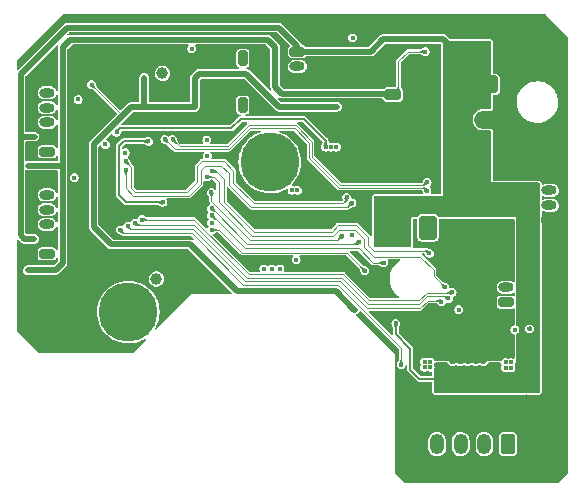
<source format=gbr>
%TF.GenerationSoftware,KiCad,Pcbnew,(6.0.6)*%
%TF.CreationDate,2022-07-03T12:41:07+08:00*%
%TF.ProjectId,Stealthburner_Toolhead_PCB,53746561-6c74-4686-9275-726e65725f54,rev?*%
%TF.SameCoordinates,Original*%
%TF.FileFunction,Copper,L2,Inr*%
%TF.FilePolarity,Positive*%
%FSLAX46Y46*%
G04 Gerber Fmt 4.6, Leading zero omitted, Abs format (unit mm)*
G04 Created by KiCad (PCBNEW (6.0.6)) date 2022-07-03 12:41:07*
%MOMM*%
%LPD*%
G01*
G04 APERTURE LIST*
G04 Aperture macros list*
%AMRoundRect*
0 Rectangle with rounded corners*
0 $1 Rounding radius*
0 $2 $3 $4 $5 $6 $7 $8 $9 X,Y pos of 4 corners*
0 Add a 4 corners polygon primitive as box body*
4,1,4,$2,$3,$4,$5,$6,$7,$8,$9,$2,$3,0*
0 Add four circle primitives for the rounded corners*
1,1,$1+$1,$2,$3*
1,1,$1+$1,$4,$5*
1,1,$1+$1,$6,$7*
1,1,$1+$1,$8,$9*
0 Add four rect primitives between the rounded corners*
20,1,$1+$1,$2,$3,$4,$5,0*
20,1,$1+$1,$4,$5,$6,$7,0*
20,1,$1+$1,$6,$7,$8,$9,0*
20,1,$1+$1,$8,$9,$2,$3,0*%
G04 Aperture macros list end*
%TA.AperFunction,ComponentPad*%
%ADD10RoundRect,0.200000X-0.200000X-0.450000X0.200000X-0.450000X0.200000X0.450000X-0.200000X0.450000X0*%
%TD*%
%TA.AperFunction,ComponentPad*%
%ADD11O,0.800000X1.300000*%
%TD*%
%TA.AperFunction,ComponentPad*%
%ADD12RoundRect,0.250001X0.499999X0.759999X-0.499999X0.759999X-0.499999X-0.759999X0.499999X-0.759999X0*%
%TD*%
%TA.AperFunction,ComponentPad*%
%ADD13O,1.500000X2.020000*%
%TD*%
%TA.AperFunction,ComponentPad*%
%ADD14RoundRect,0.200000X0.450000X-0.200000X0.450000X0.200000X-0.450000X0.200000X-0.450000X-0.200000X0*%
%TD*%
%TA.AperFunction,ComponentPad*%
%ADD15O,1.300000X0.800000*%
%TD*%
%TA.AperFunction,ComponentPad*%
%ADD16R,1.600000X1.600000*%
%TD*%
%TA.AperFunction,ComponentPad*%
%ADD17C,1.600000*%
%TD*%
%TA.AperFunction,ComponentPad*%
%ADD18C,1.000000*%
%TD*%
%TA.AperFunction,ComponentPad*%
%ADD19C,5.000000*%
%TD*%
%TA.AperFunction,ComponentPad*%
%ADD20RoundRect,0.200000X-0.450000X0.200000X-0.450000X-0.200000X0.450000X-0.200000X0.450000X0.200000X0*%
%TD*%
%TA.AperFunction,ComponentPad*%
%ADD21RoundRect,0.250001X-0.759999X0.499999X-0.759999X-0.499999X0.759999X-0.499999X0.759999X0.499999X0*%
%TD*%
%TA.AperFunction,ComponentPad*%
%ADD22O,2.020000X1.500000*%
%TD*%
%TA.AperFunction,ComponentPad*%
%ADD23RoundRect,0.250000X0.350000X0.625000X-0.350000X0.625000X-0.350000X-0.625000X0.350000X-0.625000X0*%
%TD*%
%TA.AperFunction,ComponentPad*%
%ADD24O,1.200000X1.750000*%
%TD*%
%TA.AperFunction,ViaPad*%
%ADD25C,0.450000*%
%TD*%
%TA.AperFunction,Conductor*%
%ADD26C,0.200000*%
%TD*%
%TA.AperFunction,Conductor*%
%ADD27C,0.500000*%
%TD*%
%TA.AperFunction,Conductor*%
%ADD28C,0.120000*%
%TD*%
G04 APERTURE END LIST*
D10*
%TO.N,Net-(C13-Pad1)*%
%TO.C,J4*%
X119278400Y-103835200D03*
D11*
%TO.N,GND*%
X120528400Y-103835200D03*
%TD*%
D12*
%TO.N,Net-(J9-Pad1)*%
%TO.C,J9*%
X134951600Y-114241600D03*
D13*
%TO.N,+24V*%
X131951600Y-114241600D03*
%TD*%
D14*
%TO.N,Net-(J7-Pad1)*%
%TO.C,J7*%
X102710400Y-116444400D03*
D15*
%TO.N,GND*%
X102710400Y-115194400D03*
%TO.N,Net-(J7-Pad3)*%
X102710400Y-113944400D03*
%TO.N,Net-(D3-Pad2)*%
X102710400Y-112694400D03*
%TO.N,/FAN1_DET*%
X102710400Y-111444400D03*
%TD*%
D16*
%TO.N,+24V*%
%TO.C,C32*%
X143306800Y-126630421D03*
D17*
%TO.N,GND*%
X143306800Y-129130421D03*
%TD*%
D18*
%TO.N,Net-(J3-Pad1)*%
%TO.C,J3*%
X112471200Y-101142800D03*
%TD*%
D19*
%TO.N,unconnected-(H2-Pad1)*%
%TO.C,H2*%
X121564400Y-108661200D03*
%TD*%
D20*
%TO.N,+24V*%
%TO.C,J2*%
X123901200Y-99314000D03*
D15*
%TO.N,Net-(D2-Pad1)*%
X123901200Y-100564000D03*
%TO.N,GND*%
X123901200Y-101814000D03*
%TD*%
D14*
%TO.N,+5V*%
%TO.C,J8*%
X141572400Y-120528400D03*
D15*
%TO.N,Net-(J8-Pad2)*%
X141572400Y-119278400D03*
%TO.N,GND*%
X141572400Y-118028400D03*
%TD*%
D19*
%TO.N,unconnected-(H1-Pad1)*%
%TO.C,H1*%
X109575600Y-121361200D03*
%TD*%
D18*
%TO.N,/RUN*%
%TO.C,TP1*%
X111963200Y-118567200D03*
%TD*%
D14*
%TO.N,Net-(J10-Pad1)*%
%TO.C,J10*%
X102717600Y-107797600D03*
D15*
%TO.N,GND*%
X102717600Y-106547600D03*
%TO.N,Net-(J10-Pad3)*%
X102717600Y-105297600D03*
%TO.N,Net-(D5-Pad2)*%
X102717600Y-104047600D03*
%TO.N,/FAN2_DET*%
X102717600Y-102797600D03*
%TD*%
D14*
%TO.N,GND*%
%TO.C,J5*%
X145230000Y-113568800D03*
D15*
%TO.N,Net-(J5-Pad2)*%
X145230000Y-112318800D03*
%TO.N,Net-(J5-Pad3)*%
X145230000Y-111068800D03*
%TD*%
D21*
%TO.N,+24V*%
%TO.C,J1*%
X139895600Y-102081200D03*
D22*
%TO.N,GND*%
X139895600Y-105081200D03*
%TD*%
D10*
%TO.N,Net-(C17-Pad1)*%
%TO.C,J6*%
X119278400Y-99872800D03*
D11*
%TO.N,GND*%
X120528400Y-99872800D03*
%TD*%
D23*
%TO.N,/E-A2*%
%TO.C,J12*%
X141734800Y-132546000D03*
D24*
%TO.N,/E-A1*%
X139734800Y-132546000D03*
%TO.N,/E-B1*%
X137734800Y-132546000D03*
%TO.N,/E-B2*%
X135734800Y-132546000D03*
%TD*%
D25*
%TO.N,+24V*%
X135839200Y-127000000D03*
X137007600Y-98704400D03*
X137007600Y-99187000D03*
X132232400Y-122326400D03*
X137464800Y-98704400D03*
X140817600Y-126542800D03*
X137922000Y-98704400D03*
X101168200Y-106502200D03*
X101625400Y-115163600D03*
X140360400Y-127000000D03*
X140360400Y-126542800D03*
X136296400Y-127000000D03*
X136550400Y-98704400D03*
X137464800Y-99187000D03*
X140817600Y-127000000D03*
X135839200Y-126542800D03*
X136550400Y-99187000D03*
X137922000Y-99187000D03*
X101142800Y-115163600D03*
X136296400Y-126542800D03*
X101650800Y-106502200D03*
%TO.N,GND*%
X130048000Y-96875600D03*
X145389600Y-129540000D03*
X137007600Y-125577600D03*
X137668000Y-124942600D03*
X123850400Y-106781600D03*
X144627600Y-106883200D03*
X112217200Y-109778800D03*
X128371600Y-105410000D03*
X144983200Y-133807200D03*
X137668000Y-123621800D03*
X138988800Y-124942600D03*
X139649200Y-124282200D03*
X138988800Y-123621800D03*
X101498400Y-112725200D03*
X113030000Y-110591600D03*
X138328400Y-122961400D03*
X112572800Y-99060000D03*
X144881600Y-129032000D03*
X137007600Y-124942600D03*
X111353600Y-96621600D03*
X144881600Y-128524000D03*
X110591600Y-108966000D03*
X110591600Y-109778800D03*
X137668000Y-125577600D03*
X137007600Y-122961400D03*
X133426200Y-128752600D03*
X145542000Y-133807200D03*
X107492800Y-113893600D03*
X130657600Y-96875600D03*
X118059200Y-103225600D03*
X101549200Y-102666800D03*
X126288800Y-111201200D03*
X120396000Y-113436400D03*
X112979200Y-99415600D03*
X143560800Y-122783600D03*
X123037600Y-113436400D03*
X113487200Y-101701600D03*
X138379200Y-119786400D03*
X133426200Y-128244600D03*
X112217200Y-108966000D03*
X107645200Y-99060000D03*
X111404400Y-110591600D03*
X114198400Y-109016800D03*
X110591600Y-110591600D03*
X139649200Y-125577600D03*
X138328400Y-125577600D03*
X143510000Y-106883200D03*
X133299200Y-100584000D03*
X135788400Y-110845600D03*
X137007600Y-124282200D03*
X133934200Y-128752600D03*
X133934200Y-128244600D03*
X105664000Y-115519200D03*
X129489200Y-108813600D03*
X107492800Y-112776000D03*
X111404400Y-108153200D03*
X145999200Y-114858800D03*
X115011200Y-112674400D03*
X142544800Y-99872800D03*
X133299200Y-101142800D03*
X122377200Y-113436400D03*
X112217200Y-110591600D03*
X113030000Y-109778800D03*
X112217200Y-108153200D03*
X113030000Y-108966000D03*
X118059200Y-102666800D03*
X121056400Y-113436400D03*
X145186400Y-106883200D03*
X121716800Y-113436400D03*
X111404400Y-108966000D03*
X101549200Y-103733600D03*
X144068800Y-106883200D03*
X101498400Y-112217200D03*
X128930400Y-108813600D03*
X137007600Y-123621800D03*
X105613200Y-107137200D03*
X128981200Y-118110000D03*
X107492800Y-113334800D03*
X114046000Y-101701600D03*
X133299200Y-100025200D03*
X107086400Y-99060000D03*
X128930400Y-105410000D03*
X142951200Y-106883200D03*
X114604800Y-101701600D03*
X128371600Y-108813600D03*
X111404400Y-109778800D03*
X133426200Y-127736600D03*
X105664000Y-114401600D03*
X144881600Y-129540000D03*
X136245600Y-117754400D03*
X123494800Y-106426000D03*
X110591600Y-108153200D03*
X111810800Y-102108000D03*
X129438400Y-96875600D03*
X138988800Y-124282200D03*
X138988800Y-125577600D03*
X108204000Y-99060000D03*
X139649200Y-123621800D03*
X105664000Y-114960400D03*
X101549200Y-103225600D03*
X109626400Y-100380800D03*
X139649200Y-122961400D03*
X133934200Y-127736600D03*
X144881600Y-114858800D03*
X145389600Y-128524000D03*
X118059200Y-102158800D03*
X132842000Y-109626400D03*
X137668000Y-124282200D03*
X113030000Y-108153200D03*
X138328400Y-124282200D03*
X142544800Y-100431600D03*
X138328400Y-123621800D03*
X137668000Y-122961400D03*
X138328400Y-124942600D03*
X115366800Y-105003600D03*
X145440400Y-114858800D03*
X133350000Y-109626400D03*
X139649200Y-124942600D03*
X105613200Y-106578400D03*
X145389600Y-129032000D03*
X133858000Y-109626400D03*
X114503200Y-116636800D03*
X101498400Y-113233200D03*
X138988800Y-122961400D03*
X142544800Y-99314000D03*
X113436400Y-116789200D03*
%TO.N,+12V*%
X134721600Y-99314000D03*
X132435600Y-103174800D03*
X131978400Y-103174800D03*
X101574600Y-117805200D03*
X131521200Y-102717600D03*
X101092000Y-117805200D03*
X132435600Y-102717600D03*
X101600000Y-108966000D03*
X131521200Y-103174800D03*
X131978400Y-102717600D03*
X101117400Y-108966000D03*
%TO.N,+5V*%
X126746000Y-107391200D03*
X126288800Y-107391200D03*
X108585000Y-106121200D03*
X127203200Y-107391200D03*
%TO.N,+1V1*%
X112522000Y-112064800D03*
X111285427Y-106902277D03*
%TO.N,/FAN1_DET*%
X105003600Y-109982000D03*
%TO.N,/D+*%
X134874000Y-111099600D03*
X112674400Y-106730800D03*
%TO.N,/D-*%
X113334800Y-106745381D03*
X134874000Y-110388400D03*
%TO.N,/NEO*%
X136396000Y-119280400D03*
X116211661Y-109911035D03*
%TO.N,/FAN1_PWM*%
X107641673Y-107162600D03*
%TO.N,/FORCE+*%
X123799600Y-116941600D03*
%TO.N,/RTDIN+*%
X122428000Y-117703600D03*
%TO.N,/PROBE*%
X116281200Y-108153200D03*
X128574800Y-98145600D03*
%TO.N,/E-EN*%
X108915200Y-114401600D03*
X132689600Y-125831600D03*
%TO.N,/E-STEP*%
X110134400Y-113842800D03*
X136675951Y-120201243D03*
%TO.N,/E-DIR*%
X137007600Y-119684800D03*
X110744000Y-113538000D03*
%TO.N,/UART*%
X109524800Y-114096800D03*
X136093200Y-120497600D03*
%TO.N,/IIC0_SDA*%
X109372400Y-108610400D03*
X128066800Y-111658400D03*
%TO.N,/IIC0_SCL*%
X128524000Y-112115600D03*
X109372400Y-109321600D03*
%TO.N,/SPI0_MISO*%
X116636800Y-114401600D03*
X129590800Y-117856000D03*
%TO.N,/SPI0_CS1*%
X116636800Y-113792000D03*
%TO.N,/SPI0_CLK*%
X131216400Y-117195600D03*
X116636800Y-113182400D03*
%TO.N,/SPI0_MOSI*%
X116636800Y-112572800D03*
X129082800Y-115417600D03*
%TO.N,/E-B2*%
X134670800Y-126034800D03*
X135128000Y-126034800D03*
X134670800Y-125577600D03*
X135128000Y-125577600D03*
%TO.N,/E-A2*%
X141528800Y-126085600D03*
X141986000Y-126085600D03*
X141528800Y-125628400D03*
X141986000Y-125628400D03*
%TO.N,/RTDIN-*%
X121716800Y-117703600D03*
%TO.N,/FORCE-*%
X121056400Y-117703600D03*
%TO.N,/FAN2_DET*%
X105333800Y-103352600D03*
%TO.N,/FAN2_PWM*%
X109321600Y-107873800D03*
%TO.N,/HE*%
X135077200Y-116382800D03*
X116687600Y-109423200D03*
%TO.N,/NTC*%
X116230400Y-106781600D03*
X114960400Y-99060000D03*
%TO.N,/SPI0_CS2*%
X127660400Y-114909600D03*
X116621374Y-111234152D03*
%TO.N,+3V3*%
X106645075Y-110372525D03*
X126337997Y-103986478D03*
X128795431Y-121151326D03*
X110923200Y-101522400D03*
X126795197Y-103986478D03*
X123444000Y-111048800D03*
X107506800Y-106310400D03*
X127252397Y-103986478D03*
X128524000Y-114858800D03*
X113309400Y-104013000D03*
X137566400Y-121158000D03*
X115570000Y-101193600D03*
X113182400Y-115620800D03*
X142316200Y-122859800D03*
X106476800Y-102108000D03*
X123901200Y-111048800D03*
X115214400Y-103987600D03*
%TD*%
D26*
%TO.N,+24V*%
X134213600Y-127000000D02*
X135839200Y-127000000D01*
X133451600Y-124460000D02*
X133451600Y-126238000D01*
D27*
X123901200Y-99314000D02*
X130098800Y-99314000D01*
X104394000Y-97282000D02*
X100457000Y-101219000D01*
X136550400Y-98704400D02*
X137922000Y-98704400D01*
X136550400Y-99187000D02*
X137922000Y-99187000D01*
X123901200Y-98831400D02*
X122351800Y-97282000D01*
X130098800Y-99314000D02*
X131165600Y-98247200D01*
D26*
X132232400Y-123240800D02*
X133451600Y-124460000D01*
D27*
X137922000Y-99187000D02*
X137922000Y-98704400D01*
X123901200Y-99314000D02*
X123901200Y-98831400D01*
X136550400Y-98552000D02*
X136550400Y-98704400D01*
X100457000Y-114833400D02*
X100457000Y-106426000D01*
X100457000Y-101219000D02*
X100457000Y-106426000D01*
X136245600Y-98247200D02*
X136550400Y-98552000D01*
X136550400Y-98704400D02*
X136550400Y-99187000D01*
X100787200Y-115163600D02*
X101625400Y-115163600D01*
D26*
X133451600Y-126238000D02*
X134213600Y-127000000D01*
D27*
X100787200Y-115163600D02*
X100457000Y-114833400D01*
X101650800Y-106502200D02*
X100533200Y-106502200D01*
D26*
X132232400Y-122326400D02*
X132232400Y-123240800D01*
D27*
X100533200Y-106502200D02*
X100457000Y-106426000D01*
X131165600Y-98247200D02*
X136245600Y-98247200D01*
X122351800Y-97282000D02*
X104394000Y-97282000D01*
D28*
%TO.N,+12V*%
X132435600Y-102717600D02*
X132435600Y-100126800D01*
D27*
X122580400Y-102870000D02*
X122021600Y-102311200D01*
X104673400Y-98298000D02*
X104013000Y-98958400D01*
X132283200Y-102870000D02*
X122580400Y-102870000D01*
X104013000Y-117221000D02*
X103428800Y-117805200D01*
X132435600Y-103174800D02*
X132435600Y-102717600D01*
X103911400Y-108991400D02*
X103886000Y-108966000D01*
X122021600Y-98907600D02*
X121412000Y-98298000D01*
D28*
X132435600Y-100126800D02*
X133248400Y-99314000D01*
D27*
X104013000Y-108508800D02*
X104013000Y-108889800D01*
X131521200Y-103174800D02*
X132435600Y-103174800D01*
D28*
X133248400Y-99314000D02*
X134721600Y-99314000D01*
D27*
X122021600Y-102311200D02*
X122021600Y-98907600D01*
X132435600Y-102717600D02*
X132283200Y-102870000D01*
X131521200Y-102717600D02*
X131521200Y-103174800D01*
X104013000Y-98958400D02*
X104013000Y-108508800D01*
X121412000Y-98298000D02*
X104673400Y-98298000D01*
X131521200Y-102717600D02*
X132435600Y-102717600D01*
X104013000Y-108508800D02*
X104013000Y-117221000D01*
X103428800Y-117805200D02*
X101092000Y-117805200D01*
X104013000Y-108889800D02*
X103911400Y-108991400D01*
X103886000Y-108966000D02*
X101117400Y-108966000D01*
D26*
%TO.N,+5V*%
X124460000Y-105029000D02*
X126288800Y-106857800D01*
X118313200Y-105816400D02*
X119100600Y-105029000D01*
X108889800Y-105816400D02*
X118313200Y-105816400D01*
X126288800Y-106857800D02*
X126288800Y-107391200D01*
X119100600Y-105029000D02*
X124460000Y-105029000D01*
X108585000Y-106121200D02*
X108889800Y-105816400D01*
%TO.N,+1V1*%
X111285427Y-106902277D02*
X109200923Y-106902277D01*
X109200923Y-106902277D02*
X108762800Y-107340400D01*
X108762800Y-111455200D02*
X109372400Y-112064800D01*
X108762800Y-107340400D02*
X108762800Y-111455200D01*
X109372400Y-112064800D02*
X112522000Y-112064800D01*
D28*
%TO.N,/D+*%
X127396072Y-110840920D02*
X124900880Y-108345728D01*
X118099328Y-107559920D02*
X113503520Y-107559920D01*
X113503520Y-107559920D02*
X112674400Y-106730800D01*
X134615320Y-110840920D02*
X127396072Y-110840920D01*
X123657872Y-105781920D02*
X119877328Y-105781920D01*
X119877328Y-105781920D02*
X118099328Y-107559920D01*
X124900880Y-108345728D02*
X124900880Y-107024928D01*
X134874000Y-111099600D02*
X134615320Y-110840920D01*
X124900880Y-107024928D02*
X123657872Y-105781920D01*
%TO.N,/D-*%
X113929819Y-107340400D02*
X113334800Y-106745381D01*
X125120400Y-106934000D02*
X123748800Y-105562400D01*
X127487000Y-110621400D02*
X125120400Y-108254800D01*
X125120400Y-108254800D02*
X125120400Y-106934000D01*
X134641000Y-110621400D02*
X127487000Y-110621400D01*
X123748800Y-105562400D02*
X119786400Y-105562400D01*
X119786400Y-105562400D02*
X118008400Y-107340400D01*
X118008400Y-107340400D02*
X113929819Y-107340400D01*
X134874000Y-110388400D02*
X134641000Y-110621400D01*
%TO.N,/NEO*%
X116819835Y-109911035D02*
X116211661Y-109911035D01*
X129540000Y-115163600D02*
X128778000Y-114401600D01*
X117246400Y-110337600D02*
X116819835Y-109911035D01*
X117246400Y-112064800D02*
X117246400Y-110337600D01*
X136396000Y-119280400D02*
X135432800Y-118317200D01*
X130352800Y-116687600D02*
X129540000Y-115874800D01*
X127457200Y-114401600D02*
X126949200Y-114909600D01*
X129540000Y-115874800D02*
X129540000Y-115163600D01*
X135432800Y-117805200D02*
X134315200Y-116687600D01*
X134315200Y-116687600D02*
X130352800Y-116687600D01*
X135432800Y-118317200D02*
X135432800Y-117805200D01*
X120091200Y-114909600D02*
X117246400Y-112064800D01*
X128778000Y-114401600D02*
X127457200Y-114401600D01*
X126949200Y-114909600D02*
X120091200Y-114909600D01*
%TO.N,/E-EN*%
X132689600Y-124409200D02*
X127355600Y-119075200D01*
X119329200Y-119075200D02*
X114960400Y-114706400D01*
X132689600Y-125831600D02*
X132689600Y-124409200D01*
X127355600Y-119075200D02*
X119329200Y-119075200D01*
X114960400Y-114706400D02*
X109220000Y-114706400D01*
X109220000Y-114706400D02*
X108915200Y-114401600D01*
%TO.N,/E-STEP*%
X115163600Y-113995200D02*
X110286800Y-113995200D01*
X119634000Y-118465600D02*
X115163600Y-113995200D01*
X129895600Y-120700800D02*
X127660400Y-118465600D01*
X136515108Y-120040400D02*
X134874000Y-120040400D01*
X134213600Y-120700800D02*
X129895600Y-120700800D01*
X136675951Y-120201243D02*
X136515108Y-120040400D01*
X110286800Y-113995200D02*
X110134400Y-113842800D01*
X134874000Y-120040400D02*
X134213600Y-120700800D01*
X127660400Y-118465600D02*
X119634000Y-118465600D01*
%TO.N,/E-DIR*%
X115163600Y-113538000D02*
X119786400Y-118160800D01*
X129972321Y-120371121D02*
X134232831Y-120371121D01*
X134232831Y-120371121D02*
X134868352Y-119735600D01*
X119786400Y-118160800D02*
X127762000Y-118160800D01*
X136956800Y-119735600D02*
X137007600Y-119684800D01*
X127762000Y-118160800D02*
X129972321Y-120371121D01*
X134868352Y-119735600D02*
X136956800Y-119735600D01*
X110744000Y-113538000D02*
X115163600Y-113538000D01*
%TO.N,/UART*%
X134924800Y-120396000D02*
X134264400Y-121056400D01*
X136093200Y-120497600D02*
X135991600Y-120396000D01*
X135991600Y-120396000D02*
X134924800Y-120396000D01*
X134264400Y-121056400D02*
X129794000Y-121056400D01*
X129794000Y-121056400D02*
X127508000Y-118770400D01*
X127508000Y-118770400D02*
X119481600Y-118770400D01*
X109778800Y-114350800D02*
X109524800Y-114096800D01*
X119481600Y-118770400D02*
X115062000Y-114350800D01*
X115062000Y-114350800D02*
X109778800Y-114350800D01*
%TO.N,/IIC0_SDA*%
X118481920Y-110404720D02*
X118481920Y-109388720D01*
X127762000Y-112166400D02*
X120243600Y-112166400D01*
X109829600Y-109067600D02*
X109372400Y-108610400D01*
X117703600Y-108610400D02*
X115824000Y-108610400D01*
X114554000Y-111201200D02*
X110134400Y-111201200D01*
X120243600Y-112166400D02*
X118481920Y-110404720D01*
X115417600Y-110337600D02*
X114554000Y-111201200D01*
X128066800Y-111658400D02*
X128066800Y-111861600D01*
X110134400Y-111201200D02*
X109829600Y-110896400D01*
X115417600Y-109016800D02*
X115417600Y-110337600D01*
X128066800Y-111861600D02*
X127762000Y-112166400D01*
X109829600Y-110896400D02*
X109829600Y-109067600D01*
X115824000Y-108610400D02*
X115417600Y-109016800D01*
X118481920Y-109388720D02*
X117703600Y-108610400D01*
%TO.N,/IIC0_SCL*%
X109982000Y-111506000D02*
X109372400Y-110896400D01*
X114757200Y-111506000D02*
X109982000Y-111506000D01*
X115722400Y-109321600D02*
X115722400Y-110540800D01*
X118110000Y-109626400D02*
X117449600Y-108966000D01*
X115722400Y-110540800D02*
X114757200Y-111506000D01*
X109372400Y-110896400D02*
X109372400Y-109321600D01*
X118110000Y-110591600D02*
X118110000Y-109626400D01*
X117449600Y-108966000D02*
X116078000Y-108966000D01*
X128168400Y-112471200D02*
X119989600Y-112471200D01*
X116078000Y-108966000D02*
X115722400Y-109321600D01*
X119989600Y-112471200D02*
X118110000Y-110591600D01*
X128524000Y-112115600D02*
X128168400Y-112471200D01*
%TO.N,/SPI0_MISO*%
X128066800Y-116332000D02*
X119227600Y-116332000D01*
X129590800Y-117856000D02*
X128066800Y-116332000D01*
X119227600Y-116332000D02*
X117297200Y-114401600D01*
X117297200Y-114401600D02*
X116636800Y-114401600D01*
%TO.N,/SPI0_CLK*%
X130302000Y-117195600D02*
X129082800Y-115976400D01*
X129082800Y-115976400D02*
X119430800Y-115976400D01*
X131216400Y-117195600D02*
X130302000Y-117195600D01*
X119430800Y-115976400D02*
X116636800Y-113182400D01*
%TO.N,/SPI0_MOSI*%
X129082800Y-115417600D02*
X128895920Y-115604480D01*
X128895920Y-115604480D02*
X119668480Y-115604480D01*
X119668480Y-115604480D02*
X116636800Y-112572800D01*
%TO.N,/HE*%
X129895600Y-115011200D02*
X128879600Y-113995200D01*
X126796800Y-114554000D02*
X120192800Y-114554000D01*
X128879600Y-113995200D02*
X127355600Y-113995200D01*
X117703600Y-110134400D02*
X116992400Y-109423200D01*
X116992400Y-109423200D02*
X116687600Y-109423200D01*
X130352800Y-116179600D02*
X129895600Y-115722400D01*
X127355600Y-113995200D02*
X126796800Y-114554000D01*
X117703600Y-112064800D02*
X117703600Y-110134400D01*
X120192800Y-114554000D02*
X117703600Y-112064800D01*
X129895600Y-115722400D02*
X129895600Y-115011200D01*
X134874000Y-116179600D02*
X130352800Y-116179600D01*
X135077200Y-116382800D02*
X134874000Y-116179600D01*
%TO.N,/SPI0_CS2*%
X116621374Y-111947774D02*
X116621374Y-111234152D01*
X119922480Y-115248880D02*
X116621374Y-111947774D01*
X127321120Y-115248880D02*
X119922480Y-115248880D01*
X127660400Y-114909600D02*
X127321120Y-115248880D01*
D27*
%TO.N,+3V3*%
X109804200Y-104013000D02*
X110921800Y-104013000D01*
X128720526Y-121151326D02*
X128795431Y-121151326D01*
X113182400Y-115620800D02*
X108102400Y-115620800D01*
X113309400Y-104013000D02*
X115189000Y-104013000D01*
X115214400Y-103987600D02*
X115214400Y-101549200D01*
X110921800Y-101523800D02*
X110921800Y-104013000D01*
X115570000Y-101193600D02*
X119583200Y-101193600D01*
X119583200Y-101193600D02*
X122376078Y-103986478D01*
X114808000Y-115620800D02*
X118770400Y-119583200D01*
X122376078Y-103986478D02*
X127252397Y-103986478D01*
X106645075Y-107172125D02*
X107506800Y-106310400D01*
X108102400Y-115620800D02*
X106645075Y-114163475D01*
X107506800Y-106310400D02*
X109194600Y-104622600D01*
X109194600Y-104622600D02*
X109804200Y-104013000D01*
X113182400Y-115620800D02*
X114808000Y-115620800D01*
X110923200Y-101522400D02*
X110921800Y-101523800D01*
X118770400Y-119583200D02*
X127152400Y-119583200D01*
X110921800Y-104013000D02*
X113309400Y-104013000D01*
D28*
X108991400Y-104622600D02*
X109194600Y-104622600D01*
D27*
X106645075Y-110372525D02*
X106645075Y-107172125D01*
X115189000Y-104013000D02*
X115214400Y-103987600D01*
X115214400Y-101549200D02*
X115570000Y-101193600D01*
D28*
X106476800Y-102108000D02*
X108991400Y-104622600D01*
D27*
X106645075Y-114163475D02*
X106645075Y-110372525D01*
X127152400Y-119583200D02*
X128720526Y-121151326D01*
%TD*%
%TA.AperFunction,Conductor*%
%TO.N,GND*%
G36*
X144954575Y-96167813D02*
G01*
X144959335Y-96172174D01*
X146827826Y-98040665D01*
X146849218Y-98086541D01*
X146849500Y-98092991D01*
X146849500Y-134907009D01*
X146832187Y-134954575D01*
X146827826Y-134959335D01*
X145959335Y-135827826D01*
X145913459Y-135849218D01*
X145907009Y-135849500D01*
X133092991Y-135849500D01*
X133045425Y-135832187D01*
X133040665Y-135827826D01*
X132172174Y-134959335D01*
X132150782Y-134913459D01*
X132150500Y-134907009D01*
X132150500Y-132864822D01*
X134984300Y-132864822D01*
X134984548Y-132866947D01*
X134984548Y-132866951D01*
X134989696Y-132911105D01*
X134999457Y-132994828D01*
X135000924Y-132998869D01*
X135000924Y-132998870D01*
X135033355Y-133088214D01*
X135059169Y-133159331D01*
X135155123Y-133305685D01*
X135158247Y-133308644D01*
X135279052Y-133423085D01*
X135279055Y-133423087D01*
X135282172Y-133426040D01*
X135285883Y-133428196D01*
X135285885Y-133428197D01*
X135366110Y-133474795D01*
X135433502Y-133513939D01*
X135600993Y-133564667D01*
X135605280Y-133564933D01*
X135771368Y-133575237D01*
X135771371Y-133575237D01*
X135775662Y-133575503D01*
X135948140Y-133545866D01*
X136109173Y-133477346D01*
X136112637Y-133474797D01*
X136112640Y-133474795D01*
X136246665Y-133376163D01*
X136246667Y-133376161D01*
X136250124Y-133373617D01*
X136363432Y-133240245D01*
X136443019Y-133084384D01*
X136484615Y-132914394D01*
X136485300Y-132903352D01*
X136485300Y-132864822D01*
X136984300Y-132864822D01*
X136984548Y-132866947D01*
X136984548Y-132866951D01*
X136989696Y-132911105D01*
X136999457Y-132994828D01*
X137000924Y-132998869D01*
X137000924Y-132998870D01*
X137033355Y-133088214D01*
X137059169Y-133159331D01*
X137155123Y-133305685D01*
X137158247Y-133308644D01*
X137279052Y-133423085D01*
X137279055Y-133423087D01*
X137282172Y-133426040D01*
X137285883Y-133428196D01*
X137285885Y-133428197D01*
X137366110Y-133474795D01*
X137433502Y-133513939D01*
X137600993Y-133564667D01*
X137605280Y-133564933D01*
X137771368Y-133575237D01*
X137771371Y-133575237D01*
X137775662Y-133575503D01*
X137948140Y-133545866D01*
X138109173Y-133477346D01*
X138112637Y-133474797D01*
X138112640Y-133474795D01*
X138246665Y-133376163D01*
X138246667Y-133376161D01*
X138250124Y-133373617D01*
X138363432Y-133240245D01*
X138443019Y-133084384D01*
X138484615Y-132914394D01*
X138485300Y-132903352D01*
X138485300Y-132864822D01*
X138984300Y-132864822D01*
X138984548Y-132866947D01*
X138984548Y-132866951D01*
X138989696Y-132911105D01*
X138999457Y-132994828D01*
X139000924Y-132998869D01*
X139000924Y-132998870D01*
X139033355Y-133088214D01*
X139059169Y-133159331D01*
X139155123Y-133305685D01*
X139158247Y-133308644D01*
X139279052Y-133423085D01*
X139279055Y-133423087D01*
X139282172Y-133426040D01*
X139285883Y-133428196D01*
X139285885Y-133428197D01*
X139366110Y-133474795D01*
X139433502Y-133513939D01*
X139600993Y-133564667D01*
X139605280Y-133564933D01*
X139771368Y-133575237D01*
X139771371Y-133575237D01*
X139775662Y-133575503D01*
X139948140Y-133545866D01*
X140109173Y-133477346D01*
X140112637Y-133474797D01*
X140112640Y-133474795D01*
X140246665Y-133376163D01*
X140246667Y-133376161D01*
X140250124Y-133373617D01*
X140363432Y-133240245D01*
X140443019Y-133084384D01*
X140484615Y-132914394D01*
X140485300Y-132903352D01*
X140485300Y-132227178D01*
X140480677Y-132187520D01*
X140470641Y-132101443D01*
X140470143Y-132097172D01*
X140437636Y-132007616D01*
X140411900Y-131936715D01*
X140411899Y-131936712D01*
X140410431Y-131932669D01*
X140382116Y-131889481D01*
X140984300Y-131889481D01*
X140984301Y-133202518D01*
X140999154Y-133296304D01*
X141003934Y-133305685D01*
X141054104Y-133404150D01*
X141054106Y-133404152D01*
X141056750Y-133409342D01*
X141146458Y-133499050D01*
X141151648Y-133501694D01*
X141151650Y-133501696D01*
X141254302Y-133554000D01*
X141254305Y-133554001D01*
X141259496Y-133556646D01*
X141265248Y-133557557D01*
X141265251Y-133557558D01*
X141350402Y-133571044D01*
X141353281Y-133571500D01*
X141734800Y-133571500D01*
X142116318Y-133571499D01*
X142119190Y-133571044D01*
X142119192Y-133571044D01*
X142150890Y-133566024D01*
X142210104Y-133556646D01*
X142266623Y-133527848D01*
X142317950Y-133501696D01*
X142317952Y-133501694D01*
X142323142Y-133499050D01*
X142412850Y-133409342D01*
X142415494Y-133404152D01*
X142415496Y-133404150D01*
X142467800Y-133301498D01*
X142467801Y-133301495D01*
X142470446Y-133296304D01*
X142471357Y-133290552D01*
X142471358Y-133290549D01*
X142484845Y-133205392D01*
X142485300Y-133202519D01*
X142485299Y-131889482D01*
X142470446Y-131795696D01*
X142429756Y-131715837D01*
X142415496Y-131687850D01*
X142415494Y-131687848D01*
X142412850Y-131682658D01*
X142323142Y-131592950D01*
X142317952Y-131590306D01*
X142317950Y-131590304D01*
X142215298Y-131538000D01*
X142215295Y-131537999D01*
X142210104Y-131535354D01*
X142204352Y-131534443D01*
X142204349Y-131534442D01*
X142119192Y-131520955D01*
X142116319Y-131520500D01*
X142113410Y-131520500D01*
X141734801Y-131520501D01*
X141353282Y-131520501D01*
X141350410Y-131520956D01*
X141350408Y-131520956D01*
X141318710Y-131525976D01*
X141259496Y-131535354D01*
X141202977Y-131564152D01*
X141151650Y-131590304D01*
X141151648Y-131590306D01*
X141146458Y-131592950D01*
X141056750Y-131682658D01*
X141054106Y-131687848D01*
X141054104Y-131687850D01*
X141002101Y-131789912D01*
X140999154Y-131795696D01*
X140998243Y-131801448D01*
X140998242Y-131801451D01*
X140990794Y-131848479D01*
X140984300Y-131889481D01*
X140382116Y-131889481D01*
X140314477Y-131786315D01*
X140240079Y-131715837D01*
X140190548Y-131668915D01*
X140190545Y-131668913D01*
X140187428Y-131665960D01*
X140183717Y-131663804D01*
X140183715Y-131663803D01*
X140039813Y-131580219D01*
X140039814Y-131580219D01*
X140036098Y-131578061D01*
X139868607Y-131527333D01*
X139864320Y-131527067D01*
X139698232Y-131516763D01*
X139698229Y-131516763D01*
X139693938Y-131516497D01*
X139521460Y-131546134D01*
X139360427Y-131614654D01*
X139356963Y-131617203D01*
X139356960Y-131617205D01*
X139222935Y-131715837D01*
X139222933Y-131715839D01*
X139219476Y-131718383D01*
X139106168Y-131851755D01*
X139026581Y-132007616D01*
X138984985Y-132177606D01*
X138984300Y-132188648D01*
X138984300Y-132864822D01*
X138485300Y-132864822D01*
X138485300Y-132227178D01*
X138480677Y-132187520D01*
X138470641Y-132101443D01*
X138470143Y-132097172D01*
X138437636Y-132007616D01*
X138411900Y-131936715D01*
X138411899Y-131936712D01*
X138410431Y-131932669D01*
X138314477Y-131786315D01*
X138240079Y-131715837D01*
X138190548Y-131668915D01*
X138190545Y-131668913D01*
X138187428Y-131665960D01*
X138183717Y-131663804D01*
X138183715Y-131663803D01*
X138039813Y-131580219D01*
X138039814Y-131580219D01*
X138036098Y-131578061D01*
X137868607Y-131527333D01*
X137864320Y-131527067D01*
X137698232Y-131516763D01*
X137698229Y-131516763D01*
X137693938Y-131516497D01*
X137521460Y-131546134D01*
X137360427Y-131614654D01*
X137356963Y-131617203D01*
X137356960Y-131617205D01*
X137222935Y-131715837D01*
X137222933Y-131715839D01*
X137219476Y-131718383D01*
X137106168Y-131851755D01*
X137026581Y-132007616D01*
X136984985Y-132177606D01*
X136984300Y-132188648D01*
X136984300Y-132864822D01*
X136485300Y-132864822D01*
X136485300Y-132227178D01*
X136480677Y-132187520D01*
X136470641Y-132101443D01*
X136470143Y-132097172D01*
X136437636Y-132007616D01*
X136411900Y-131936715D01*
X136411899Y-131936712D01*
X136410431Y-131932669D01*
X136314477Y-131786315D01*
X136240079Y-131715837D01*
X136190548Y-131668915D01*
X136190545Y-131668913D01*
X136187428Y-131665960D01*
X136183717Y-131663804D01*
X136183715Y-131663803D01*
X136039813Y-131580219D01*
X136039814Y-131580219D01*
X136036098Y-131578061D01*
X135868607Y-131527333D01*
X135864320Y-131527067D01*
X135698232Y-131516763D01*
X135698229Y-131516763D01*
X135693938Y-131516497D01*
X135521460Y-131546134D01*
X135360427Y-131614654D01*
X135356963Y-131617203D01*
X135356960Y-131617205D01*
X135222935Y-131715837D01*
X135222933Y-131715839D01*
X135219476Y-131718383D01*
X135106168Y-131851755D01*
X135026581Y-132007616D01*
X134984985Y-132177606D01*
X134984300Y-132188648D01*
X134984300Y-132864822D01*
X132150500Y-132864822D01*
X132150500Y-124959673D01*
X132145629Y-124951236D01*
X132145628Y-124951233D01*
X132145114Y-124950343D01*
X132137722Y-124932497D01*
X132137457Y-124931508D01*
X132134935Y-124922096D01*
X132077905Y-124865065D01*
X128875877Y-121663037D01*
X128854485Y-121617161D01*
X128867586Y-121568267D01*
X128909051Y-121539233D01*
X128914185Y-121538142D01*
X128914981Y-121537883D01*
X128920735Y-121536972D01*
X128925926Y-121534327D01*
X128925929Y-121534326D01*
X129028581Y-121482022D01*
X129028583Y-121482020D01*
X129033773Y-121479376D01*
X129123481Y-121389668D01*
X129161255Y-121315534D01*
X129198273Y-121281014D01*
X129248822Y-121278364D01*
X129279513Y-121296805D01*
X132457426Y-124474718D01*
X132478818Y-124520594D01*
X132479100Y-124527044D01*
X132479100Y-125360648D01*
X132477033Y-125378012D01*
X132473772Y-125391521D01*
X132473625Y-125395152D01*
X132473624Y-125395157D01*
X132472600Y-125420396D01*
X132471953Y-125427609D01*
X132469399Y-125445935D01*
X132467707Y-125454414D01*
X132465309Y-125463599D01*
X132462446Y-125472315D01*
X132460065Y-125478282D01*
X132456606Y-125485724D01*
X132451867Y-125494593D01*
X132448968Y-125499546D01*
X132438769Y-125515514D01*
X132437413Y-125517562D01*
X132420852Y-125541686D01*
X132420803Y-125541758D01*
X132420003Y-125542936D01*
X132402381Y-125569148D01*
X132400117Y-125572515D01*
X132398230Y-125575390D01*
X132397959Y-125575813D01*
X132397863Y-125575967D01*
X132397820Y-125576034D01*
X132396840Y-125577600D01*
X132396242Y-125578555D01*
X132375787Y-125611995D01*
X132373285Y-125616236D01*
X132372918Y-125616881D01*
X132370542Y-125621214D01*
X132353516Y-125653481D01*
X132340478Y-125687191D01*
X132340203Y-125688257D01*
X132335971Y-125698525D01*
X132328026Y-125714118D01*
X132327116Y-125719866D01*
X132327115Y-125719868D01*
X132319489Y-125768020D01*
X132309419Y-125831600D01*
X132310330Y-125837352D01*
X132327114Y-125943327D01*
X132327115Y-125943330D01*
X132328026Y-125949082D01*
X132330671Y-125954273D01*
X132330672Y-125954276D01*
X132379381Y-126049873D01*
X132379383Y-126049876D01*
X132382027Y-126055065D01*
X132466135Y-126139173D01*
X132471324Y-126141817D01*
X132471327Y-126141819D01*
X132566924Y-126190528D01*
X132566927Y-126190529D01*
X132572118Y-126193174D01*
X132577870Y-126194085D01*
X132577873Y-126194086D01*
X132683848Y-126210870D01*
X132689600Y-126211781D01*
X132695352Y-126210870D01*
X132801327Y-126194086D01*
X132801330Y-126194085D01*
X132807082Y-126193174D01*
X132812273Y-126190529D01*
X132812276Y-126190528D01*
X132907873Y-126141819D01*
X132907876Y-126141817D01*
X132913065Y-126139173D01*
X132997173Y-126055065D01*
X132999817Y-126049876D01*
X132999819Y-126049873D01*
X133048528Y-125954276D01*
X133048529Y-125954273D01*
X133051174Y-125949082D01*
X133052085Y-125943330D01*
X133052086Y-125943327D01*
X133054011Y-125931170D01*
X133078552Y-125886897D01*
X133125809Y-125868757D01*
X133173670Y-125885237D01*
X133199740Y-125928626D01*
X133201100Y-125942746D01*
X133201100Y-126206038D01*
X133199678Y-126220475D01*
X133196192Y-126238000D01*
X133215634Y-126335741D01*
X133235543Y-126365536D01*
X133266948Y-126412539D01*
X133266950Y-126412541D01*
X133270999Y-126418601D01*
X133277059Y-126422650D01*
X133277060Y-126422651D01*
X133285859Y-126428530D01*
X133297073Y-126437733D01*
X134013869Y-127154530D01*
X134023072Y-127165744D01*
X134032999Y-127180601D01*
X134053916Y-127194577D01*
X134053917Y-127194578D01*
X134115860Y-127235966D01*
X134123006Y-127237387D01*
X134123007Y-127237388D01*
X134206452Y-127253987D01*
X134213600Y-127255409D01*
X134231131Y-127251922D01*
X134245566Y-127250500D01*
X135254100Y-127250500D01*
X135301666Y-127267813D01*
X135326976Y-127311650D01*
X135328100Y-127324500D01*
X135328100Y-128104481D01*
X135331088Y-128134819D01*
X135336721Y-128163137D01*
X135345569Y-128192304D01*
X135357495Y-128221097D01*
X135360230Y-128227312D01*
X135362959Y-128233164D01*
X135398835Y-128282091D01*
X135436155Y-128316288D01*
X135438877Y-128318022D01*
X135477126Y-128342389D01*
X135481703Y-128345305D01*
X135510496Y-128357231D01*
X135512233Y-128357758D01*
X135512236Y-128357759D01*
X135532905Y-128364029D01*
X135539663Y-128366079D01*
X135541459Y-128366436D01*
X135541458Y-128366436D01*
X135566190Y-128371356D01*
X135566195Y-128371357D01*
X135567981Y-128371712D01*
X135569788Y-128371890D01*
X135569795Y-128371891D01*
X135580246Y-128372920D01*
X135598319Y-128374700D01*
X143025564Y-128374700D01*
X143026870Y-128374606D01*
X143026881Y-128374606D01*
X143035869Y-128373961D01*
X143047744Y-128373110D01*
X143057445Y-128371712D01*
X143067328Y-128370288D01*
X143067334Y-128370287D01*
X143068638Y-128370099D01*
X143090363Y-128365362D01*
X143150153Y-128347765D01*
X143164338Y-128345059D01*
X143305148Y-128332245D01*
X143319589Y-128332345D01*
X143460215Y-128347126D01*
X143474362Y-128350030D01*
X143519586Y-128364029D01*
X143519593Y-128364031D01*
X143520905Y-128364437D01*
X143543637Y-128369643D01*
X143565519Y-128372952D01*
X143566892Y-128373055D01*
X143566899Y-128373056D01*
X143574760Y-128373647D01*
X143588769Y-128374700D01*
X144309681Y-128374700D01*
X144327754Y-128372920D01*
X144338205Y-128371891D01*
X144338212Y-128371890D01*
X144340019Y-128371712D01*
X144341805Y-128371357D01*
X144341810Y-128371356D01*
X144366542Y-128366436D01*
X144366541Y-128366436D01*
X144368337Y-128366079D01*
X144375095Y-128364029D01*
X144395764Y-128357759D01*
X144395767Y-128357758D01*
X144397504Y-128357231D01*
X144426297Y-128345305D01*
X144426663Y-128345144D01*
X144426691Y-128345132D01*
X144429566Y-128343867D01*
X144432512Y-128342570D01*
X144438364Y-128339841D01*
X144441295Y-128337692D01*
X144441298Y-128337690D01*
X144470729Y-128316110D01*
X144487291Y-128303965D01*
X144521488Y-128266645D01*
X144531495Y-128250937D01*
X144548766Y-128223827D01*
X144548767Y-128223825D01*
X144550505Y-128221097D01*
X144562431Y-128192304D01*
X144571279Y-128163137D01*
X144576912Y-128134819D01*
X144579900Y-128104481D01*
X144579900Y-112851449D01*
X144597213Y-112803883D01*
X144641050Y-112778573D01*
X144692895Y-112788557D01*
X144753986Y-112826435D01*
X144824352Y-112846879D01*
X144895103Y-112867434D01*
X144895106Y-112867435D01*
X144898825Y-112868515D01*
X144903697Y-112868873D01*
X144908160Y-112869201D01*
X144908174Y-112869201D01*
X144909515Y-112869300D01*
X145517785Y-112869300D01*
X145629432Y-112854006D01*
X145767855Y-112794105D01*
X145845326Y-112731370D01*
X145881151Y-112702360D01*
X145881153Y-112702358D01*
X145885070Y-112699186D01*
X145923090Y-112645687D01*
X145969521Y-112580353D01*
X145969523Y-112580350D01*
X145972442Y-112576242D01*
X145996176Y-112510320D01*
X146021824Y-112439079D01*
X146023533Y-112434332D01*
X146024051Y-112427286D01*
X146031949Y-112319729D01*
X146034580Y-112283909D01*
X146030281Y-112262585D01*
X146005764Y-112141000D01*
X146005763Y-112140998D01*
X146004767Y-112136057D01*
X145936293Y-112001668D01*
X145885983Y-111946956D01*
X145837618Y-111894359D01*
X145837614Y-111894356D01*
X145834201Y-111890644D01*
X145829915Y-111887987D01*
X145829912Y-111887984D01*
X145735884Y-111829685D01*
X145706014Y-111811165D01*
X145617111Y-111785336D01*
X145564897Y-111770166D01*
X145564894Y-111770165D01*
X145561175Y-111769085D01*
X145556303Y-111768727D01*
X145551840Y-111768399D01*
X145551826Y-111768399D01*
X145550485Y-111768300D01*
X144942215Y-111768300D01*
X144830568Y-111783594D01*
X144692145Y-111843495D01*
X144690896Y-111844507D01*
X144642577Y-111854073D01*
X144598220Y-111829685D01*
X144579900Y-111780944D01*
X144579900Y-111601449D01*
X144597213Y-111553883D01*
X144641050Y-111528573D01*
X144692895Y-111538557D01*
X144753986Y-111576435D01*
X144824352Y-111596879D01*
X144895103Y-111617434D01*
X144895106Y-111617435D01*
X144898825Y-111618515D01*
X144903697Y-111618873D01*
X144908160Y-111619201D01*
X144908174Y-111619201D01*
X144909515Y-111619300D01*
X145517785Y-111619300D01*
X145629432Y-111604006D01*
X145767855Y-111544105D01*
X145834746Y-111489938D01*
X145881151Y-111452360D01*
X145881153Y-111452358D01*
X145885070Y-111449186D01*
X145952043Y-111354946D01*
X145969521Y-111330353D01*
X145969523Y-111330350D01*
X145972442Y-111326242D01*
X145983033Y-111296826D01*
X146021824Y-111189079D01*
X146023533Y-111184332D01*
X146024100Y-111176623D01*
X146031632Y-111074048D01*
X146034580Y-111033909D01*
X146030945Y-111015879D01*
X146005764Y-110891000D01*
X146005763Y-110890998D01*
X146004767Y-110886057D01*
X145936293Y-110751668D01*
X145879469Y-110689872D01*
X145837618Y-110644359D01*
X145837614Y-110644356D01*
X145834201Y-110640644D01*
X145829915Y-110637987D01*
X145829912Y-110637984D01*
X145730471Y-110576329D01*
X145706014Y-110561165D01*
X145611115Y-110533594D01*
X145564897Y-110520166D01*
X145564894Y-110520165D01*
X145561175Y-110519085D01*
X145556303Y-110518727D01*
X145551840Y-110518399D01*
X145551826Y-110518399D01*
X145550485Y-110518300D01*
X144942215Y-110518300D01*
X144830568Y-110533594D01*
X144692145Y-110593495D01*
X144690896Y-110594507D01*
X144642577Y-110604073D01*
X144598220Y-110579685D01*
X144579900Y-110530944D01*
X144579900Y-110503119D01*
X144576912Y-110472781D01*
X144571279Y-110444463D01*
X144562431Y-110415296D01*
X144550505Y-110386503D01*
X144547770Y-110380288D01*
X144545041Y-110374436D01*
X144535565Y-110361512D01*
X144511314Y-110328440D01*
X144509165Y-110325509D01*
X144503589Y-110320399D01*
X144474225Y-110293493D01*
X144471845Y-110291312D01*
X144448157Y-110276221D01*
X144429027Y-110264034D01*
X144429025Y-110264033D01*
X144426297Y-110262295D01*
X144397504Y-110250369D01*
X144395767Y-110249842D01*
X144395764Y-110249841D01*
X144370091Y-110242053D01*
X144370089Y-110242053D01*
X144368337Y-110241521D01*
X144361950Y-110240250D01*
X144341810Y-110236244D01*
X144341805Y-110236243D01*
X144340019Y-110235888D01*
X144338212Y-110235710D01*
X144338205Y-110235709D01*
X144326310Y-110234538D01*
X144309681Y-110232900D01*
X140539100Y-110232900D01*
X140491534Y-110215587D01*
X140466224Y-110171750D01*
X140465100Y-110158900D01*
X140465100Y-106052660D01*
X140463587Y-106031022D01*
X140460721Y-106010626D01*
X140455217Y-105997001D01*
X140434233Y-105945062D01*
X140432537Y-105940864D01*
X140402784Y-105899912D01*
X140385003Y-105879457D01*
X140328436Y-105848100D01*
X140318850Y-105842786D01*
X140318848Y-105842785D01*
X140314603Y-105840432D01*
X140309891Y-105839257D01*
X140268626Y-105828967D01*
X140268621Y-105828966D01*
X140265488Y-105828185D01*
X140237107Y-105826200D01*
X140214836Y-105824642D01*
X140214832Y-105824642D01*
X140211614Y-105824417D01*
X140198501Y-105825795D01*
X140190767Y-105826200D01*
X139600438Y-105826200D01*
X139592703Y-105825795D01*
X139582585Y-105824732D01*
X139487581Y-105814746D01*
X139472458Y-105811531D01*
X139338310Y-105767944D01*
X139324180Y-105761653D01*
X139202022Y-105691126D01*
X139189506Y-105682032D01*
X139084686Y-105587650D01*
X139074335Y-105576154D01*
X138991430Y-105462046D01*
X138983695Y-105448649D01*
X138983131Y-105447381D01*
X138938809Y-105347833D01*
X138926324Y-105319792D01*
X138921543Y-105305078D01*
X138892217Y-105167109D01*
X138890600Y-105151724D01*
X138890600Y-105010676D01*
X138892217Y-104995291D01*
X138921543Y-104857322D01*
X138926324Y-104842608D01*
X138983695Y-104713751D01*
X138991430Y-104700354D01*
X139074335Y-104586246D01*
X139084686Y-104574750D01*
X139154835Y-104511586D01*
X139189507Y-104480367D01*
X139202022Y-104471274D01*
X139324180Y-104400747D01*
X139338310Y-104394456D01*
X139472458Y-104350869D01*
X139487581Y-104347654D01*
X139582585Y-104337668D01*
X139592703Y-104336605D01*
X139600438Y-104336200D01*
X140190767Y-104336200D01*
X140198501Y-104336605D01*
X140210336Y-104337849D01*
X140210345Y-104337850D01*
X140211614Y-104337983D01*
X140212899Y-104338028D01*
X140212901Y-104338028D01*
X140232005Y-104338695D01*
X140233294Y-104338740D01*
X140253878Y-104338021D01*
X140312992Y-104321070D01*
X140321847Y-104318531D01*
X140321848Y-104318530D01*
X140326202Y-104317282D01*
X140370039Y-104291972D01*
X140371348Y-104291056D01*
X140371355Y-104291051D01*
X140383534Y-104282523D01*
X140392240Y-104276427D01*
X140411789Y-104248509D01*
X140435625Y-104214467D01*
X140438409Y-104210491D01*
X140455722Y-104162925D01*
X140459529Y-104141338D01*
X140464538Y-104112925D01*
X140465100Y-104109740D01*
X140465100Y-103688365D01*
X142463466Y-103688365D01*
X142498552Y-103946170D01*
X142499318Y-103948798D01*
X142565659Y-104176404D01*
X142571358Y-104195957D01*
X142572504Y-104198442D01*
X142572504Y-104198443D01*
X142670817Y-104411700D01*
X142680286Y-104432239D01*
X142681790Y-104434533D01*
X142813714Y-104635751D01*
X142822941Y-104649825D01*
X142824769Y-104651873D01*
X142824772Y-104651877D01*
X142994360Y-104841884D01*
X142996191Y-104843935D01*
X142998300Y-104845689D01*
X142998302Y-104845691D01*
X143023664Y-104866784D01*
X143196229Y-105010305D01*
X143418661Y-105145280D01*
X143421190Y-105146341D01*
X143421191Y-105146341D01*
X143518391Y-105187100D01*
X143658601Y-105245895D01*
X143661264Y-105246571D01*
X143661266Y-105246572D01*
X143908118Y-105309264D01*
X143908122Y-105309265D01*
X143910777Y-105309939D01*
X144020795Y-105321017D01*
X144125044Y-105331515D01*
X144125053Y-105331515D01*
X144126886Y-105331700D01*
X144281644Y-105331700D01*
X144282986Y-105331600D01*
X144282993Y-105331600D01*
X144472337Y-105317529D01*
X144472340Y-105317529D01*
X144475066Y-105317326D01*
X144728832Y-105259905D01*
X144971323Y-105165605D01*
X145197212Y-105036499D01*
X145401536Y-104875423D01*
X145579808Y-104685914D01*
X145723755Y-104478416D01*
X145726544Y-104474396D01*
X145726545Y-104474395D01*
X145728111Y-104472137D01*
X145793917Y-104338695D01*
X145841971Y-104241251D01*
X145841971Y-104241250D01*
X145843186Y-104238787D01*
X145922506Y-103990992D01*
X145964328Y-103734194D01*
X145964426Y-103726756D01*
X145967698Y-103476780D01*
X145967734Y-103474035D01*
X145932648Y-103216230D01*
X145913062Y-103149033D01*
X145860609Y-102969073D01*
X145860607Y-102969068D01*
X145859842Y-102966443D01*
X145750914Y-102730161D01*
X145704909Y-102659991D01*
X145609766Y-102514873D01*
X145609763Y-102514870D01*
X145608259Y-102512575D01*
X145604934Y-102508849D01*
X145436840Y-102320516D01*
X145436837Y-102320513D01*
X145435009Y-102318465D01*
X145432273Y-102316189D01*
X145358019Y-102254433D01*
X145234971Y-102152095D01*
X145012539Y-102017120D01*
X144967310Y-101998154D01*
X144775132Y-101917567D01*
X144775130Y-101917566D01*
X144772599Y-101916505D01*
X144769936Y-101915829D01*
X144769934Y-101915828D01*
X144523082Y-101853136D01*
X144523078Y-101853135D01*
X144520423Y-101852461D01*
X144410405Y-101841383D01*
X144306156Y-101830885D01*
X144306147Y-101830885D01*
X144304314Y-101830700D01*
X144149556Y-101830700D01*
X144148214Y-101830800D01*
X144148207Y-101830800D01*
X143958863Y-101844871D01*
X143958860Y-101844871D01*
X143956134Y-101845074D01*
X143702368Y-101902495D01*
X143459877Y-101996795D01*
X143233988Y-102125901D01*
X143029664Y-102286977D01*
X142851392Y-102476486D01*
X142769962Y-102593867D01*
X142724090Y-102659991D01*
X142703089Y-102690263D01*
X142588014Y-102923613D01*
X142508694Y-103171408D01*
X142466872Y-103428206D01*
X142466836Y-103430940D01*
X142466836Y-103430942D01*
X142465428Y-103538500D01*
X142463466Y-103688365D01*
X140465100Y-103688365D01*
X140465100Y-103055700D01*
X140482413Y-103008134D01*
X140526250Y-102982824D01*
X140539100Y-102981700D01*
X140687118Y-102981700D01*
X140780903Y-102966846D01*
X140786091Y-102964203D01*
X140786093Y-102964202D01*
X140888756Y-102911893D01*
X140888759Y-102911891D01*
X140893942Y-102909250D01*
X140983650Y-102819542D01*
X140986291Y-102814359D01*
X140986293Y-102814356D01*
X141038602Y-102711693D01*
X141038603Y-102711691D01*
X141041246Y-102706503D01*
X141056100Y-102612718D01*
X141056100Y-101549682D01*
X141041246Y-101455897D01*
X141038070Y-101449663D01*
X140986293Y-101348044D01*
X140986291Y-101348041D01*
X140983650Y-101342858D01*
X140893942Y-101253150D01*
X140888759Y-101250509D01*
X140888756Y-101250507D01*
X140786093Y-101198198D01*
X140786091Y-101198197D01*
X140780903Y-101195554D01*
X140687118Y-101180700D01*
X140539100Y-101180700D01*
X140491534Y-101163387D01*
X140466224Y-101119550D01*
X140465100Y-101106700D01*
X140465100Y-98514319D01*
X140462112Y-98483981D01*
X140456479Y-98455663D01*
X140447631Y-98426496D01*
X140435705Y-98397703D01*
X140432970Y-98391488D01*
X140430241Y-98385636D01*
X140394365Y-98336709D01*
X140357045Y-98302512D01*
X140311497Y-98273495D01*
X140282704Y-98261569D01*
X140280967Y-98261042D01*
X140280964Y-98261041D01*
X140255291Y-98253253D01*
X140255289Y-98253253D01*
X140253537Y-98252721D01*
X140247150Y-98251450D01*
X140227010Y-98247444D01*
X140227005Y-98247443D01*
X140225219Y-98247088D01*
X140223412Y-98246910D01*
X140223405Y-98246909D01*
X140211510Y-98245738D01*
X140194881Y-98244100D01*
X136839544Y-98244100D01*
X136791978Y-98226787D01*
X136787218Y-98222426D01*
X136506517Y-97941724D01*
X136506509Y-97941716D01*
X136506505Y-97941713D01*
X136483942Y-97919150D01*
X136475797Y-97915000D01*
X136460698Y-97907306D01*
X136450798Y-97901239D01*
X136434404Y-97889328D01*
X136434399Y-97889326D01*
X136429690Y-97885904D01*
X136424152Y-97884105D01*
X136424151Y-97884104D01*
X136404878Y-97877842D01*
X136394150Y-97873398D01*
X136376097Y-97864200D01*
X136370904Y-97861554D01*
X136355144Y-97859058D01*
X136345137Y-97857473D01*
X136333846Y-97854762D01*
X136314574Y-97848500D01*
X136314571Y-97848500D01*
X136309033Y-97846700D01*
X131102167Y-97846700D01*
X131096629Y-97848500D01*
X131096626Y-97848500D01*
X131077354Y-97854762D01*
X131066063Y-97857473D01*
X131056056Y-97859058D01*
X131040296Y-97861554D01*
X131035103Y-97864200D01*
X131017050Y-97873398D01*
X131006322Y-97877842D01*
X130987049Y-97884104D01*
X130987048Y-97884105D01*
X130981510Y-97885904D01*
X130976801Y-97889326D01*
X130976796Y-97889328D01*
X130960402Y-97901239D01*
X130950502Y-97907306D01*
X130935403Y-97915000D01*
X130927258Y-97919150D01*
X130904695Y-97941713D01*
X130904691Y-97941716D01*
X129954581Y-98891826D01*
X129908705Y-98913218D01*
X129902255Y-98913500D01*
X124712499Y-98913500D01*
X124697744Y-98912014D01*
X124683789Y-98909174D01*
X124683785Y-98909174D01*
X124680229Y-98908450D01*
X124676597Y-98908434D01*
X124676595Y-98908434D01*
X124673557Y-98908421D01*
X124671696Y-98908413D01*
X124624205Y-98890895D01*
X124619737Y-98886785D01*
X124561882Y-98829031D01*
X124561880Y-98829030D01*
X124557550Y-98824707D01*
X124482556Y-98788049D01*
X124457882Y-98775988D01*
X124457881Y-98775988D01*
X124452718Y-98773464D01*
X124384418Y-98763500D01*
X124358304Y-98763500D01*
X124310738Y-98746187D01*
X124287926Y-98712369D01*
X124287757Y-98711850D01*
X124286846Y-98706096D01*
X124284202Y-98700906D01*
X124284200Y-98700901D01*
X124275001Y-98682848D01*
X124270557Y-98672120D01*
X124264295Y-98652847D01*
X124262496Y-98647310D01*
X124247161Y-98626203D01*
X124241095Y-98616305D01*
X124231892Y-98598244D01*
X124229250Y-98593058D01*
X124027238Y-98391046D01*
X124024375Y-98388017D01*
X123980354Y-98338735D01*
X123980353Y-98338734D01*
X123977758Y-98335829D01*
X123974616Y-98333532D01*
X123974613Y-98333529D01*
X123961033Y-98323601D01*
X123952382Y-98316190D01*
X123781792Y-98145600D01*
X128194619Y-98145600D01*
X128195530Y-98151352D01*
X128212314Y-98257327D01*
X128212315Y-98257330D01*
X128213226Y-98263082D01*
X128215871Y-98268273D01*
X128215872Y-98268276D01*
X128264581Y-98363873D01*
X128264583Y-98363876D01*
X128267227Y-98369065D01*
X128351335Y-98453173D01*
X128356524Y-98455817D01*
X128356527Y-98455819D01*
X128452124Y-98504528D01*
X128452127Y-98504529D01*
X128457318Y-98507174D01*
X128463070Y-98508085D01*
X128463073Y-98508086D01*
X128569048Y-98524870D01*
X128574800Y-98525781D01*
X128580552Y-98524870D01*
X128686527Y-98508086D01*
X128686530Y-98508085D01*
X128692282Y-98507174D01*
X128697473Y-98504529D01*
X128697476Y-98504528D01*
X128793073Y-98455819D01*
X128793076Y-98455817D01*
X128798265Y-98453173D01*
X128882373Y-98369065D01*
X128885017Y-98363876D01*
X128885019Y-98363873D01*
X128933728Y-98268276D01*
X128933729Y-98268273D01*
X128936374Y-98263082D01*
X128937285Y-98257330D01*
X128937286Y-98257327D01*
X128954070Y-98151352D01*
X128954981Y-98145600D01*
X128941794Y-98062339D01*
X128937286Y-98033873D01*
X128937285Y-98033870D01*
X128936374Y-98028118D01*
X128918234Y-97992516D01*
X128885019Y-97927327D01*
X128885017Y-97927324D01*
X128882373Y-97922135D01*
X128798265Y-97838027D01*
X128793076Y-97835383D01*
X128793073Y-97835381D01*
X128697476Y-97786672D01*
X128697473Y-97786671D01*
X128692282Y-97784026D01*
X128686530Y-97783115D01*
X128686527Y-97783114D01*
X128580552Y-97766330D01*
X128574800Y-97765419D01*
X128569048Y-97766330D01*
X128463073Y-97783114D01*
X128463070Y-97783115D01*
X128457318Y-97784026D01*
X128452127Y-97786671D01*
X128452124Y-97786672D01*
X128356527Y-97835381D01*
X128356524Y-97835383D01*
X128351335Y-97838027D01*
X128267227Y-97922135D01*
X128264583Y-97927324D01*
X128264581Y-97927327D01*
X128231366Y-97992516D01*
X128213226Y-98028118D01*
X128212315Y-98033870D01*
X128212314Y-98033873D01*
X128207806Y-98062339D01*
X128194619Y-98145600D01*
X123781792Y-98145600D01*
X122612717Y-96976524D01*
X122612709Y-96976516D01*
X122612705Y-96976513D01*
X122590142Y-96953950D01*
X122584949Y-96951304D01*
X122566898Y-96942106D01*
X122556998Y-96936039D01*
X122540604Y-96924128D01*
X122540599Y-96924126D01*
X122535890Y-96920704D01*
X122530352Y-96918905D01*
X122530351Y-96918904D01*
X122511078Y-96912642D01*
X122500350Y-96908198D01*
X122482297Y-96899000D01*
X122477104Y-96896354D01*
X122461344Y-96893858D01*
X122451337Y-96892273D01*
X122440046Y-96889562D01*
X122420774Y-96883300D01*
X122420771Y-96883300D01*
X122415233Y-96881500D01*
X104330567Y-96881500D01*
X104325029Y-96883300D01*
X104325026Y-96883300D01*
X104305754Y-96889562D01*
X104294463Y-96892273D01*
X104284456Y-96893858D01*
X104268696Y-96896354D01*
X104263503Y-96899000D01*
X104245448Y-96908199D01*
X104234719Y-96912643D01*
X104209911Y-96920704D01*
X104188802Y-96936041D01*
X104178907Y-96942103D01*
X104160849Y-96951304D01*
X104160844Y-96951308D01*
X104155658Y-96953950D01*
X104133095Y-96976513D01*
X104133091Y-96976516D01*
X100276826Y-100832781D01*
X100230950Y-100854173D01*
X100182055Y-100841072D01*
X100153021Y-100799608D01*
X100150500Y-100780455D01*
X100150500Y-100092991D01*
X100167813Y-100045425D01*
X100172174Y-100040665D01*
X104040665Y-96172174D01*
X104086541Y-96150782D01*
X104092991Y-96150500D01*
X144907009Y-96150500D01*
X144954575Y-96167813D01*
G37*
%TD.AperFunction*%
%TA.AperFunction,Conductor*%
G36*
X134024666Y-113507613D02*
G01*
X134049976Y-113551450D01*
X134051100Y-113564300D01*
X134051100Y-115033118D01*
X134065954Y-115126903D01*
X134068597Y-115132091D01*
X134068598Y-115132093D01*
X134120907Y-115234756D01*
X134120909Y-115234759D01*
X134123550Y-115239942D01*
X134213258Y-115329650D01*
X134218441Y-115332291D01*
X134218444Y-115332293D01*
X134321107Y-115384602D01*
X134321109Y-115384603D01*
X134326297Y-115387246D01*
X134420082Y-115402100D01*
X135483118Y-115402100D01*
X135576903Y-115387246D01*
X135582091Y-115384603D01*
X135582093Y-115384602D01*
X135684756Y-115332293D01*
X135684759Y-115332291D01*
X135689942Y-115329650D01*
X135779650Y-115239942D01*
X135782291Y-115234759D01*
X135782293Y-115234756D01*
X135834602Y-115132093D01*
X135834603Y-115132091D01*
X135837246Y-115126903D01*
X135852100Y-115033118D01*
X135852100Y-113564300D01*
X135869413Y-113516734D01*
X135913250Y-113491424D01*
X135926100Y-113490300D01*
X142213700Y-113490300D01*
X142261266Y-113507613D01*
X142286576Y-113551450D01*
X142287700Y-113564300D01*
X142287700Y-118786176D01*
X142270387Y-118833742D01*
X142226550Y-118859052D01*
X142174706Y-118849068D01*
X142052706Y-118773425D01*
X142052699Y-118773422D01*
X142048414Y-118770765D01*
X141953515Y-118743194D01*
X141907297Y-118729766D01*
X141907294Y-118729765D01*
X141903575Y-118728685D01*
X141898703Y-118728327D01*
X141894240Y-118727999D01*
X141894226Y-118727999D01*
X141892885Y-118727900D01*
X141284615Y-118727900D01*
X141172968Y-118743194D01*
X141034545Y-118803095D01*
X140987928Y-118840845D01*
X140921249Y-118894840D01*
X140921247Y-118894842D01*
X140917330Y-118898014D01*
X140911585Y-118906098D01*
X140832879Y-119016847D01*
X140832877Y-119016850D01*
X140829958Y-119020958D01*
X140828250Y-119025702D01*
X140797909Y-119109976D01*
X140778867Y-119162868D01*
X140778498Y-119167897D01*
X140778497Y-119167900D01*
X140774929Y-119216485D01*
X140767820Y-119313291D01*
X140768817Y-119318235D01*
X140768817Y-119318237D01*
X140796636Y-119456200D01*
X140797633Y-119461143D01*
X140866107Y-119595532D01*
X140895896Y-119627927D01*
X140964782Y-119702841D01*
X140964786Y-119702844D01*
X140968199Y-119706556D01*
X140972485Y-119709213D01*
X140972488Y-119709216D01*
X141044041Y-119753580D01*
X141096386Y-119786035D01*
X141152308Y-119802282D01*
X141237503Y-119827034D01*
X141237506Y-119827035D01*
X141241225Y-119828115D01*
X141246097Y-119828473D01*
X141250560Y-119828801D01*
X141250574Y-119828801D01*
X141251915Y-119828900D01*
X141860185Y-119828900D01*
X141971832Y-119813606D01*
X142110255Y-119753705D01*
X142167131Y-119707648D01*
X142214991Y-119691168D01*
X142262248Y-119709308D01*
X142286789Y-119753580D01*
X142287700Y-119765157D01*
X142287700Y-119949384D01*
X142270387Y-119996950D01*
X142226550Y-120022260D01*
X142181205Y-120015866D01*
X142123918Y-119987864D01*
X142055618Y-119977900D01*
X141089182Y-119977900D01*
X141086499Y-119978295D01*
X141025977Y-119987204D01*
X141025974Y-119987205D01*
X141020288Y-119988042D01*
X141015128Y-119990575D01*
X141015126Y-119990576D01*
X141006077Y-119995019D01*
X140915545Y-120039468D01*
X140911224Y-120043797D01*
X140911222Y-120043798D01*
X140846703Y-120108430D01*
X140833107Y-120122050D01*
X140830420Y-120127547D01*
X140794397Y-120201243D01*
X140781864Y-120226882D01*
X140771900Y-120295182D01*
X140771900Y-120761618D01*
X140772295Y-120764301D01*
X140781204Y-120824823D01*
X140781205Y-120824826D01*
X140782042Y-120830512D01*
X140784575Y-120835672D01*
X140784576Y-120835674D01*
X140805250Y-120877781D01*
X140833468Y-120935255D01*
X140837797Y-120939576D01*
X140837798Y-120939578D01*
X140911721Y-121013372D01*
X140916050Y-121017693D01*
X140921547Y-121020380D01*
X141015334Y-121066224D01*
X141020882Y-121068936D01*
X141089182Y-121078900D01*
X142055618Y-121078900D01*
X142061763Y-121077995D01*
X142118823Y-121069596D01*
X142118826Y-121069595D01*
X142124512Y-121068758D01*
X142129672Y-121066225D01*
X142129674Y-121066224D01*
X142174089Y-121044417D01*
X142181088Y-121040981D01*
X142231414Y-121035559D01*
X142273453Y-121063754D01*
X142287700Y-121107407D01*
X142287700Y-122420931D01*
X142270387Y-122468497D01*
X142225276Y-122494020D01*
X142216165Y-122495463D01*
X142204474Y-122497314D01*
X142204472Y-122497315D01*
X142198718Y-122498226D01*
X142193527Y-122500871D01*
X142193524Y-122500872D01*
X142097927Y-122549581D01*
X142097924Y-122549583D01*
X142092735Y-122552227D01*
X142008627Y-122636335D01*
X142005983Y-122641524D01*
X142005981Y-122641527D01*
X141957272Y-122737124D01*
X141954626Y-122742318D01*
X141953715Y-122748070D01*
X141953714Y-122748073D01*
X141939019Y-122840856D01*
X141936019Y-122859800D01*
X141936930Y-122865552D01*
X141953714Y-122971527D01*
X141953715Y-122971530D01*
X141954626Y-122977282D01*
X141957271Y-122982473D01*
X141957272Y-122982476D01*
X142005981Y-123078073D01*
X142005983Y-123078076D01*
X142008627Y-123083265D01*
X142092735Y-123167373D01*
X142097924Y-123170017D01*
X142097927Y-123170019D01*
X142193524Y-123218728D01*
X142193527Y-123218729D01*
X142198718Y-123221374D01*
X142204472Y-123222285D01*
X142204474Y-123222286D01*
X142225275Y-123225580D01*
X142269548Y-123250120D01*
X142287700Y-123298669D01*
X142287700Y-125239933D01*
X142270387Y-125287499D01*
X142226550Y-125312809D01*
X142180107Y-125305868D01*
X142103482Y-125266826D01*
X142097730Y-125265915D01*
X142097727Y-125265914D01*
X141991752Y-125249130D01*
X141986000Y-125248219D01*
X141980248Y-125249130D01*
X141874273Y-125265914D01*
X141874270Y-125265915D01*
X141868518Y-125266826D01*
X141863327Y-125269471D01*
X141863324Y-125269472D01*
X141790995Y-125306326D01*
X141740754Y-125312495D01*
X141723805Y-125306326D01*
X141651476Y-125269472D01*
X141651473Y-125269471D01*
X141646282Y-125266826D01*
X141640530Y-125265915D01*
X141640527Y-125265914D01*
X141534552Y-125249130D01*
X141528800Y-125248219D01*
X141523048Y-125249130D01*
X141417073Y-125265914D01*
X141417070Y-125265915D01*
X141411318Y-125266826D01*
X141406127Y-125269471D01*
X141406124Y-125269472D01*
X141310527Y-125318181D01*
X141310524Y-125318183D01*
X141305335Y-125320827D01*
X141221227Y-125404935D01*
X141218585Y-125410120D01*
X141218583Y-125410123D01*
X141203116Y-125440480D01*
X141166096Y-125475003D01*
X141124332Y-125479762D01*
X141097344Y-125475003D01*
X141088600Y-125473461D01*
X141088597Y-125473461D01*
X141085417Y-125472900D01*
X140084537Y-125472900D01*
X140058162Y-125477670D01*
X140033328Y-125482161D01*
X140033326Y-125482161D01*
X140030072Y-125482750D01*
X140026970Y-125483910D01*
X139983120Y-125500307D01*
X139983114Y-125500310D01*
X139981519Y-125500906D01*
X139955885Y-125513273D01*
X139951330Y-125517991D01*
X139903346Y-125567687D01*
X139903344Y-125567690D01*
X139899975Y-125571179D01*
X139879056Y-125608925D01*
X139877206Y-125607900D01*
X139872246Y-125616850D01*
X139875904Y-125619138D01*
X139872477Y-125624617D01*
X139872222Y-125624487D01*
X139870746Y-125627384D01*
X139869418Y-125629507D01*
X139868554Y-125631003D01*
X139868238Y-125631665D01*
X139865598Y-125635730D01*
X139864099Y-125640341D01*
X139863868Y-125640826D01*
X139863014Y-125642558D01*
X139834723Y-125698083D01*
X139821114Y-125716814D01*
X139788413Y-125749515D01*
X139769682Y-125763123D01*
X139728475Y-125784119D01*
X139706456Y-125791274D01*
X139683616Y-125794891D01*
X139660774Y-125798509D01*
X139637626Y-125798509D01*
X139614784Y-125794891D01*
X139591944Y-125791274D01*
X139569925Y-125784119D01*
X139528718Y-125763123D01*
X139509987Y-125749515D01*
X139481281Y-125720809D01*
X139473979Y-125714118D01*
X139471882Y-125712196D01*
X139471870Y-125712186D01*
X139471278Y-125711643D01*
X139467563Y-125708526D01*
X139464489Y-125705946D01*
X139464486Y-125705944D01*
X139461397Y-125703352D01*
X139401690Y-125672271D01*
X139370452Y-125663901D01*
X139354356Y-125659588D01*
X139354350Y-125659587D01*
X139352795Y-125659170D01*
X139326104Y-125654464D01*
X139246834Y-125668441D01*
X139242439Y-125670490D01*
X139242437Y-125670491D01*
X139240859Y-125671227D01*
X139200958Y-125689833D01*
X139156719Y-125720809D01*
X139128013Y-125749515D01*
X139109282Y-125763123D01*
X139068075Y-125784119D01*
X139046056Y-125791274D01*
X139023216Y-125794891D01*
X139000374Y-125798509D01*
X138977226Y-125798509D01*
X138954384Y-125794891D01*
X138931544Y-125791274D01*
X138909525Y-125784119D01*
X138868318Y-125763123D01*
X138849587Y-125749515D01*
X138820881Y-125720809D01*
X138813579Y-125714118D01*
X138811482Y-125712196D01*
X138811470Y-125712186D01*
X138810878Y-125711643D01*
X138807163Y-125708526D01*
X138804089Y-125705946D01*
X138804086Y-125705944D01*
X138800997Y-125703352D01*
X138741290Y-125672271D01*
X138710052Y-125663901D01*
X138693956Y-125659588D01*
X138693950Y-125659587D01*
X138692395Y-125659170D01*
X138665704Y-125654464D01*
X138586434Y-125668441D01*
X138582039Y-125670490D01*
X138582037Y-125670491D01*
X138580459Y-125671227D01*
X138540558Y-125689833D01*
X138496319Y-125720809D01*
X138467613Y-125749515D01*
X138448882Y-125763123D01*
X138407675Y-125784119D01*
X138385656Y-125791274D01*
X138362816Y-125794891D01*
X138339974Y-125798509D01*
X138316826Y-125798509D01*
X138293984Y-125794891D01*
X138271144Y-125791274D01*
X138249125Y-125784119D01*
X138207918Y-125763123D01*
X138189187Y-125749515D01*
X138160481Y-125720809D01*
X138153179Y-125714118D01*
X138151082Y-125712196D01*
X138151070Y-125712186D01*
X138150478Y-125711643D01*
X138146763Y-125708526D01*
X138143689Y-125705946D01*
X138143686Y-125705944D01*
X138140597Y-125703352D01*
X138080890Y-125672271D01*
X138049652Y-125663901D01*
X138033556Y-125659588D01*
X138033550Y-125659587D01*
X138031995Y-125659170D01*
X138005304Y-125654464D01*
X137926034Y-125668441D01*
X137921639Y-125670490D01*
X137921637Y-125670491D01*
X137920059Y-125671227D01*
X137880158Y-125689833D01*
X137835919Y-125720809D01*
X137807213Y-125749515D01*
X137788482Y-125763123D01*
X137747275Y-125784119D01*
X137725256Y-125791274D01*
X137702416Y-125794891D01*
X137679574Y-125798509D01*
X137656426Y-125798509D01*
X137633584Y-125794891D01*
X137610744Y-125791274D01*
X137588725Y-125784119D01*
X137547518Y-125763123D01*
X137528787Y-125749515D01*
X137500081Y-125720809D01*
X137492779Y-125714118D01*
X137490682Y-125712196D01*
X137490670Y-125712186D01*
X137490078Y-125711643D01*
X137486363Y-125708526D01*
X137483289Y-125705946D01*
X137483286Y-125705944D01*
X137480197Y-125703352D01*
X137420490Y-125672271D01*
X137389252Y-125663901D01*
X137373156Y-125659588D01*
X137373150Y-125659587D01*
X137371595Y-125659170D01*
X137344904Y-125654464D01*
X137265634Y-125668441D01*
X137261239Y-125670490D01*
X137261237Y-125670491D01*
X137259659Y-125671227D01*
X137219758Y-125689833D01*
X137175519Y-125720809D01*
X137146813Y-125749515D01*
X137128082Y-125763123D01*
X137086875Y-125784119D01*
X137064856Y-125791274D01*
X137042016Y-125794891D01*
X137019174Y-125798509D01*
X136996026Y-125798509D01*
X136973184Y-125794891D01*
X136950344Y-125791274D01*
X136928325Y-125784119D01*
X136887118Y-125763123D01*
X136868387Y-125749515D01*
X136835686Y-125716814D01*
X136822077Y-125698083D01*
X136793790Y-125642566D01*
X136792934Y-125640830D01*
X136792700Y-125640340D01*
X136791202Y-125635730D01*
X136788563Y-125631666D01*
X136788329Y-125631175D01*
X136787956Y-125630731D01*
X136787045Y-125629328D01*
X136787215Y-125629218D01*
X136785287Y-125625879D01*
X136784710Y-125624747D01*
X136784582Y-125624496D01*
X136786984Y-125623272D01*
X136781619Y-125612743D01*
X136779432Y-125613740D01*
X136776769Y-125607897D01*
X136777015Y-125607758D01*
X136755173Y-125569148D01*
X136738950Y-125545760D01*
X136673014Y-125499591D01*
X136625448Y-125482278D01*
X136622274Y-125481718D01*
X136622269Y-125481717D01*
X136597260Y-125477308D01*
X136572263Y-125472900D01*
X135598319Y-125472900D01*
X135581690Y-125474538D01*
X135569795Y-125475709D01*
X135569788Y-125475710D01*
X135567981Y-125475888D01*
X135564075Y-125476665D01*
X135559021Y-125477670D01*
X135508992Y-125469967D01*
X135478654Y-125438686D01*
X135438219Y-125359327D01*
X135438217Y-125359324D01*
X135435573Y-125354135D01*
X135351465Y-125270027D01*
X135346276Y-125267383D01*
X135346273Y-125267381D01*
X135250676Y-125218672D01*
X135250673Y-125218671D01*
X135245482Y-125216026D01*
X135239730Y-125215115D01*
X135239727Y-125215114D01*
X135133752Y-125198330D01*
X135128000Y-125197419D01*
X135122248Y-125198330D01*
X135016273Y-125215114D01*
X135016270Y-125215115D01*
X135010518Y-125216026D01*
X135005327Y-125218671D01*
X135005324Y-125218672D01*
X134932995Y-125255526D01*
X134882754Y-125261695D01*
X134865805Y-125255526D01*
X134793476Y-125218672D01*
X134793473Y-125218671D01*
X134788282Y-125216026D01*
X134782530Y-125215115D01*
X134782527Y-125215114D01*
X134676552Y-125198330D01*
X134670800Y-125197419D01*
X134665048Y-125198330D01*
X134559073Y-125215114D01*
X134559070Y-125215115D01*
X134553318Y-125216026D01*
X134548127Y-125218671D01*
X134548124Y-125218672D01*
X134452527Y-125267381D01*
X134452524Y-125267383D01*
X134447335Y-125270027D01*
X134363227Y-125354135D01*
X134360583Y-125359324D01*
X134360581Y-125359327D01*
X134314269Y-125450220D01*
X134309226Y-125460118D01*
X134308315Y-125465870D01*
X134308314Y-125465873D01*
X134292189Y-125567687D01*
X134290619Y-125577600D01*
X134291530Y-125583352D01*
X134308314Y-125689327D01*
X134308315Y-125689330D01*
X134309226Y-125695082D01*
X134311871Y-125700273D01*
X134311872Y-125700276D01*
X134348726Y-125772605D01*
X134354895Y-125822846D01*
X134348726Y-125839794D01*
X134309226Y-125917318D01*
X134308315Y-125923070D01*
X134308314Y-125923073D01*
X134291530Y-126029048D01*
X134290619Y-126034800D01*
X134291530Y-126040552D01*
X134308314Y-126146527D01*
X134308315Y-126146530D01*
X134309226Y-126152282D01*
X134311871Y-126157473D01*
X134311872Y-126157476D01*
X134360581Y-126253073D01*
X134360583Y-126253076D01*
X134363227Y-126258265D01*
X134447335Y-126342373D01*
X134452524Y-126345017D01*
X134452527Y-126345019D01*
X134548124Y-126393728D01*
X134548127Y-126393729D01*
X134553318Y-126396374D01*
X134559070Y-126397285D01*
X134559073Y-126397286D01*
X134665048Y-126414070D01*
X134670800Y-126414981D01*
X134676552Y-126414070D01*
X134782527Y-126397286D01*
X134782530Y-126397285D01*
X134788282Y-126396374D01*
X134793473Y-126393729D01*
X134793476Y-126393728D01*
X134865805Y-126356874D01*
X134916046Y-126350705D01*
X134932995Y-126356874D01*
X135005324Y-126393728D01*
X135005327Y-126393729D01*
X135010518Y-126396374D01*
X135016270Y-126397285D01*
X135016273Y-126397286D01*
X135122248Y-126414070D01*
X135128000Y-126414981D01*
X135242525Y-126396842D01*
X135292213Y-126406501D01*
X135324068Y-126445839D01*
X135328100Y-126469931D01*
X135328100Y-126675500D01*
X135310787Y-126723066D01*
X135266950Y-126748376D01*
X135254100Y-126749500D01*
X134348013Y-126749500D01*
X134300447Y-126732187D01*
X134295687Y-126727826D01*
X133723774Y-126155914D01*
X133702382Y-126110038D01*
X133702100Y-126103588D01*
X133702100Y-124491962D01*
X133703522Y-124477525D01*
X133705586Y-124467149D01*
X133707008Y-124460000D01*
X133687566Y-124362259D01*
X133656367Y-124315567D01*
X133632201Y-124279399D01*
X133617342Y-124269470D01*
X133606127Y-124260267D01*
X132504574Y-123158714D01*
X132483182Y-123112838D01*
X132482900Y-123106388D01*
X132482900Y-122795047D01*
X132484665Y-122778983D01*
X132487328Y-122767008D01*
X132487329Y-122767000D01*
X132488118Y-122763452D01*
X132488414Y-122750298D01*
X132488842Y-122731204D01*
X132489047Y-122727107D01*
X132491260Y-122698754D01*
X132491842Y-122693623D01*
X132494755Y-122674043D01*
X132495880Y-122668137D01*
X132497050Y-122663118D01*
X132499091Y-122654362D01*
X132500765Y-122648345D01*
X132504640Y-122636402D01*
X132506563Y-122631160D01*
X132512374Y-122616993D01*
X132514017Y-122613281D01*
X132523254Y-122593868D01*
X132524196Y-122591960D01*
X132534531Y-122571759D01*
X132537673Y-122565617D01*
X132542465Y-122556346D01*
X132554372Y-122533312D01*
X132554527Y-122533008D01*
X132555370Y-122531346D01*
X132555454Y-122531181D01*
X132570381Y-122501242D01*
X132573032Y-122494020D01*
X132581516Y-122470908D01*
X132581518Y-122470903D01*
X132582223Y-122468981D01*
X132582264Y-122468996D01*
X132586424Y-122458699D01*
X132591330Y-122449070D01*
X132593974Y-122443882D01*
X132612581Y-122326400D01*
X132603902Y-122271599D01*
X132594886Y-122214673D01*
X132594885Y-122214670D01*
X132593974Y-122208918D01*
X132591328Y-122203724D01*
X132542619Y-122108127D01*
X132542617Y-122108124D01*
X132539973Y-122102935D01*
X132455865Y-122018827D01*
X132450676Y-122016183D01*
X132450673Y-122016181D01*
X132355076Y-121967472D01*
X132355073Y-121967471D01*
X132349882Y-121964826D01*
X132344130Y-121963915D01*
X132344127Y-121963914D01*
X132238152Y-121947130D01*
X132232400Y-121946219D01*
X132226648Y-121947130D01*
X132120673Y-121963914D01*
X132120670Y-121963915D01*
X132114918Y-121964826D01*
X132109727Y-121967471D01*
X132109724Y-121967472D01*
X132014127Y-122016181D01*
X132014124Y-122016183D01*
X132008935Y-122018827D01*
X131924827Y-122102935D01*
X131922183Y-122108124D01*
X131922181Y-122108127D01*
X131873472Y-122203724D01*
X131870826Y-122208918D01*
X131869915Y-122214670D01*
X131869914Y-122214673D01*
X131860898Y-122271599D01*
X131852219Y-122326400D01*
X131870826Y-122443882D01*
X131884474Y-122470668D01*
X131884479Y-122470677D01*
X131889939Y-122484811D01*
X131894416Y-122501236D01*
X131896038Y-122504490D01*
X131896039Y-122504492D01*
X131909288Y-122531068D01*
X131909314Y-122531120D01*
X131910272Y-122533008D01*
X131910341Y-122533144D01*
X131927122Y-122565610D01*
X131927263Y-122565886D01*
X131940610Y-122591975D01*
X131941552Y-122593883D01*
X131950782Y-122613281D01*
X131952425Y-122616993D01*
X131958236Y-122631160D01*
X131960159Y-122636402D01*
X131964034Y-122648345D01*
X131965708Y-122654362D01*
X131967749Y-122663118D01*
X131968919Y-122668137D01*
X131970044Y-122674043D01*
X131972957Y-122693623D01*
X131973539Y-122698754D01*
X131975752Y-122727107D01*
X131975957Y-122731202D01*
X131976682Y-122763457D01*
X131977430Y-122766910D01*
X131977430Y-122766913D01*
X131980224Y-122779816D01*
X131981900Y-122795475D01*
X131981900Y-123208838D01*
X131980480Y-123223267D01*
X131977770Y-123236887D01*
X131951513Y-123280159D01*
X131903581Y-123296431D01*
X131852867Y-123274775D01*
X129971318Y-121393226D01*
X129949926Y-121347350D01*
X129963027Y-121298455D01*
X130004491Y-121269421D01*
X130023644Y-121266900D01*
X134216800Y-121266900D01*
X134225177Y-121267376D01*
X134232096Y-121268164D01*
X134239958Y-121270925D01*
X134272049Y-121267354D01*
X134280231Y-121266900D01*
X134288129Y-121266900D01*
X134292174Y-121265977D01*
X134292177Y-121265977D01*
X134295470Y-121265226D01*
X134303741Y-121263827D01*
X134306511Y-121263519D01*
X134335407Y-121260303D01*
X134342468Y-121255883D01*
X134346275Y-121254557D01*
X134349912Y-121252807D01*
X134358033Y-121250954D01*
X134364548Y-121245762D01*
X134364551Y-121245761D01*
X134382952Y-121231098D01*
X134389798Y-121226250D01*
X134392789Y-121224378D01*
X134392793Y-121224375D01*
X134396334Y-121222158D01*
X134401874Y-121216618D01*
X134408083Y-121211071D01*
X134410595Y-121209069D01*
X134433140Y-121191104D01*
X134436760Y-121183599D01*
X134441566Y-121177579D01*
X134447073Y-121171419D01*
X134460492Y-121158000D01*
X137186219Y-121158000D01*
X137187130Y-121163752D01*
X137203914Y-121269727D01*
X137203915Y-121269730D01*
X137204826Y-121275482D01*
X137207471Y-121280673D01*
X137207472Y-121280676D01*
X137256181Y-121376273D01*
X137256183Y-121376276D01*
X137258827Y-121381465D01*
X137342935Y-121465573D01*
X137348124Y-121468217D01*
X137348127Y-121468219D01*
X137443724Y-121516928D01*
X137443727Y-121516929D01*
X137448918Y-121519574D01*
X137454670Y-121520485D01*
X137454673Y-121520486D01*
X137560648Y-121537270D01*
X137566400Y-121538181D01*
X137572152Y-121537270D01*
X137678127Y-121520486D01*
X137678130Y-121520485D01*
X137683882Y-121519574D01*
X137689073Y-121516929D01*
X137689076Y-121516928D01*
X137784673Y-121468219D01*
X137784676Y-121468217D01*
X137789865Y-121465573D01*
X137873973Y-121381465D01*
X137876617Y-121376276D01*
X137876619Y-121376273D01*
X137925328Y-121280676D01*
X137925329Y-121280673D01*
X137927974Y-121275482D01*
X137928885Y-121269730D01*
X137928886Y-121269727D01*
X137945670Y-121163752D01*
X137946581Y-121158000D01*
X137933992Y-121078513D01*
X137928886Y-121046273D01*
X137928885Y-121046270D01*
X137927974Y-121040518D01*
X137925328Y-121035324D01*
X137876619Y-120939727D01*
X137876617Y-120939724D01*
X137873973Y-120934535D01*
X137789865Y-120850427D01*
X137784676Y-120847783D01*
X137784673Y-120847781D01*
X137689076Y-120799072D01*
X137689073Y-120799071D01*
X137683882Y-120796426D01*
X137678130Y-120795515D01*
X137678127Y-120795514D01*
X137572152Y-120778730D01*
X137566400Y-120777819D01*
X137560648Y-120778730D01*
X137454673Y-120795514D01*
X137454670Y-120795515D01*
X137448918Y-120796426D01*
X137443727Y-120799071D01*
X137443724Y-120799072D01*
X137348127Y-120847781D01*
X137348124Y-120847783D01*
X137342935Y-120850427D01*
X137258827Y-120934535D01*
X137256183Y-120939724D01*
X137256181Y-120939727D01*
X137207472Y-121035324D01*
X137204826Y-121040518D01*
X137203915Y-121046270D01*
X137203914Y-121046273D01*
X137198808Y-121078513D01*
X137186219Y-121158000D01*
X134460492Y-121158000D01*
X134990318Y-120628174D01*
X135036194Y-120606782D01*
X135042644Y-120606500D01*
X135639254Y-120606500D01*
X135657416Y-120608764D01*
X135666140Y-120610973D01*
X135666145Y-120610974D01*
X135669669Y-120611866D01*
X135673599Y-120612069D01*
X135673707Y-120612115D01*
X135676894Y-120612596D01*
X135676771Y-120613412D01*
X135720208Y-120631808D01*
X135730434Y-120643571D01*
X135743665Y-120662500D01*
X135744915Y-120664288D01*
X135745111Y-120664569D01*
X135764186Y-120692130D01*
X135764246Y-120692217D01*
X135765376Y-120693830D01*
X135765404Y-120693869D01*
X135765584Y-120694122D01*
X135766816Y-120695828D01*
X135784088Y-120719422D01*
X135807895Y-120745232D01*
X135811867Y-120748664D01*
X135812560Y-120749207D01*
X135814651Y-120750847D01*
X135821316Y-120756754D01*
X135869735Y-120805173D01*
X135874924Y-120807817D01*
X135874927Y-120807819D01*
X135970524Y-120856528D01*
X135970527Y-120856529D01*
X135975718Y-120859174D01*
X135981470Y-120860085D01*
X135981473Y-120860086D01*
X136087448Y-120876870D01*
X136093200Y-120877781D01*
X136098952Y-120876870D01*
X136204927Y-120860086D01*
X136204930Y-120860085D01*
X136210682Y-120859174D01*
X136215873Y-120856529D01*
X136215876Y-120856528D01*
X136311473Y-120807819D01*
X136311476Y-120807817D01*
X136316665Y-120805173D01*
X136400773Y-120721065D01*
X136403417Y-120715876D01*
X136403419Y-120715873D01*
X136441312Y-120641503D01*
X136454774Y-120615082D01*
X136455686Y-120609327D01*
X136456584Y-120606562D01*
X136487749Y-120566674D01*
X136537262Y-120556150D01*
X136549829Y-120559052D01*
X136553282Y-120560174D01*
X136558469Y-120562817D01*
X136564217Y-120563727D01*
X136564219Y-120563728D01*
X136670199Y-120580513D01*
X136675951Y-120581424D01*
X136681703Y-120580513D01*
X136787678Y-120563729D01*
X136787681Y-120563728D01*
X136793433Y-120562817D01*
X136798624Y-120560172D01*
X136798627Y-120560171D01*
X136894224Y-120511462D01*
X136894227Y-120511460D01*
X136899416Y-120508816D01*
X136983524Y-120424708D01*
X136986168Y-120419519D01*
X136986170Y-120419516D01*
X137034879Y-120323919D01*
X137034880Y-120323916D01*
X137037525Y-120318725D01*
X137038436Y-120312973D01*
X137038437Y-120312970D01*
X137055221Y-120206995D01*
X137056132Y-120201243D01*
X137045467Y-120133906D01*
X137055126Y-120084217D01*
X137094464Y-120052362D01*
X137106980Y-120049241D01*
X137119327Y-120047286D01*
X137119330Y-120047285D01*
X137125082Y-120046374D01*
X137130273Y-120043729D01*
X137130276Y-120043728D01*
X137225873Y-119995019D01*
X137225876Y-119995017D01*
X137231065Y-119992373D01*
X137315173Y-119908265D01*
X137317817Y-119903076D01*
X137317819Y-119903073D01*
X137366528Y-119807476D01*
X137366529Y-119807473D01*
X137369174Y-119802282D01*
X137370085Y-119796530D01*
X137370086Y-119796527D01*
X137386870Y-119690552D01*
X137387781Y-119684800D01*
X137383661Y-119658786D01*
X137370086Y-119573073D01*
X137370085Y-119573070D01*
X137369174Y-119567318D01*
X137341269Y-119512551D01*
X137317819Y-119466527D01*
X137317817Y-119466524D01*
X137315173Y-119461335D01*
X137231065Y-119377227D01*
X137225876Y-119374583D01*
X137225873Y-119374581D01*
X137130276Y-119325872D01*
X137130273Y-119325871D01*
X137125082Y-119323226D01*
X137119330Y-119322315D01*
X137119327Y-119322314D01*
X137013352Y-119305530D01*
X137007600Y-119304619D01*
X137001848Y-119305530D01*
X136895873Y-119322314D01*
X136895870Y-119322315D01*
X136890118Y-119323226D01*
X136881717Y-119327506D01*
X136831479Y-119333677D01*
X136789025Y-119306110D01*
X136775033Y-119273149D01*
X136758486Y-119168673D01*
X136758485Y-119168670D01*
X136757574Y-119162918D01*
X136738004Y-119124509D01*
X136706219Y-119062127D01*
X136706217Y-119062124D01*
X136703573Y-119056935D01*
X136619465Y-118972827D01*
X136614276Y-118970183D01*
X136614273Y-118970181D01*
X136518673Y-118921471D01*
X136513482Y-118918826D01*
X136510582Y-118918367D01*
X136507696Y-118916804D01*
X136472818Y-118906020D01*
X136468068Y-118904634D01*
X136467789Y-118904557D01*
X136467763Y-118904550D01*
X136467738Y-118904543D01*
X136467409Y-118904453D01*
X136462652Y-118903227D01*
X136462402Y-118903167D01*
X136462383Y-118903162D01*
X136450056Y-118900192D01*
X136424480Y-118894029D01*
X136421171Y-118893270D01*
X136420726Y-118893173D01*
X136420562Y-118893139D01*
X136420543Y-118893135D01*
X136417693Y-118892545D01*
X136417631Y-118892532D01*
X136417508Y-118892507D01*
X136417418Y-118892489D01*
X136417347Y-118892475D01*
X136382610Y-118885669D01*
X136381132Y-118885386D01*
X136380989Y-118885359D01*
X136352332Y-118880031D01*
X136349928Y-118879543D01*
X136331342Y-118875446D01*
X136325786Y-118873993D01*
X136316189Y-118871081D01*
X136308472Y-118868263D01*
X136302575Y-118865729D01*
X136294379Y-118861586D01*
X136286189Y-118856786D01*
X136279007Y-118851993D01*
X136264247Y-118840845D01*
X136258684Y-118836199D01*
X136239969Y-118818943D01*
X136239968Y-118818942D01*
X136237432Y-118816604D01*
X136234506Y-118814775D01*
X136234503Y-118814773D01*
X136224486Y-118808513D01*
X136211379Y-118798087D01*
X135664974Y-118251682D01*
X135643582Y-118205806D01*
X135643300Y-118199356D01*
X135643300Y-117852800D01*
X135643776Y-117844423D01*
X135644564Y-117837504D01*
X135647325Y-117829642D01*
X135643754Y-117797551D01*
X135643300Y-117789369D01*
X135643300Y-117781471D01*
X135642095Y-117776188D01*
X135641626Y-117774130D01*
X135640227Y-117765859D01*
X135639392Y-117758353D01*
X135636703Y-117734193D01*
X135632283Y-117727132D01*
X135630957Y-117723325D01*
X135629207Y-117719688D01*
X135627354Y-117711567D01*
X135622162Y-117705052D01*
X135622161Y-117705049D01*
X135607498Y-117686648D01*
X135602650Y-117679802D01*
X135600778Y-117676811D01*
X135600775Y-117676807D01*
X135598558Y-117673266D01*
X135593018Y-117667726D01*
X135587471Y-117661517D01*
X135567504Y-117636460D01*
X135559999Y-117632840D01*
X135553979Y-117628034D01*
X135547819Y-117622527D01*
X134497702Y-116572410D01*
X134492115Y-116566150D01*
X134487782Y-116560702D01*
X134484175Y-116553191D01*
X134458959Y-116533025D01*
X134452852Y-116527560D01*
X134447267Y-116521975D01*
X134446035Y-116521201D01*
X134420102Y-116478762D01*
X134427647Y-116428708D01*
X134465601Y-116395215D01*
X134492635Y-116390100D01*
X134628011Y-116390100D01*
X134675577Y-116407413D01*
X134699724Y-116445846D01*
X134703761Y-116461705D01*
X134703784Y-116461793D01*
X134703843Y-116462025D01*
X134704809Y-116465638D01*
X134704964Y-116466191D01*
X134706062Y-116469927D01*
X134713541Y-116494249D01*
X134714410Y-116496219D01*
X134714411Y-116496223D01*
X134715304Y-116498248D01*
X134714894Y-116498429D01*
X134715544Y-116499764D01*
X134715626Y-116500282D01*
X134718268Y-116505467D01*
X134718270Y-116505473D01*
X134718955Y-116506817D01*
X134720726Y-116510546D01*
X134728172Y-116527437D01*
X134730922Y-116532108D01*
X134731451Y-116532909D01*
X134732659Y-116534739D01*
X134736838Y-116541915D01*
X134766981Y-116601074D01*
X134766985Y-116601079D01*
X134769627Y-116606265D01*
X134853735Y-116690373D01*
X134858924Y-116693017D01*
X134858927Y-116693019D01*
X134954524Y-116741728D01*
X134954527Y-116741729D01*
X134959718Y-116744374D01*
X134965470Y-116745285D01*
X134965473Y-116745286D01*
X135071448Y-116762070D01*
X135077200Y-116762981D01*
X135082952Y-116762070D01*
X135188927Y-116745286D01*
X135188930Y-116745285D01*
X135194682Y-116744374D01*
X135199873Y-116741729D01*
X135199876Y-116741728D01*
X135295473Y-116693019D01*
X135295476Y-116693017D01*
X135300665Y-116690373D01*
X135384773Y-116606265D01*
X135387418Y-116601074D01*
X135387419Y-116601073D01*
X135436128Y-116505476D01*
X135436129Y-116505473D01*
X135438774Y-116500282D01*
X135439685Y-116494530D01*
X135439686Y-116494527D01*
X135456470Y-116388552D01*
X135457381Y-116382800D01*
X135446362Y-116313226D01*
X135439686Y-116271073D01*
X135439685Y-116271070D01*
X135438774Y-116265318D01*
X135436128Y-116260124D01*
X135387419Y-116164527D01*
X135387417Y-116164524D01*
X135384773Y-116159335D01*
X135300665Y-116075227D01*
X135295476Y-116072583D01*
X135295473Y-116072581D01*
X135199876Y-116023872D01*
X135199873Y-116023871D01*
X135194682Y-116021226D01*
X135188930Y-116020315D01*
X135188927Y-116020314D01*
X135094600Y-116005375D01*
X135077200Y-116002619D01*
X135075501Y-116002888D01*
X135072130Y-116002133D01*
X135048196Y-116001557D01*
X135042449Y-116001419D01*
X135038596Y-116001225D01*
X135012412Y-115999226D01*
X135008634Y-115998840D01*
X135005778Y-115998474D01*
X134997823Y-115997454D01*
X134975030Y-115990680D01*
X134974482Y-115990415D01*
X134967972Y-115985209D01*
X134959849Y-115983341D01*
X134956222Y-115981588D01*
X134952418Y-115980256D01*
X134945362Y-115975821D01*
X134925880Y-115973618D01*
X134913697Y-115972241D01*
X134905436Y-115970829D01*
X134897917Y-115969100D01*
X134890082Y-115969100D01*
X134881769Y-115968632D01*
X134858213Y-115965969D01*
X134849933Y-115965033D01*
X134842067Y-115967780D01*
X134834409Y-115968639D01*
X134826160Y-115969100D01*
X134822687Y-115969100D01*
X134815673Y-115968753D01*
X134815672Y-115968766D01*
X134815132Y-115968716D01*
X134814931Y-115968700D01*
X134814897Y-115968697D01*
X134811396Y-115968418D01*
X134811373Y-115968416D01*
X134811181Y-115968401D01*
X134811006Y-115968389D01*
X134810975Y-115968387D01*
X134797857Y-115967509D01*
X134768336Y-115965533D01*
X134768113Y-115965521D01*
X134768054Y-115965517D01*
X134765585Y-115965381D01*
X134764717Y-115965333D01*
X134764189Y-115965310D01*
X134760652Y-115965197D01*
X134760440Y-115965193D01*
X134760383Y-115965191D01*
X134749881Y-115964973D01*
X134749879Y-115964973D01*
X134721550Y-115964383D01*
X134702328Y-115967895D01*
X134689029Y-115969100D01*
X133722959Y-115969100D01*
X133675393Y-115951787D01*
X133650083Y-115907950D01*
X133660548Y-115855340D01*
X133677566Y-115828627D01*
X133677567Y-115828625D01*
X133679305Y-115825897D01*
X133691231Y-115797104D01*
X133700079Y-115767937D01*
X133705712Y-115739619D01*
X133708700Y-115709281D01*
X133708700Y-113564300D01*
X133726013Y-113516734D01*
X133769850Y-113491424D01*
X133782700Y-113490300D01*
X133977100Y-113490300D01*
X134024666Y-113507613D01*
G37*
%TD.AperFunction*%
%TA.AperFunction,Conductor*%
G36*
X114659776Y-98715813D02*
G01*
X114685086Y-98759650D01*
X114676296Y-98809500D01*
X114664536Y-98824826D01*
X114652827Y-98836535D01*
X114650183Y-98841724D01*
X114650181Y-98841727D01*
X114613791Y-98913147D01*
X114598826Y-98942518D01*
X114597915Y-98948270D01*
X114597914Y-98948273D01*
X114582578Y-99045108D01*
X114580219Y-99060000D01*
X114581130Y-99065752D01*
X114597914Y-99171727D01*
X114597915Y-99171730D01*
X114598826Y-99177482D01*
X114601471Y-99182673D01*
X114601472Y-99182676D01*
X114650181Y-99278273D01*
X114650183Y-99278276D01*
X114652827Y-99283465D01*
X114736935Y-99367573D01*
X114742124Y-99370217D01*
X114742127Y-99370219D01*
X114837724Y-99418928D01*
X114837727Y-99418929D01*
X114842918Y-99421574D01*
X114848670Y-99422485D01*
X114848673Y-99422486D01*
X114954648Y-99439270D01*
X114960400Y-99440181D01*
X114966152Y-99439270D01*
X115072127Y-99422486D01*
X115072130Y-99422485D01*
X115077882Y-99421574D01*
X115083073Y-99418929D01*
X115083076Y-99418928D01*
X115178673Y-99370219D01*
X115178676Y-99370217D01*
X115183865Y-99367573D01*
X115267973Y-99283465D01*
X115270617Y-99278276D01*
X115270619Y-99278273D01*
X115319328Y-99182676D01*
X115319329Y-99182673D01*
X115321974Y-99177482D01*
X115322885Y-99171730D01*
X115322886Y-99171727D01*
X115339670Y-99065752D01*
X115340581Y-99060000D01*
X115338222Y-99045108D01*
X115322886Y-98948273D01*
X115322885Y-98948270D01*
X115321974Y-98942518D01*
X115307009Y-98913147D01*
X115270619Y-98841727D01*
X115270617Y-98841724D01*
X115267973Y-98836535D01*
X115256264Y-98824826D01*
X115234872Y-98778950D01*
X115247973Y-98730055D01*
X115289437Y-98701021D01*
X115308590Y-98698500D01*
X121215455Y-98698500D01*
X121263021Y-98715813D01*
X121267781Y-98720174D01*
X121599426Y-99051819D01*
X121620818Y-99097695D01*
X121621100Y-99104145D01*
X121621100Y-102374633D01*
X121622900Y-102380171D01*
X121622900Y-102380174D01*
X121629162Y-102399446D01*
X121631873Y-102410737D01*
X121635954Y-102436504D01*
X121638600Y-102441697D01*
X121647798Y-102459750D01*
X121652242Y-102470478D01*
X121657020Y-102485182D01*
X121660304Y-102495290D01*
X121663726Y-102500000D01*
X121666372Y-102505193D01*
X121664966Y-102505909D01*
X121676927Y-102547625D01*
X121656338Y-102593867D01*
X121610842Y-102616057D01*
X121561726Y-102603810D01*
X121550781Y-102594788D01*
X119844110Y-100888117D01*
X119844101Y-100888109D01*
X119821542Y-100865550D01*
X119816353Y-100862906D01*
X119798298Y-100853706D01*
X119788398Y-100847639D01*
X119772004Y-100835728D01*
X119771999Y-100835726D01*
X119767290Y-100832304D01*
X119761752Y-100830505D01*
X119761751Y-100830504D01*
X119742478Y-100824242D01*
X119731750Y-100819798D01*
X119713697Y-100810600D01*
X119708504Y-100807954D01*
X119692744Y-100805458D01*
X119682737Y-100803873D01*
X119671446Y-100801162D01*
X119652174Y-100794900D01*
X119652171Y-100794900D01*
X119646633Y-100793100D01*
X119634479Y-100793100D01*
X119586913Y-100775787D01*
X119561603Y-100731950D01*
X119570393Y-100682100D01*
X119601866Y-100652674D01*
X119679763Y-100614429D01*
X119679766Y-100614427D01*
X119685255Y-100611732D01*
X119689576Y-100607403D01*
X119689578Y-100607402D01*
X119763372Y-100533479D01*
X119763373Y-100533477D01*
X119767693Y-100529150D01*
X119784984Y-100493776D01*
X119816412Y-100429482D01*
X119816412Y-100429481D01*
X119818936Y-100424318D01*
X119828900Y-100356018D01*
X119828900Y-99389582D01*
X119825054Y-99363454D01*
X119819596Y-99326377D01*
X119819595Y-99326374D01*
X119818758Y-99320688D01*
X119815475Y-99314000D01*
X119793716Y-99269683D01*
X119767332Y-99215945D01*
X119763003Y-99211624D01*
X119763002Y-99211622D01*
X119689079Y-99137828D01*
X119689077Y-99137827D01*
X119684750Y-99133507D01*
X119626785Y-99105173D01*
X119585082Y-99084788D01*
X119585081Y-99084788D01*
X119579918Y-99082264D01*
X119511618Y-99072300D01*
X119045182Y-99072300D01*
X119042499Y-99072695D01*
X118981977Y-99081604D01*
X118981974Y-99081605D01*
X118976288Y-99082442D01*
X118971128Y-99084975D01*
X118971126Y-99084976D01*
X118939720Y-99100396D01*
X118871545Y-99133868D01*
X118867224Y-99138197D01*
X118867222Y-99138198D01*
X118793428Y-99212121D01*
X118789107Y-99216450D01*
X118786420Y-99221947D01*
X118740678Y-99315526D01*
X118737864Y-99321282D01*
X118727900Y-99389582D01*
X118727900Y-100356018D01*
X118728295Y-100358701D01*
X118737204Y-100419223D01*
X118737205Y-100419226D01*
X118738042Y-100424912D01*
X118740575Y-100430072D01*
X118740576Y-100430074D01*
X118749607Y-100448468D01*
X118789468Y-100529655D01*
X118793797Y-100533976D01*
X118793798Y-100533978D01*
X118867638Y-100607689D01*
X118872050Y-100612093D01*
X118877547Y-100614780D01*
X118954955Y-100652618D01*
X118990087Y-100689060D01*
X118993574Y-100739559D01*
X118963785Y-100780485D01*
X118922458Y-100793100D01*
X115538481Y-100793100D01*
X115538477Y-100793101D01*
X115506567Y-100793101D01*
X115501028Y-100794901D01*
X115501026Y-100794901D01*
X115491394Y-100798031D01*
X115481757Y-100801162D01*
X115470473Y-100803871D01*
X115444696Y-100807954D01*
X115439503Y-100810600D01*
X115421448Y-100819799D01*
X115410720Y-100824243D01*
X115385910Y-100832304D01*
X115373842Y-100841072D01*
X115364803Y-100847639D01*
X115354906Y-100853705D01*
X115331658Y-100865550D01*
X115309091Y-100888117D01*
X114908916Y-101288291D01*
X114908913Y-101288295D01*
X114886350Y-101310858D01*
X114883706Y-101316046D01*
X114883706Y-101316047D01*
X114874506Y-101334102D01*
X114868439Y-101344002D01*
X114856528Y-101360396D01*
X114856526Y-101360401D01*
X114853104Y-101365110D01*
X114851305Y-101370648D01*
X114851304Y-101370649D01*
X114845042Y-101389922D01*
X114840598Y-101400650D01*
X114833009Y-101415545D01*
X114828754Y-101423896D01*
X114827843Y-101429649D01*
X114824673Y-101449663D01*
X114821962Y-101460954D01*
X114815700Y-101480226D01*
X114813900Y-101485767D01*
X114813900Y-103538500D01*
X114796587Y-103586066D01*
X114752750Y-103611376D01*
X114739900Y-103612500D01*
X111396300Y-103612500D01*
X111348734Y-103595187D01*
X111323424Y-103551350D01*
X111322300Y-103538500D01*
X111322300Y-101594674D01*
X111322771Y-101588693D01*
X111323700Y-101585833D01*
X111323700Y-101458967D01*
X111321900Y-101453426D01*
X111312474Y-101424416D01*
X111309763Y-101413126D01*
X111308357Y-101404247D01*
X111308357Y-101404246D01*
X111307446Y-101398496D01*
X111300721Y-101385298D01*
X111296277Y-101374569D01*
X111286295Y-101343847D01*
X111284496Y-101338310D01*
X111262083Y-101307462D01*
X111256021Y-101297568D01*
X111252494Y-101290647D01*
X111249850Y-101285458D01*
X111240240Y-101275848D01*
X111232699Y-101267018D01*
X111213351Y-101240388D01*
X111209926Y-101235674D01*
X111178582Y-101212901D01*
X111169752Y-101205360D01*
X111160142Y-101195750D01*
X111154925Y-101193092D01*
X111148032Y-101189579D01*
X111138138Y-101183517D01*
X111107290Y-101161104D01*
X111071031Y-101149323D01*
X111060302Y-101144879D01*
X111052293Y-101140798D01*
X111047104Y-101138154D01*
X111041354Y-101137243D01*
X111041353Y-101137243D01*
X111033112Y-101135938D01*
X111815958Y-101135938D01*
X111823016Y-101199866D01*
X111832011Y-101281342D01*
X111833235Y-101292433D01*
X111834768Y-101296622D01*
X111881344Y-101423896D01*
X111887343Y-101440290D01*
X111889828Y-101443988D01*
X111889830Y-101443992D01*
X111962806Y-101552591D01*
X111975158Y-101570972D01*
X112091610Y-101676935D01*
X112095533Y-101679065D01*
X112226052Y-101749932D01*
X112226056Y-101749934D01*
X112229976Y-101752062D01*
X112382269Y-101792015D01*
X112460982Y-101793252D01*
X112535238Y-101794418D01*
X112539695Y-101794488D01*
X112544037Y-101793494D01*
X112544042Y-101793493D01*
X112688821Y-101760334D01*
X112688824Y-101760333D01*
X112693168Y-101759338D01*
X112833825Y-101688595D01*
X112943793Y-101594674D01*
X112950155Y-101589240D01*
X112953548Y-101586342D01*
X112999486Y-101522412D01*
X113042820Y-101462107D01*
X113042820Y-101462106D01*
X113045424Y-101458483D01*
X113054642Y-101435554D01*
X113102487Y-101316535D01*
X113102487Y-101316534D01*
X113104150Y-101312398D01*
X113126334Y-101156523D01*
X113126410Y-101149323D01*
X113126453Y-101145219D01*
X113126453Y-101145213D01*
X113126478Y-101142800D01*
X113107563Y-100986494D01*
X113067750Y-100881132D01*
X113053486Y-100843382D01*
X113053485Y-100843380D01*
X113051910Y-100839212D01*
X112962731Y-100709457D01*
X112910766Y-100663158D01*
X112848510Y-100607689D01*
X112848507Y-100607687D01*
X112845176Y-100604719D01*
X112711880Y-100534142D01*
X112709971Y-100533131D01*
X112709970Y-100533131D01*
X112706031Y-100531045D01*
X112553328Y-100492689D01*
X112471783Y-100492262D01*
X112400342Y-100491888D01*
X112400339Y-100491888D01*
X112395884Y-100491865D01*
X112391549Y-100492906D01*
X112391547Y-100492906D01*
X112312136Y-100511971D01*
X112242788Y-100528620D01*
X112102879Y-100600832D01*
X112099521Y-100603761D01*
X112099520Y-100603762D01*
X112001742Y-100689060D01*
X111984234Y-100704333D01*
X111981666Y-100707987D01*
X111981665Y-100707988D01*
X111899039Y-100825553D01*
X111893701Y-100833148D01*
X111892079Y-100837307D01*
X111892079Y-100837308D01*
X111844592Y-100959108D01*
X111836509Y-100979839D01*
X111835927Y-100984263D01*
X111835926Y-100984265D01*
X111818116Y-101119550D01*
X111815958Y-101135938D01*
X111033112Y-101135938D01*
X111032474Y-101135837D01*
X111021184Y-101133126D01*
X110992174Y-101123700D01*
X110992171Y-101123700D01*
X110986633Y-101121900D01*
X110950303Y-101121900D01*
X110938727Y-101120989D01*
X110927552Y-101119219D01*
X110921800Y-101118308D01*
X110916048Y-101119219D01*
X110904873Y-101120989D01*
X110893297Y-101121900D01*
X110859767Y-101121900D01*
X110854228Y-101123700D01*
X110854226Y-101123700D01*
X110827878Y-101132261D01*
X110816587Y-101134972D01*
X110810488Y-101135938D01*
X110796496Y-101138154D01*
X110791307Y-101140798D01*
X110778370Y-101147390D01*
X110767641Y-101151834D01*
X110739110Y-101161104D01*
X110717121Y-101177080D01*
X110714840Y-101178737D01*
X110704941Y-101184803D01*
X110688647Y-101193105D01*
X110688642Y-101193109D01*
X110683458Y-101195750D01*
X110662295Y-101216913D01*
X110662291Y-101216916D01*
X110616316Y-101262891D01*
X110616313Y-101262895D01*
X110593750Y-101285458D01*
X110591106Y-101290646D01*
X110591106Y-101290647D01*
X110581906Y-101308702D01*
X110575839Y-101318602D01*
X110563928Y-101334996D01*
X110563926Y-101335001D01*
X110560504Y-101339710D01*
X110558705Y-101345248D01*
X110558704Y-101345249D01*
X110552442Y-101364522D01*
X110547998Y-101375250D01*
X110543085Y-101384893D01*
X110536154Y-101398496D01*
X110535243Y-101404249D01*
X110532073Y-101424263D01*
X110529362Y-101435554D01*
X110523555Y-101453426D01*
X110521300Y-101460367D01*
X110521300Y-103538500D01*
X110503987Y-103586066D01*
X110460150Y-103611376D01*
X110447300Y-103612500D01*
X109740767Y-103612500D01*
X109715949Y-103620564D01*
X109704666Y-103623273D01*
X109678896Y-103627354D01*
X109656945Y-103638539D01*
X109655653Y-103639197D01*
X109644924Y-103643641D01*
X109620111Y-103651703D01*
X109615401Y-103655125D01*
X109599001Y-103667040D01*
X109589104Y-103673106D01*
X109565858Y-103684950D01*
X109543295Y-103707513D01*
X109543291Y-103707516D01*
X109257192Y-103993616D01*
X109010976Y-104239832D01*
X108965100Y-104261224D01*
X108916205Y-104248123D01*
X108906324Y-104239832D01*
X106958662Y-102292170D01*
X106947843Y-102278428D01*
X106942492Y-102269670D01*
X106942488Y-102269664D01*
X106940597Y-102266570D01*
X106920999Y-102245314D01*
X106916354Y-102239752D01*
X106905206Y-102224992D01*
X106900413Y-102217810D01*
X106895613Y-102209620D01*
X106891467Y-102201417D01*
X106888940Y-102195536D01*
X106886119Y-102187814D01*
X106883208Y-102178223D01*
X106881753Y-102172661D01*
X106877661Y-102154098D01*
X106877173Y-102151696D01*
X106872693Y-102127603D01*
X106871817Y-102122892D01*
X106871535Y-102121418D01*
X106864692Y-102086493D01*
X106863957Y-102082957D01*
X106863850Y-102082471D01*
X106863160Y-102079480D01*
X106853981Y-102041386D01*
X106852775Y-102036702D01*
X106852579Y-102035987D01*
X106851174Y-102031168D01*
X106840397Y-101996309D01*
X106838674Y-101992413D01*
X106838786Y-101992363D01*
X106838768Y-101992314D01*
X106839055Y-101992207D01*
X106838441Y-101990944D01*
X106838374Y-101990518D01*
X106835732Y-101985332D01*
X106835731Y-101985329D01*
X106835220Y-101984327D01*
X106833480Y-101980666D01*
X106826643Y-101965206D01*
X106826642Y-101965205D01*
X106825773Y-101963239D01*
X106823028Y-101958585D01*
X106821291Y-101955956D01*
X106817098Y-101948759D01*
X106787019Y-101889726D01*
X106787015Y-101889721D01*
X106784373Y-101884535D01*
X106700265Y-101800427D01*
X106695076Y-101797783D01*
X106695073Y-101797781D01*
X106599476Y-101749072D01*
X106599473Y-101749071D01*
X106594282Y-101746426D01*
X106588530Y-101745515D01*
X106588527Y-101745514D01*
X106482552Y-101728730D01*
X106476800Y-101727819D01*
X106471048Y-101728730D01*
X106365073Y-101745514D01*
X106365070Y-101745515D01*
X106359318Y-101746426D01*
X106354127Y-101749071D01*
X106354124Y-101749072D01*
X106258527Y-101797781D01*
X106258524Y-101797783D01*
X106253335Y-101800427D01*
X106169227Y-101884535D01*
X106166583Y-101889724D01*
X106166581Y-101889727D01*
X106118380Y-101984327D01*
X106115226Y-101990518D01*
X106114315Y-101996270D01*
X106114314Y-101996273D01*
X106101180Y-102079201D01*
X106096619Y-102108000D01*
X106097530Y-102113752D01*
X106114314Y-102219727D01*
X106114315Y-102219730D01*
X106115226Y-102225482D01*
X106117871Y-102230673D01*
X106117872Y-102230676D01*
X106166581Y-102326273D01*
X106166583Y-102326276D01*
X106169227Y-102331465D01*
X106253335Y-102415573D01*
X106258524Y-102418217D01*
X106258527Y-102418219D01*
X106294414Y-102436504D01*
X106359318Y-102469574D01*
X106362222Y-102470034D01*
X106365109Y-102471597D01*
X106399968Y-102482374D01*
X106400166Y-102482432D01*
X106400210Y-102482445D01*
X106404533Y-102483705D01*
X106404787Y-102483779D01*
X106405502Y-102483975D01*
X106410187Y-102485182D01*
X106448287Y-102494362D01*
X106451180Y-102495030D01*
X106451660Y-102495136D01*
X106453826Y-102495587D01*
X106455167Y-102495866D01*
X106455201Y-102495873D01*
X106455293Y-102495892D01*
X106455401Y-102495913D01*
X106455425Y-102495918D01*
X106490182Y-102502728D01*
X106491651Y-102503009D01*
X106491657Y-102503010D01*
X106520442Y-102508362D01*
X106522808Y-102508842D01*
X106541470Y-102512956D01*
X106547010Y-102514405D01*
X106556617Y-102517320D01*
X106564327Y-102520136D01*
X106570224Y-102522670D01*
X106578420Y-102526813D01*
X106586610Y-102531613D01*
X106593792Y-102536406D01*
X106608552Y-102547554D01*
X106614115Y-102552200D01*
X106632388Y-102569048D01*
X106635368Y-102571796D01*
X106638294Y-102573625D01*
X106638297Y-102573627D01*
X106648314Y-102579887D01*
X106661421Y-102590313D01*
X108608632Y-104537524D01*
X108630024Y-104583400D01*
X108616923Y-104632295D01*
X108608632Y-104642176D01*
X107201316Y-106049491D01*
X106339591Y-106911216D01*
X106339588Y-106911220D01*
X106317025Y-106933783D01*
X106314381Y-106938971D01*
X106314381Y-106938972D01*
X106305181Y-106957027D01*
X106299114Y-106966927D01*
X106287203Y-106983321D01*
X106287201Y-106983326D01*
X106283779Y-106988035D01*
X106281980Y-106993573D01*
X106281979Y-106993574D01*
X106275717Y-107012847D01*
X106271273Y-107023575D01*
X106262943Y-107039924D01*
X106259429Y-107046821D01*
X106258518Y-107052574D01*
X106255348Y-107072588D01*
X106252637Y-107083879D01*
X106246375Y-107103151D01*
X106244575Y-107108692D01*
X106244575Y-114226908D01*
X106246375Y-114232446D01*
X106246375Y-114232449D01*
X106252637Y-114251721D01*
X106255348Y-114263012D01*
X106259429Y-114288779D01*
X106262075Y-114293972D01*
X106271273Y-114312025D01*
X106275717Y-114322753D01*
X106283779Y-114347565D01*
X106287201Y-114352274D01*
X106287203Y-114352279D01*
X106299114Y-114368673D01*
X106305181Y-114378573D01*
X106313984Y-114395848D01*
X106317025Y-114401817D01*
X106339588Y-114424380D01*
X106339591Y-114424384D01*
X107841491Y-115926284D01*
X107841495Y-115926287D01*
X107864058Y-115948850D01*
X107869244Y-115951492D01*
X107869249Y-115951496D01*
X107887307Y-115960697D01*
X107897202Y-115966759D01*
X107918311Y-115982096D01*
X107923848Y-115983895D01*
X107943120Y-115990157D01*
X107953848Y-115994601D01*
X107968631Y-116002133D01*
X107977096Y-116006446D01*
X107992856Y-116008942D01*
X108002863Y-116010527D01*
X108014154Y-116013238D01*
X108033426Y-116019500D01*
X108033429Y-116019500D01*
X108038967Y-116021300D01*
X114611455Y-116021300D01*
X114659021Y-116038613D01*
X114663781Y-116042974D01*
X118343981Y-119723174D01*
X118365373Y-119769050D01*
X118352272Y-119817945D01*
X118310808Y-119846979D01*
X118291655Y-119849500D01*
X114959673Y-119849500D01*
X114951236Y-119854371D01*
X114951233Y-119854372D01*
X114950343Y-119854886D01*
X114932497Y-119862278D01*
X114922096Y-119865065D01*
X114915206Y-119871955D01*
X114865065Y-119922095D01*
X111953262Y-122833898D01*
X111907386Y-122855290D01*
X111858492Y-122842189D01*
X111829458Y-122800724D01*
X111833870Y-122750298D01*
X111838353Y-122742085D01*
X111901307Y-122642308D01*
X111902497Y-122640422D01*
X111903443Y-122638424D01*
X111903448Y-122638416D01*
X112038374Y-122353619D01*
X112038376Y-122353615D01*
X112039325Y-122351611D01*
X112140466Y-122048454D01*
X112204454Y-121735341D01*
X112230363Y-121416809D01*
X112230945Y-121361200D01*
X112229404Y-121335627D01*
X112211847Y-121044417D01*
X112211847Y-121044416D01*
X112211713Y-121042195D01*
X112154297Y-120727811D01*
X112153634Y-120725675D01*
X112060190Y-120424736D01*
X112060188Y-120424730D01*
X112059527Y-120422602D01*
X111928776Y-120130989D01*
X111918212Y-120113442D01*
X111765088Y-119859104D01*
X111765086Y-119859101D01*
X111763939Y-119857196D01*
X111762138Y-119854886D01*
X111721113Y-119802282D01*
X111567404Y-119605189D01*
X111384344Y-119421168D01*
X111343581Y-119380191D01*
X111343579Y-119380189D01*
X111342016Y-119378618D01*
X111091041Y-119180766D01*
X110952284Y-119096234D01*
X110820026Y-119015661D01*
X110820024Y-119015660D01*
X110818115Y-119014497D01*
X110527191Y-118882222D01*
X110222482Y-118785855D01*
X109983607Y-118740935D01*
X109910600Y-118727206D01*
X109910598Y-118727206D01*
X109908403Y-118726793D01*
X109906181Y-118726647D01*
X109906178Y-118726647D01*
X109591722Y-118706036D01*
X109591715Y-118706036D01*
X109589503Y-118705891D01*
X109587285Y-118706013D01*
X109587277Y-118706013D01*
X109410913Y-118715720D01*
X109270402Y-118723453D01*
X108955722Y-118779222D01*
X108650021Y-118872393D01*
X108357727Y-119001615D01*
X108271666Y-119052816D01*
X108115467Y-119145745D01*
X108083075Y-119165016D01*
X107993267Y-119234302D01*
X107831808Y-119358866D01*
X107831803Y-119358871D01*
X107830042Y-119360229D01*
X107828451Y-119361796D01*
X107828449Y-119361797D01*
X107776802Y-119412639D01*
X107602294Y-119584427D01*
X107403130Y-119834363D01*
X107235435Y-120106415D01*
X107234507Y-120108429D01*
X107234506Y-120108430D01*
X107230223Y-120117721D01*
X107101638Y-120396643D01*
X107100957Y-120398758D01*
X107100955Y-120398763D01*
X107092600Y-120424708D01*
X107003678Y-120700843D01*
X106942972Y-121014608D01*
X106920401Y-121333394D01*
X106920512Y-121335624D01*
X106920512Y-121335627D01*
X106934528Y-121617161D01*
X106936291Y-121652582D01*
X106990412Y-121967550D01*
X106991049Y-121969681D01*
X106991050Y-121969684D01*
X107081342Y-122271599D01*
X107081981Y-122273735D01*
X107082868Y-122275769D01*
X107082869Y-122275773D01*
X107205157Y-122556346D01*
X107209670Y-122566701D01*
X107210794Y-122568612D01*
X107210796Y-122568617D01*
X107285791Y-122696187D01*
X107371631Y-122842206D01*
X107565517Y-123096257D01*
X107626360Y-123158714D01*
X107739422Y-123274775D01*
X107788520Y-123325176D01*
X107790251Y-123326570D01*
X107790254Y-123326573D01*
X107907986Y-123421401D01*
X108037409Y-123525646D01*
X108039296Y-123526823D01*
X108039299Y-123526825D01*
X108306693Y-123693587D01*
X108308579Y-123694763D01*
X108310588Y-123695702D01*
X108310590Y-123695703D01*
X108405173Y-123739908D01*
X108598102Y-123830077D01*
X108600208Y-123830767D01*
X108600212Y-123830769D01*
X108899670Y-123928937D01*
X108899675Y-123928938D01*
X108901785Y-123929630D01*
X109215228Y-123991977D01*
X109217444Y-123992146D01*
X109217447Y-123992146D01*
X109466514Y-124011092D01*
X109533892Y-124016217D01*
X109536116Y-124016118D01*
X109536117Y-124016118D01*
X109624935Y-124012163D01*
X109853159Y-124001999D01*
X109855356Y-124001633D01*
X109855359Y-124001633D01*
X110010782Y-123975763D01*
X110168406Y-123949527D01*
X110475066Y-123859563D01*
X110542086Y-123830769D01*
X110766659Y-123734285D01*
X110766665Y-123734282D01*
X110768697Y-123733409D01*
X110835231Y-123694763D01*
X110957759Y-123623593D01*
X111007586Y-123614673D01*
X111051490Y-123639867D01*
X111068927Y-123687388D01*
X111051739Y-123735000D01*
X111047253Y-123739908D01*
X109959335Y-124827826D01*
X109913459Y-124849218D01*
X109907009Y-124849500D01*
X102092991Y-124849500D01*
X102045425Y-124832187D01*
X102040665Y-124827826D01*
X100172174Y-122959335D01*
X100150782Y-122913459D01*
X100150500Y-122907009D01*
X100150500Y-118560338D01*
X111307958Y-118560338D01*
X111308716Y-118567200D01*
X111324686Y-118711858D01*
X111325235Y-118716833D01*
X111326768Y-118721022D01*
X111377280Y-118859052D01*
X111379343Y-118864690D01*
X111381828Y-118868388D01*
X111381830Y-118868392D01*
X111444241Y-118961268D01*
X111467158Y-118995372D01*
X111583610Y-119101335D01*
X111587533Y-119103465D01*
X111718052Y-119174332D01*
X111718056Y-119174334D01*
X111721976Y-119176462D01*
X111874269Y-119216415D01*
X111952982Y-119217652D01*
X112027238Y-119218818D01*
X112031695Y-119218888D01*
X112036037Y-119217894D01*
X112036042Y-119217893D01*
X112180821Y-119184734D01*
X112180824Y-119184733D01*
X112185168Y-119183738D01*
X112325825Y-119112995D01*
X112441152Y-119014497D01*
X112442155Y-119013640D01*
X112445548Y-119010742D01*
X112509826Y-118921290D01*
X112534820Y-118886507D01*
X112534820Y-118886506D01*
X112537424Y-118882883D01*
X112542169Y-118871081D01*
X112594487Y-118740935D01*
X112594487Y-118740934D01*
X112596150Y-118736798D01*
X112618334Y-118580923D01*
X112618478Y-118567200D01*
X112599563Y-118410894D01*
X112543910Y-118263612D01*
X112485759Y-118179002D01*
X112457262Y-118137539D01*
X112457260Y-118137537D01*
X112454731Y-118133857D01*
X112347537Y-118038350D01*
X112340510Y-118032089D01*
X112340507Y-118032087D01*
X112337176Y-118029119D01*
X112224878Y-117969660D01*
X112201971Y-117957531D01*
X112201970Y-117957531D01*
X112198031Y-117955445D01*
X112045328Y-117917089D01*
X111963783Y-117916662D01*
X111892342Y-117916288D01*
X111892339Y-117916288D01*
X111887884Y-117916265D01*
X111883549Y-117917306D01*
X111883547Y-117917306D01*
X111804136Y-117936371D01*
X111734788Y-117953020D01*
X111594879Y-118025232D01*
X111591521Y-118028161D01*
X111591520Y-118028162D01*
X111496916Y-118110691D01*
X111476234Y-118128733D01*
X111473666Y-118132387D01*
X111473665Y-118132388D01*
X111389824Y-118251682D01*
X111385701Y-118257548D01*
X111384079Y-118261707D01*
X111384079Y-118261708D01*
X111334760Y-118388207D01*
X111328509Y-118404239D01*
X111327927Y-118408663D01*
X111327926Y-118408665D01*
X111313959Y-118514759D01*
X111307958Y-118560338D01*
X100150500Y-118560338D01*
X100150500Y-115271945D01*
X100167813Y-115224379D01*
X100211650Y-115199069D01*
X100261500Y-115207859D01*
X100276826Y-115219619D01*
X100372380Y-115315172D01*
X100548858Y-115491650D01*
X100572105Y-115503495D01*
X100582003Y-115509561D01*
X100603110Y-115524896D01*
X100608647Y-115526695D01*
X100627920Y-115532957D01*
X100638648Y-115537401D01*
X100656391Y-115546441D01*
X100661896Y-115549246D01*
X100687673Y-115553329D01*
X100698957Y-115556038D01*
X100708593Y-115559169D01*
X100718226Y-115562299D01*
X100718228Y-115562299D01*
X100723767Y-115564099D01*
X100755677Y-115564099D01*
X100755681Y-115564100D01*
X101656919Y-115564100D01*
X101659792Y-115563645D01*
X101744949Y-115550158D01*
X101744952Y-115550157D01*
X101750704Y-115549246D01*
X101755895Y-115546601D01*
X101755898Y-115546600D01*
X101858550Y-115494296D01*
X101858552Y-115494294D01*
X101863742Y-115491650D01*
X101953450Y-115401942D01*
X101956094Y-115396752D01*
X101956096Y-115396750D01*
X102008400Y-115294098D01*
X102008401Y-115294095D01*
X102011046Y-115288904D01*
X102011957Y-115283152D01*
X102011958Y-115283149D01*
X102029981Y-115169352D01*
X102030892Y-115163600D01*
X102025902Y-115132093D01*
X102011958Y-115044051D01*
X102011957Y-115044048D01*
X102011046Y-115038296D01*
X102007979Y-115032276D01*
X101956096Y-114930450D01*
X101956094Y-114930448D01*
X101953450Y-114925258D01*
X101863742Y-114835550D01*
X101858552Y-114832906D01*
X101858550Y-114832904D01*
X101755898Y-114780600D01*
X101755895Y-114780599D01*
X101750704Y-114777954D01*
X101744952Y-114777043D01*
X101744949Y-114777042D01*
X101659792Y-114763555D01*
X101656919Y-114763100D01*
X100983744Y-114763100D01*
X100936178Y-114745787D01*
X100931418Y-114741425D01*
X100879174Y-114689180D01*
X100857782Y-114643304D01*
X100857500Y-114636855D01*
X100857500Y-109403822D01*
X100874813Y-109356256D01*
X100918650Y-109330946D01*
X100965094Y-109337888D01*
X100992096Y-109351646D01*
X100997848Y-109352557D01*
X100997851Y-109352558D01*
X101076353Y-109364991D01*
X101085881Y-109366500D01*
X103538500Y-109366500D01*
X103586066Y-109383813D01*
X103611376Y-109427650D01*
X103612500Y-109440500D01*
X103612500Y-111203329D01*
X103595187Y-111250895D01*
X103551350Y-111276205D01*
X103501500Y-111267415D01*
X103472565Y-111236924D01*
X103468184Y-111228325D01*
X103416693Y-111127268D01*
X103355609Y-111060840D01*
X103318018Y-111019959D01*
X103318014Y-111019956D01*
X103314601Y-111016244D01*
X103310315Y-111013587D01*
X103310312Y-111013584D01*
X103217614Y-110956110D01*
X103186414Y-110936765D01*
X103091515Y-110909194D01*
X103045297Y-110895766D01*
X103045294Y-110895765D01*
X103041575Y-110894685D01*
X103036703Y-110894327D01*
X103032240Y-110893999D01*
X103032226Y-110893999D01*
X103030885Y-110893900D01*
X102422615Y-110893900D01*
X102310968Y-110909194D01*
X102172545Y-110969095D01*
X102145865Y-110990700D01*
X102059249Y-111060840D01*
X102059247Y-111060842D01*
X102055330Y-111064014D01*
X102050721Y-111070500D01*
X101970879Y-111182847D01*
X101970877Y-111182850D01*
X101967958Y-111186958D01*
X101966250Y-111191702D01*
X101921457Y-111316118D01*
X101916867Y-111328868D01*
X101916498Y-111333897D01*
X101916497Y-111333900D01*
X101913588Y-111373519D01*
X101905820Y-111479291D01*
X101906817Y-111484235D01*
X101906817Y-111484237D01*
X101934636Y-111622200D01*
X101935633Y-111627143D01*
X102004107Y-111761532D01*
X102046861Y-111808027D01*
X102102782Y-111868841D01*
X102102786Y-111868844D01*
X102106199Y-111872556D01*
X102110485Y-111875213D01*
X102110488Y-111875216D01*
X102180348Y-111918530D01*
X102234386Y-111952035D01*
X102274210Y-111963605D01*
X102375503Y-111993034D01*
X102375506Y-111993035D01*
X102379225Y-111994115D01*
X102384097Y-111994473D01*
X102388560Y-111994801D01*
X102388574Y-111994801D01*
X102389915Y-111994900D01*
X102998185Y-111994900D01*
X103109832Y-111979606D01*
X103248255Y-111919705D01*
X103329304Y-111854073D01*
X103361551Y-111827960D01*
X103361553Y-111827958D01*
X103365470Y-111824786D01*
X103405613Y-111768300D01*
X103449921Y-111705953D01*
X103449923Y-111705950D01*
X103452842Y-111701842D01*
X103461509Y-111677768D01*
X103468875Y-111657309D01*
X103501277Y-111618420D01*
X103551096Y-111609456D01*
X103595021Y-111634612D01*
X103612500Y-111682376D01*
X103612500Y-112453329D01*
X103595187Y-112500895D01*
X103551350Y-112526205D01*
X103501500Y-112517415D01*
X103472565Y-112486924D01*
X103416693Y-112377268D01*
X103364509Y-112320518D01*
X103318018Y-112269959D01*
X103318014Y-112269956D01*
X103314601Y-112266244D01*
X103310315Y-112263587D01*
X103310312Y-112263584D01*
X103206713Y-112199351D01*
X103186414Y-112186765D01*
X103091515Y-112159194D01*
X103045297Y-112145766D01*
X103045294Y-112145765D01*
X103041575Y-112144685D01*
X103036703Y-112144327D01*
X103032240Y-112143999D01*
X103032226Y-112143999D01*
X103030885Y-112143900D01*
X102422615Y-112143900D01*
X102310968Y-112159194D01*
X102172545Y-112219095D01*
X102122801Y-112259377D01*
X102059249Y-112310840D01*
X102059247Y-112310842D01*
X102055330Y-112314014D01*
X102045192Y-112328280D01*
X101970879Y-112432847D01*
X101970877Y-112432850D01*
X101967958Y-112436958D01*
X101966250Y-112441702D01*
X101933710Y-112532084D01*
X101916867Y-112578868D01*
X101916498Y-112583897D01*
X101916497Y-112583900D01*
X101915248Y-112600915D01*
X101905820Y-112729291D01*
X101906817Y-112734235D01*
X101906817Y-112734237D01*
X101934636Y-112872200D01*
X101935633Y-112877143D01*
X102004107Y-113011532D01*
X102047539Y-113058764D01*
X102102782Y-113118841D01*
X102102786Y-113118844D01*
X102106199Y-113122556D01*
X102110485Y-113125213D01*
X102110488Y-113125216D01*
X102182243Y-113169705D01*
X102234386Y-113202035D01*
X102292067Y-113218793D01*
X102375503Y-113243034D01*
X102375506Y-113243035D01*
X102379225Y-113244115D01*
X102384097Y-113244473D01*
X102388560Y-113244801D01*
X102388574Y-113244801D01*
X102389915Y-113244900D01*
X102998185Y-113244900D01*
X103109832Y-113229606D01*
X103248255Y-113169705D01*
X103311067Y-113118841D01*
X103361551Y-113077960D01*
X103361553Y-113077958D01*
X103365470Y-113074786D01*
X103394385Y-113034099D01*
X103449921Y-112955953D01*
X103449923Y-112955950D01*
X103452842Y-112951842D01*
X103468875Y-112907309D01*
X103501277Y-112868420D01*
X103551096Y-112859456D01*
X103595021Y-112884612D01*
X103612500Y-112932376D01*
X103612500Y-113703329D01*
X103595187Y-113750895D01*
X103551350Y-113776205D01*
X103501500Y-113767415D01*
X103472565Y-113736924D01*
X103471235Y-113734314D01*
X103416693Y-113627268D01*
X103373261Y-113580036D01*
X103318018Y-113519959D01*
X103318014Y-113519956D01*
X103314601Y-113516244D01*
X103310315Y-113513587D01*
X103310312Y-113513584D01*
X103228112Y-113462619D01*
X103186414Y-113436765D01*
X103091515Y-113409194D01*
X103045297Y-113395766D01*
X103045294Y-113395765D01*
X103041575Y-113394685D01*
X103036703Y-113394327D01*
X103032240Y-113393999D01*
X103032226Y-113393999D01*
X103030885Y-113393900D01*
X102422615Y-113393900D01*
X102310968Y-113409194D01*
X102172545Y-113469095D01*
X102124979Y-113507613D01*
X102059249Y-113560840D01*
X102059247Y-113560842D01*
X102055330Y-113564014D01*
X102026415Y-113604701D01*
X101970879Y-113682847D01*
X101970877Y-113682850D01*
X101967958Y-113686958D01*
X101966250Y-113691702D01*
X101928021Y-113797886D01*
X101916867Y-113828868D01*
X101916498Y-113833897D01*
X101916497Y-113833900D01*
X101911369Y-113903727D01*
X101905820Y-113979291D01*
X101906817Y-113984235D01*
X101906817Y-113984237D01*
X101933874Y-114118420D01*
X101935633Y-114127143D01*
X102004107Y-114261532D01*
X102020100Y-114278924D01*
X102102782Y-114368841D01*
X102102786Y-114368844D01*
X102106199Y-114372556D01*
X102110485Y-114375213D01*
X102110488Y-114375216D01*
X102182243Y-114419705D01*
X102234386Y-114452035D01*
X102304752Y-114472479D01*
X102375503Y-114493034D01*
X102375506Y-114493035D01*
X102379225Y-114494115D01*
X102384097Y-114494473D01*
X102388560Y-114494801D01*
X102388574Y-114494801D01*
X102389915Y-114494900D01*
X102998185Y-114494900D01*
X103109832Y-114479606D01*
X103248255Y-114419705D01*
X103331519Y-114352279D01*
X103361551Y-114327960D01*
X103361553Y-114327958D01*
X103365470Y-114324786D01*
X103402404Y-114272815D01*
X103449921Y-114205953D01*
X103449923Y-114205950D01*
X103452842Y-114201842D01*
X103459050Y-114184600D01*
X103468875Y-114157309D01*
X103501277Y-114118420D01*
X103551096Y-114109456D01*
X103595021Y-114134612D01*
X103612500Y-114182376D01*
X103612500Y-116051252D01*
X103595187Y-116098818D01*
X103551350Y-116124128D01*
X103501500Y-116115338D01*
X103472074Y-116083865D01*
X103466534Y-116072581D01*
X103449332Y-116037545D01*
X103445003Y-116033224D01*
X103445002Y-116033222D01*
X103371079Y-115959428D01*
X103371077Y-115959427D01*
X103366750Y-115955107D01*
X103307791Y-115926287D01*
X103267082Y-115906388D01*
X103267081Y-115906388D01*
X103261918Y-115903864D01*
X103193618Y-115893900D01*
X102227182Y-115893900D01*
X102224499Y-115894295D01*
X102163977Y-115903204D01*
X102163974Y-115903205D01*
X102158288Y-115904042D01*
X102153128Y-115906575D01*
X102153126Y-115906576D01*
X102150328Y-115907950D01*
X102053545Y-115955468D01*
X102049224Y-115959797D01*
X102049222Y-115959798D01*
X101975428Y-116033721D01*
X101971107Y-116038050D01*
X101919864Y-116142882D01*
X101909900Y-116211182D01*
X101909900Y-116677618D01*
X101910295Y-116680301D01*
X101919204Y-116740823D01*
X101919205Y-116740826D01*
X101920042Y-116746512D01*
X101922575Y-116751672D01*
X101922576Y-116751674D01*
X101928128Y-116762981D01*
X101971468Y-116851255D01*
X101975797Y-116855576D01*
X101975798Y-116855578D01*
X102049721Y-116929372D01*
X102054050Y-116933693D01*
X102059547Y-116936380D01*
X102153334Y-116982224D01*
X102158882Y-116984936D01*
X102227182Y-116994900D01*
X103193618Y-116994900D01*
X103199763Y-116993995D01*
X103256823Y-116985596D01*
X103256826Y-116985595D01*
X103262512Y-116984758D01*
X103267672Y-116982225D01*
X103267674Y-116982224D01*
X103320034Y-116956516D01*
X103367255Y-116933332D01*
X103371576Y-116929003D01*
X103371578Y-116929002D01*
X103445372Y-116855079D01*
X103445373Y-116855077D01*
X103449693Y-116850750D01*
X103472018Y-116805078D01*
X103508460Y-116769946D01*
X103558959Y-116766459D01*
X103599885Y-116796248D01*
X103612500Y-116837575D01*
X103612500Y-117024455D01*
X103595187Y-117072021D01*
X103590826Y-117076781D01*
X103284581Y-117383026D01*
X103238705Y-117404418D01*
X103232255Y-117404700D01*
X101060481Y-117404700D01*
X101057608Y-117405155D01*
X100972451Y-117418642D01*
X100972448Y-117418643D01*
X100966696Y-117419554D01*
X100961505Y-117422199D01*
X100961502Y-117422200D01*
X100858850Y-117474504D01*
X100858848Y-117474506D01*
X100853658Y-117477150D01*
X100763950Y-117566858D01*
X100761306Y-117572048D01*
X100761304Y-117572050D01*
X100709732Y-117673266D01*
X100706354Y-117679896D01*
X100705443Y-117685648D01*
X100705442Y-117685651D01*
X100692077Y-117770038D01*
X100686508Y-117805200D01*
X100687419Y-117810952D01*
X100705442Y-117924749D01*
X100705443Y-117924752D01*
X100706354Y-117930504D01*
X100708999Y-117935695D01*
X100709000Y-117935698D01*
X100761304Y-118038350D01*
X100761306Y-118038352D01*
X100763950Y-118043542D01*
X100853658Y-118133250D01*
X100858848Y-118135894D01*
X100858850Y-118135896D01*
X100961502Y-118188200D01*
X100961505Y-118188201D01*
X100966696Y-118190846D01*
X100972448Y-118191757D01*
X100972451Y-118191758D01*
X101049116Y-118203900D01*
X101060481Y-118205700D01*
X103492233Y-118205700D01*
X103497771Y-118203900D01*
X103497774Y-118203900D01*
X103517046Y-118197638D01*
X103528337Y-118194927D01*
X103538344Y-118193342D01*
X103554104Y-118190846D01*
X103559501Y-118188096D01*
X103577350Y-118179002D01*
X103588078Y-118174558D01*
X103607351Y-118168296D01*
X103607352Y-118168295D01*
X103612890Y-118166496D01*
X103617599Y-118163074D01*
X103617604Y-118163072D01*
X103633998Y-118151161D01*
X103643898Y-118145094D01*
X103661953Y-118135894D01*
X103661954Y-118135894D01*
X103667142Y-118133250D01*
X103689705Y-118110687D01*
X103689709Y-118110684D01*
X104318484Y-117481909D01*
X104318487Y-117481905D01*
X104341050Y-117459342D01*
X104352894Y-117436096D01*
X104358960Y-117426199D01*
X104370875Y-117409799D01*
X104374297Y-117405089D01*
X104382359Y-117380276D01*
X104386803Y-117369547D01*
X104393889Y-117355640D01*
X104398646Y-117346304D01*
X104402727Y-117320534D01*
X104405436Y-117309251D01*
X104413500Y-117284433D01*
X104413500Y-109982000D01*
X104623419Y-109982000D01*
X104624330Y-109987752D01*
X104641114Y-110093727D01*
X104641115Y-110093730D01*
X104642026Y-110099482D01*
X104644671Y-110104673D01*
X104644672Y-110104676D01*
X104693381Y-110200273D01*
X104693383Y-110200276D01*
X104696027Y-110205465D01*
X104780135Y-110289573D01*
X104785324Y-110292217D01*
X104785327Y-110292219D01*
X104880924Y-110340928D01*
X104880927Y-110340929D01*
X104886118Y-110343574D01*
X104891870Y-110344485D01*
X104891873Y-110344486D01*
X104997848Y-110361270D01*
X105003600Y-110362181D01*
X105009352Y-110361270D01*
X105115327Y-110344486D01*
X105115330Y-110344485D01*
X105121082Y-110343574D01*
X105126273Y-110340929D01*
X105126276Y-110340928D01*
X105221873Y-110292219D01*
X105221876Y-110292217D01*
X105227065Y-110289573D01*
X105311173Y-110205465D01*
X105313817Y-110200276D01*
X105313819Y-110200273D01*
X105362528Y-110104676D01*
X105362529Y-110104673D01*
X105365174Y-110099482D01*
X105366085Y-110093730D01*
X105366086Y-110093727D01*
X105382870Y-109987752D01*
X105383781Y-109982000D01*
X105380344Y-109960300D01*
X105366086Y-109870273D01*
X105366085Y-109870270D01*
X105365174Y-109864518D01*
X105362528Y-109859324D01*
X105313819Y-109763727D01*
X105313817Y-109763724D01*
X105311173Y-109758535D01*
X105227065Y-109674427D01*
X105221876Y-109671783D01*
X105221873Y-109671781D01*
X105126276Y-109623072D01*
X105126273Y-109623071D01*
X105121082Y-109620426D01*
X105115330Y-109619515D01*
X105115327Y-109619514D01*
X105009352Y-109602730D01*
X105003600Y-109601819D01*
X104997848Y-109602730D01*
X104891873Y-109619514D01*
X104891870Y-109619515D01*
X104886118Y-109620426D01*
X104880927Y-109623071D01*
X104880924Y-109623072D01*
X104785327Y-109671781D01*
X104785324Y-109671783D01*
X104780135Y-109674427D01*
X104696027Y-109758535D01*
X104693383Y-109763724D01*
X104693381Y-109763727D01*
X104644672Y-109859324D01*
X104642026Y-109864518D01*
X104641115Y-109870270D01*
X104641114Y-109870273D01*
X104626856Y-109960300D01*
X104623419Y-109982000D01*
X104413500Y-109982000D01*
X104413500Y-103352600D01*
X104953619Y-103352600D01*
X104954530Y-103358352D01*
X104971314Y-103464327D01*
X104971315Y-103464330D01*
X104972226Y-103470082D01*
X104974871Y-103475273D01*
X104974872Y-103475276D01*
X105023581Y-103570873D01*
X105023583Y-103570876D01*
X105026227Y-103576065D01*
X105110335Y-103660173D01*
X105115524Y-103662817D01*
X105115527Y-103662819D01*
X105211124Y-103711528D01*
X105211127Y-103711529D01*
X105216318Y-103714174D01*
X105222070Y-103715085D01*
X105222073Y-103715086D01*
X105328048Y-103731870D01*
X105333800Y-103732781D01*
X105339552Y-103731870D01*
X105445527Y-103715086D01*
X105445530Y-103715085D01*
X105451282Y-103714174D01*
X105456473Y-103711529D01*
X105456476Y-103711528D01*
X105552073Y-103662819D01*
X105552076Y-103662817D01*
X105557265Y-103660173D01*
X105641373Y-103576065D01*
X105644017Y-103570876D01*
X105644019Y-103570873D01*
X105692728Y-103475276D01*
X105692729Y-103475273D01*
X105695374Y-103470082D01*
X105696285Y-103464330D01*
X105696286Y-103464327D01*
X105713070Y-103358352D01*
X105713981Y-103352600D01*
X105712115Y-103340817D01*
X105696286Y-103240873D01*
X105696285Y-103240870D01*
X105695374Y-103235118D01*
X105692728Y-103229924D01*
X105644019Y-103134327D01*
X105644017Y-103134324D01*
X105641373Y-103129135D01*
X105557265Y-103045027D01*
X105552076Y-103042383D01*
X105552073Y-103042381D01*
X105456476Y-102993672D01*
X105456473Y-102993671D01*
X105451282Y-102991026D01*
X105445530Y-102990115D01*
X105445527Y-102990114D01*
X105339552Y-102973330D01*
X105333800Y-102972419D01*
X105328048Y-102973330D01*
X105222073Y-102990114D01*
X105222070Y-102990115D01*
X105216318Y-102991026D01*
X105211127Y-102993671D01*
X105211124Y-102993672D01*
X105115527Y-103042381D01*
X105115524Y-103042383D01*
X105110335Y-103045027D01*
X105026227Y-103129135D01*
X105023583Y-103134324D01*
X105023581Y-103134327D01*
X104974872Y-103229924D01*
X104972226Y-103235118D01*
X104971315Y-103240870D01*
X104971314Y-103240873D01*
X104955485Y-103340817D01*
X104953619Y-103352600D01*
X104413500Y-103352600D01*
X104413500Y-99154945D01*
X104430813Y-99107379D01*
X104435174Y-99102619D01*
X104817619Y-98720174D01*
X104863495Y-98698782D01*
X104869945Y-98698500D01*
X114612210Y-98698500D01*
X114659776Y-98715813D01*
G37*
%TD.AperFunction*%
%TA.AperFunction,Conductor*%
G36*
X143590850Y-122565617D02*
G01*
X143618056Y-122569926D01*
X143640075Y-122577081D01*
X143681282Y-122598077D01*
X143700013Y-122611685D01*
X143732715Y-122644387D01*
X143746323Y-122663118D01*
X143767319Y-122704325D01*
X143774474Y-122726344D01*
X143776967Y-122742085D01*
X143780915Y-122767008D01*
X143781709Y-122772024D01*
X143781709Y-122795174D01*
X143780830Y-122800724D01*
X143774474Y-122840856D01*
X143767319Y-122862875D01*
X143746323Y-122904082D01*
X143732715Y-122922813D01*
X143700013Y-122955515D01*
X143681282Y-122969123D01*
X143640075Y-122990119D01*
X143618056Y-122997274D01*
X143595216Y-123000892D01*
X143572374Y-123004509D01*
X143549226Y-123004509D01*
X143526384Y-123000892D01*
X143503544Y-122997274D01*
X143481525Y-122990119D01*
X143440318Y-122969123D01*
X143421587Y-122955515D01*
X143388885Y-122922813D01*
X143375277Y-122904082D01*
X143354281Y-122862875D01*
X143347126Y-122840856D01*
X143340770Y-122800724D01*
X143339891Y-122795174D01*
X143339891Y-122772024D01*
X143340686Y-122767008D01*
X143344633Y-122742085D01*
X143347126Y-122726344D01*
X143354281Y-122704325D01*
X143375277Y-122663118D01*
X143388885Y-122644387D01*
X143421587Y-122611685D01*
X143440318Y-122598077D01*
X143481525Y-122577081D01*
X143503544Y-122569926D01*
X143530750Y-122565617D01*
X143549226Y-122562691D01*
X143572374Y-122562691D01*
X143590850Y-122565617D01*
G37*
%TD.AperFunction*%
%TA.AperFunction,Conductor*%
G36*
X117226922Y-114629413D02*
G01*
X117231682Y-114633774D01*
X119045098Y-116447190D01*
X119050685Y-116453450D01*
X119055018Y-116458898D01*
X119058625Y-116466409D01*
X119065132Y-116471612D01*
X119065132Y-116471613D01*
X119075332Y-116479770D01*
X119080398Y-116483821D01*
X119083840Y-116486574D01*
X119089948Y-116492040D01*
X119095533Y-116497625D01*
X119101909Y-116501632D01*
X119108738Y-116506486D01*
X119133628Y-116526391D01*
X119141752Y-116528259D01*
X119145379Y-116530012D01*
X119149181Y-116531344D01*
X119156238Y-116535779D01*
X119175720Y-116537982D01*
X119187903Y-116539359D01*
X119196164Y-116540771D01*
X119203683Y-116542500D01*
X119211518Y-116542500D01*
X119219831Y-116542968D01*
X119251667Y-116546567D01*
X119259533Y-116543820D01*
X119267191Y-116542961D01*
X119275440Y-116542500D01*
X123489010Y-116542500D01*
X123536576Y-116559813D01*
X123561886Y-116603650D01*
X123553096Y-116653500D01*
X123541336Y-116668826D01*
X123492027Y-116718135D01*
X123489383Y-116723324D01*
X123489381Y-116723327D01*
X123452226Y-116796248D01*
X123438026Y-116824118D01*
X123437115Y-116829870D01*
X123437114Y-116829873D01*
X123421896Y-116925962D01*
X123419419Y-116941600D01*
X123420330Y-116947352D01*
X123437114Y-117053327D01*
X123437115Y-117053330D01*
X123438026Y-117059082D01*
X123440671Y-117064273D01*
X123440672Y-117064276D01*
X123489381Y-117159873D01*
X123489383Y-117159876D01*
X123492027Y-117165065D01*
X123576135Y-117249173D01*
X123581324Y-117251817D01*
X123581327Y-117251819D01*
X123676924Y-117300528D01*
X123676927Y-117300529D01*
X123682118Y-117303174D01*
X123687870Y-117304085D01*
X123687873Y-117304086D01*
X123793848Y-117320870D01*
X123799600Y-117321781D01*
X123805352Y-117320870D01*
X123911327Y-117304086D01*
X123911330Y-117304085D01*
X123917082Y-117303174D01*
X123922273Y-117300529D01*
X123922276Y-117300528D01*
X124017873Y-117251819D01*
X124017876Y-117251817D01*
X124023065Y-117249173D01*
X124107173Y-117165065D01*
X124109817Y-117159876D01*
X124109819Y-117159873D01*
X124158528Y-117064276D01*
X124158529Y-117064273D01*
X124161174Y-117059082D01*
X124162085Y-117053330D01*
X124162086Y-117053327D01*
X124178870Y-116947352D01*
X124179781Y-116941600D01*
X124177304Y-116925962D01*
X124162086Y-116829873D01*
X124162085Y-116829870D01*
X124161174Y-116824118D01*
X124146974Y-116796248D01*
X124109819Y-116723327D01*
X124109817Y-116723324D01*
X124107173Y-116718135D01*
X124057864Y-116668826D01*
X124036472Y-116622950D01*
X124049573Y-116574055D01*
X124091037Y-116545021D01*
X124110190Y-116542500D01*
X127948956Y-116542500D01*
X127996522Y-116559813D01*
X128001282Y-116564174D01*
X129108942Y-117671834D01*
X129119759Y-117685573D01*
X129127003Y-117697429D01*
X129129468Y-117700103D01*
X129129473Y-117700109D01*
X129146593Y-117718677D01*
X129151238Y-117724238D01*
X129162393Y-117739007D01*
X129167184Y-117746184D01*
X129171992Y-117754389D01*
X129176132Y-117762582D01*
X129178659Y-117768463D01*
X129181481Y-117776188D01*
X129184394Y-117785787D01*
X129185847Y-117791343D01*
X129189939Y-117809902D01*
X129190428Y-117812309D01*
X129195761Y-117840994D01*
X129196042Y-117842467D01*
X129202905Y-117877498D01*
X129203550Y-117880621D01*
X129203648Y-117881072D01*
X129204429Y-117884480D01*
X129204472Y-117884658D01*
X129204474Y-117884667D01*
X129212287Y-117917089D01*
X129213627Y-117922652D01*
X129214853Y-117927409D01*
X129215034Y-117928068D01*
X129216420Y-117932818D01*
X129219194Y-117941789D01*
X129222360Y-117952028D01*
X129227204Y-117967696D01*
X129228070Y-117969656D01*
X129228072Y-117969660D01*
X129228926Y-117971591D01*
X129228813Y-117971641D01*
X129228830Y-117971685D01*
X129228544Y-117971792D01*
X129229158Y-117973056D01*
X129229226Y-117973482D01*
X129231868Y-117978668D01*
X129231869Y-117978670D01*
X129232375Y-117979664D01*
X129234115Y-117983322D01*
X129241827Y-118000761D01*
X129244572Y-118005415D01*
X129245099Y-118006212D01*
X129246309Y-118008044D01*
X129250502Y-118015241D01*
X129280581Y-118074274D01*
X129280585Y-118074279D01*
X129283227Y-118079465D01*
X129367335Y-118163573D01*
X129372524Y-118166217D01*
X129372527Y-118166219D01*
X129468124Y-118214928D01*
X129468127Y-118214929D01*
X129473318Y-118217574D01*
X129479070Y-118218485D01*
X129479073Y-118218486D01*
X129585048Y-118235270D01*
X129590800Y-118236181D01*
X129596552Y-118235270D01*
X129702527Y-118218486D01*
X129702530Y-118218485D01*
X129708282Y-118217574D01*
X129713473Y-118214929D01*
X129713476Y-118214928D01*
X129809073Y-118166219D01*
X129809076Y-118166217D01*
X129814265Y-118163573D01*
X129898373Y-118079465D01*
X129901018Y-118074274D01*
X129901019Y-118074273D01*
X129949728Y-117978676D01*
X129949729Y-117978673D01*
X129952374Y-117973482D01*
X129953285Y-117967730D01*
X129953286Y-117967727D01*
X129970070Y-117861752D01*
X129970981Y-117856000D01*
X129969147Y-117844423D01*
X129953286Y-117744273D01*
X129953285Y-117744270D01*
X129952374Y-117738518D01*
X129938642Y-117711567D01*
X129901019Y-117637727D01*
X129901017Y-117637724D01*
X129898373Y-117632535D01*
X129814265Y-117548427D01*
X129809076Y-117545783D01*
X129809073Y-117545781D01*
X129713473Y-117497071D01*
X129708282Y-117494426D01*
X129705382Y-117493967D01*
X129702496Y-117492404D01*
X129667618Y-117481620D01*
X129662868Y-117480234D01*
X129662589Y-117480157D01*
X129662563Y-117480150D01*
X129662538Y-117480143D01*
X129662209Y-117480053D01*
X129657452Y-117478827D01*
X129657202Y-117478767D01*
X129657183Y-117478762D01*
X129639511Y-117474504D01*
X129619280Y-117469629D01*
X129615971Y-117468870D01*
X129615526Y-117468773D01*
X129615362Y-117468739D01*
X129615343Y-117468735D01*
X129612493Y-117468145D01*
X129612431Y-117468132D01*
X129612308Y-117468107D01*
X129612218Y-117468089D01*
X129612147Y-117468075D01*
X129577410Y-117461269D01*
X129575932Y-117460986D01*
X129575789Y-117460959D01*
X129547132Y-117455631D01*
X129544728Y-117455143D01*
X129526142Y-117451046D01*
X129520586Y-117449593D01*
X129510989Y-117446681D01*
X129503272Y-117443863D01*
X129497375Y-117441329D01*
X129489179Y-117437186D01*
X129480989Y-117432386D01*
X129473807Y-117427593D01*
X129459047Y-117416445D01*
X129453484Y-117411799D01*
X129434769Y-117394543D01*
X129434768Y-117394542D01*
X129432232Y-117392204D01*
X129429306Y-117390375D01*
X129429303Y-117390373D01*
X129419286Y-117384113D01*
X129406179Y-117373687D01*
X128345718Y-116313226D01*
X128324326Y-116267350D01*
X128337427Y-116218455D01*
X128378891Y-116189421D01*
X128398044Y-116186900D01*
X128964956Y-116186900D01*
X129012522Y-116204213D01*
X129017282Y-116208574D01*
X130119498Y-117310790D01*
X130125085Y-117317050D01*
X130129418Y-117322498D01*
X130133025Y-117330009D01*
X130139532Y-117335212D01*
X130139532Y-117335213D01*
X130158240Y-117350174D01*
X130164348Y-117355640D01*
X130169933Y-117361225D01*
X130176309Y-117365232D01*
X130183138Y-117370086D01*
X130208028Y-117389991D01*
X130216152Y-117391859D01*
X130219779Y-117393612D01*
X130223581Y-117394944D01*
X130230638Y-117399379D01*
X130250120Y-117401582D01*
X130262303Y-117402959D01*
X130270564Y-117404371D01*
X130278083Y-117406100D01*
X130285918Y-117406100D01*
X130294231Y-117406568D01*
X130326067Y-117410167D01*
X130333933Y-117407420D01*
X130341591Y-117406561D01*
X130349840Y-117406100D01*
X130745447Y-117406100D01*
X130762811Y-117408166D01*
X130771101Y-117410167D01*
X130776321Y-117411427D01*
X130779952Y-117411574D01*
X130779957Y-117411575D01*
X130802031Y-117412470D01*
X130805206Y-117412599D01*
X130812419Y-117413247D01*
X130816912Y-117413873D01*
X130830729Y-117415799D01*
X130839206Y-117417490D01*
X130848399Y-117419890D01*
X130857115Y-117422753D01*
X130863082Y-117425134D01*
X130870524Y-117428593D01*
X130879397Y-117433334D01*
X130884346Y-117436231D01*
X130900314Y-117446430D01*
X130902362Y-117447786D01*
X130926481Y-117464344D01*
X130926486Y-117464347D01*
X130927736Y-117465196D01*
X130933000Y-117468735D01*
X130957252Y-117485040D01*
X130957315Y-117485082D01*
X130960190Y-117486969D01*
X130960613Y-117487240D01*
X130960767Y-117487336D01*
X130960834Y-117487379D01*
X130963104Y-117488800D01*
X130963355Y-117488957D01*
X130996795Y-117509412D01*
X131001036Y-117511914D01*
X131001681Y-117512281D01*
X131006010Y-117514655D01*
X131038277Y-117531682D01*
X131071991Y-117544722D01*
X131073061Y-117544998D01*
X131083321Y-117549226D01*
X131098918Y-117557174D01*
X131104666Y-117558084D01*
X131104668Y-117558085D01*
X131210648Y-117574870D01*
X131216400Y-117575781D01*
X131222152Y-117574870D01*
X131328127Y-117558086D01*
X131328130Y-117558085D01*
X131333882Y-117557174D01*
X131339073Y-117554529D01*
X131339076Y-117554528D01*
X131434673Y-117505819D01*
X131434676Y-117505817D01*
X131439865Y-117503173D01*
X131523973Y-117419065D01*
X131526617Y-117413876D01*
X131526619Y-117413873D01*
X131575328Y-117318276D01*
X131575329Y-117318273D01*
X131577974Y-117313082D01*
X131578885Y-117307330D01*
X131578886Y-117307327D01*
X131595670Y-117201352D01*
X131596581Y-117195600D01*
X131591745Y-117165065D01*
X131578886Y-117083873D01*
X131578885Y-117083870D01*
X131577974Y-117078118D01*
X131541072Y-117005693D01*
X131534904Y-116955453D01*
X131562473Y-116913001D01*
X131607007Y-116898100D01*
X132555662Y-116898100D01*
X132603228Y-116915413D01*
X132628538Y-116959250D01*
X132619748Y-117009100D01*
X132592382Y-117036347D01*
X132529966Y-117072021D01*
X132469988Y-117106301D01*
X132265664Y-117267377D01*
X132087392Y-117456886D01*
X131939089Y-117670663D01*
X131915411Y-117718677D01*
X131831344Y-117889150D01*
X131824014Y-117904013D01*
X131744694Y-118151808D01*
X131702872Y-118408606D01*
X131702836Y-118411340D01*
X131702836Y-118411342D01*
X131700827Y-118564773D01*
X131699466Y-118668765D01*
X131734552Y-118926570D01*
X131735318Y-118929198D01*
X131805678Y-119170592D01*
X131807358Y-119176357D01*
X131808504Y-119178842D01*
X131808504Y-119178843D01*
X131907721Y-119394060D01*
X131916286Y-119412639D01*
X131917790Y-119414933D01*
X132043681Y-119606949D01*
X132058941Y-119630225D01*
X132060769Y-119632273D01*
X132060772Y-119632277D01*
X132230360Y-119822284D01*
X132232191Y-119824335D01*
X132234300Y-119826089D01*
X132234302Y-119826091D01*
X132269594Y-119855443D01*
X132432229Y-119990705D01*
X132434584Y-119992134D01*
X132486039Y-120023358D01*
X132517723Y-120062835D01*
X132516618Y-120113442D01*
X132483243Y-120151499D01*
X132447650Y-120160621D01*
X130090165Y-120160621D01*
X130042599Y-120143308D01*
X130037839Y-120138947D01*
X127944502Y-118045610D01*
X127938915Y-118039350D01*
X127934582Y-118033902D01*
X127930975Y-118026391D01*
X127905759Y-118006225D01*
X127899652Y-118000760D01*
X127894067Y-117995175D01*
X127887691Y-117991168D01*
X127880860Y-117986313D01*
X127862482Y-117971615D01*
X127862481Y-117971615D01*
X127855972Y-117966409D01*
X127847848Y-117964541D01*
X127844221Y-117962788D01*
X127840419Y-117961456D01*
X127833362Y-117957021D01*
X127813880Y-117954818D01*
X127801697Y-117953441D01*
X127793436Y-117952029D01*
X127785917Y-117950300D01*
X127778082Y-117950300D01*
X127769769Y-117949832D01*
X127746213Y-117947169D01*
X127737933Y-117946233D01*
X127730067Y-117948980D01*
X127722409Y-117949839D01*
X127714160Y-117950300D01*
X122844491Y-117950300D01*
X122796925Y-117932987D01*
X122771615Y-117889150D01*
X122778556Y-117842706D01*
X122779428Y-117840994D01*
X122789574Y-117821082D01*
X122790485Y-117815330D01*
X122790486Y-117815327D01*
X122807270Y-117709352D01*
X122808181Y-117703600D01*
X122803150Y-117671834D01*
X122790486Y-117591873D01*
X122790485Y-117591870D01*
X122789574Y-117586118D01*
X122786928Y-117580924D01*
X122738219Y-117485327D01*
X122738217Y-117485324D01*
X122735573Y-117480135D01*
X122651465Y-117396027D01*
X122646276Y-117393383D01*
X122646273Y-117393381D01*
X122550676Y-117344672D01*
X122550673Y-117344671D01*
X122545482Y-117342026D01*
X122539730Y-117341115D01*
X122539727Y-117341114D01*
X122433752Y-117324330D01*
X122428000Y-117323419D01*
X122422248Y-117324330D01*
X122316273Y-117341114D01*
X122316270Y-117341115D01*
X122310518Y-117342026D01*
X122305327Y-117344671D01*
X122305324Y-117344672D01*
X122209727Y-117393381D01*
X122209724Y-117393383D01*
X122204535Y-117396027D01*
X122124726Y-117475836D01*
X122078850Y-117497228D01*
X122029955Y-117484127D01*
X122020074Y-117475836D01*
X121940265Y-117396027D01*
X121935076Y-117393383D01*
X121935073Y-117393381D01*
X121839476Y-117344672D01*
X121839473Y-117344671D01*
X121834282Y-117342026D01*
X121828530Y-117341115D01*
X121828527Y-117341114D01*
X121722552Y-117324330D01*
X121716800Y-117323419D01*
X121711048Y-117324330D01*
X121605073Y-117341114D01*
X121605070Y-117341115D01*
X121599318Y-117342026D01*
X121594127Y-117344671D01*
X121594124Y-117344672D01*
X121498527Y-117393381D01*
X121498524Y-117393383D01*
X121493335Y-117396027D01*
X121438926Y-117450436D01*
X121393050Y-117471828D01*
X121344155Y-117458727D01*
X121334274Y-117450436D01*
X121279865Y-117396027D01*
X121274676Y-117393383D01*
X121274673Y-117393381D01*
X121179076Y-117344672D01*
X121179073Y-117344671D01*
X121173882Y-117342026D01*
X121168130Y-117341115D01*
X121168127Y-117341114D01*
X121062152Y-117324330D01*
X121056400Y-117323419D01*
X121050648Y-117324330D01*
X120944673Y-117341114D01*
X120944670Y-117341115D01*
X120938918Y-117342026D01*
X120933727Y-117344671D01*
X120933724Y-117344672D01*
X120838127Y-117393381D01*
X120838124Y-117393383D01*
X120832935Y-117396027D01*
X120748827Y-117480135D01*
X120746183Y-117485324D01*
X120746181Y-117485327D01*
X120697472Y-117580924D01*
X120694826Y-117586118D01*
X120693915Y-117591870D01*
X120693914Y-117591873D01*
X120681250Y-117671834D01*
X120676219Y-117703600D01*
X120677130Y-117709352D01*
X120693914Y-117815327D01*
X120693915Y-117815330D01*
X120694826Y-117821082D01*
X120704972Y-117840994D01*
X120705844Y-117842706D01*
X120712012Y-117892948D01*
X120684442Y-117935400D01*
X120639909Y-117950300D01*
X119904244Y-117950300D01*
X119856678Y-117932987D01*
X119851918Y-117928626D01*
X116784074Y-114860782D01*
X116762682Y-114814906D01*
X116775783Y-114766011D01*
X116808442Y-114739941D01*
X116811448Y-114738715D01*
X116814925Y-114737680D01*
X116818133Y-114735987D01*
X116818138Y-114735985D01*
X116833378Y-114727942D01*
X116847202Y-114720647D01*
X116847425Y-114720525D01*
X116847460Y-114720506D01*
X116849462Y-114719408D01*
X116851571Y-114718252D01*
X116851792Y-114718126D01*
X116851821Y-114718110D01*
X116851894Y-114718068D01*
X116852205Y-114717891D01*
X116856404Y-114715412D01*
X116889844Y-114694957D01*
X116890095Y-114694800D01*
X116892365Y-114693379D01*
X116892436Y-114693334D01*
X116892586Y-114693240D01*
X116893009Y-114692969D01*
X116895881Y-114691084D01*
X116925366Y-114671262D01*
X116926617Y-114670412D01*
X116950827Y-114653792D01*
X116952876Y-114652435D01*
X116967173Y-114643304D01*
X116968858Y-114642228D01*
X116973792Y-114639339D01*
X116982681Y-114634590D01*
X116990117Y-114631134D01*
X116996084Y-114628753D01*
X117004800Y-114625890D01*
X117013985Y-114623492D01*
X117022464Y-114621800D01*
X117040790Y-114619246D01*
X117048003Y-114618599D01*
X117073436Y-114617567D01*
X117073439Y-114617567D01*
X117076878Y-114617427D01*
X117091758Y-114613994D01*
X117108394Y-114612100D01*
X117179356Y-114612100D01*
X117226922Y-114629413D01*
G37*
%TD.AperFunction*%
%TA.AperFunction,Conductor*%
G36*
X119639593Y-105296813D02*
G01*
X119664903Y-105340650D01*
X119656113Y-105390500D01*
X119638144Y-105411373D01*
X119617660Y-105427696D01*
X119614040Y-105435201D01*
X119609234Y-105441221D01*
X119603727Y-105447381D01*
X117942882Y-107108226D01*
X117897006Y-107129618D01*
X117890556Y-107129900D01*
X116591382Y-107129900D01*
X116543816Y-107112587D01*
X116518506Y-107068750D01*
X116527296Y-107018900D01*
X116531514Y-107012405D01*
X116533854Y-107009184D01*
X116537973Y-107005065D01*
X116561781Y-106958340D01*
X116589328Y-106904276D01*
X116589329Y-106904273D01*
X116591974Y-106899082D01*
X116592885Y-106893330D01*
X116592886Y-106893327D01*
X116609670Y-106787352D01*
X116610581Y-106781600D01*
X116607170Y-106760064D01*
X116592886Y-106669873D01*
X116592885Y-106669870D01*
X116591974Y-106664118D01*
X116588892Y-106658069D01*
X116540619Y-106563327D01*
X116540617Y-106563324D01*
X116537973Y-106558135D01*
X116453865Y-106474027D01*
X116448676Y-106471383D01*
X116448673Y-106471381D01*
X116353076Y-106422672D01*
X116353073Y-106422671D01*
X116347882Y-106420026D01*
X116342130Y-106419115D01*
X116342127Y-106419114D01*
X116236152Y-106402330D01*
X116230400Y-106401419D01*
X116224648Y-106402330D01*
X116118673Y-106419114D01*
X116118670Y-106419115D01*
X116112918Y-106420026D01*
X116107727Y-106422671D01*
X116107724Y-106422672D01*
X116012127Y-106471381D01*
X116012124Y-106471383D01*
X116006935Y-106474027D01*
X115922827Y-106558135D01*
X115920183Y-106563324D01*
X115920181Y-106563327D01*
X115871908Y-106658069D01*
X115868826Y-106664118D01*
X115867915Y-106669870D01*
X115867914Y-106669873D01*
X115853630Y-106760064D01*
X115850219Y-106781600D01*
X115851130Y-106787352D01*
X115867914Y-106893327D01*
X115867915Y-106893330D01*
X115868826Y-106899082D01*
X115871471Y-106904273D01*
X115871472Y-106904276D01*
X115899019Y-106958340D01*
X115922827Y-107005065D01*
X115926946Y-107009184D01*
X115929286Y-107012405D01*
X115943238Y-107061064D01*
X115922648Y-107107306D01*
X115877151Y-107129495D01*
X115869418Y-107129900D01*
X114047663Y-107129900D01*
X114000097Y-107112587D01*
X113995337Y-107108226D01*
X113816662Y-106929551D01*
X113805843Y-106915809D01*
X113800492Y-106907051D01*
X113800488Y-106907045D01*
X113798597Y-106903951D01*
X113778999Y-106882695D01*
X113774354Y-106877133D01*
X113763206Y-106862373D01*
X113758413Y-106855191D01*
X113753613Y-106847001D01*
X113749467Y-106838798D01*
X113746939Y-106832913D01*
X113744119Y-106825195D01*
X113741208Y-106815604D01*
X113739753Y-106810042D01*
X113735661Y-106791479D01*
X113735173Y-106789077D01*
X113729848Y-106760441D01*
X113729817Y-106760273D01*
X113729535Y-106758799D01*
X113722692Y-106723874D01*
X113721957Y-106720338D01*
X113721850Y-106719852D01*
X113721160Y-106716861D01*
X113711981Y-106678767D01*
X113710775Y-106674083D01*
X113710579Y-106673368D01*
X113709174Y-106668549D01*
X113702607Y-106647307D01*
X113699034Y-106635750D01*
X113699033Y-106635748D01*
X113698397Y-106633690D01*
X113696674Y-106629794D01*
X113696786Y-106629744D01*
X113696768Y-106629695D01*
X113697055Y-106629588D01*
X113696441Y-106628325D01*
X113696374Y-106627899D01*
X113693732Y-106622713D01*
X113693731Y-106622710D01*
X113693220Y-106621708D01*
X113691480Y-106618047D01*
X113684643Y-106602587D01*
X113684642Y-106602586D01*
X113683773Y-106600620D01*
X113681028Y-106595966D01*
X113679291Y-106593337D01*
X113675098Y-106586140D01*
X113645019Y-106527107D01*
X113645015Y-106527102D01*
X113642373Y-106521916D01*
X113558265Y-106437808D01*
X113553076Y-106435164D01*
X113553073Y-106435162D01*
X113457476Y-106386453D01*
X113457473Y-106386452D01*
X113452282Y-106383807D01*
X113446530Y-106382896D01*
X113446527Y-106382895D01*
X113340552Y-106366111D01*
X113334800Y-106365200D01*
X113329048Y-106366111D01*
X113223073Y-106382895D01*
X113223070Y-106382896D01*
X113217318Y-106383807D01*
X113212127Y-106386452D01*
X113212124Y-106386453D01*
X113116527Y-106435162D01*
X113116524Y-106435164D01*
X113111335Y-106437808D01*
X113064217Y-106484926D01*
X113018341Y-106506319D01*
X112969447Y-106493219D01*
X112959565Y-106484927D01*
X112897865Y-106423227D01*
X112892676Y-106420583D01*
X112892673Y-106420581D01*
X112797076Y-106371872D01*
X112797073Y-106371871D01*
X112791882Y-106369226D01*
X112786130Y-106368315D01*
X112786127Y-106368314D01*
X112680152Y-106351530D01*
X112674400Y-106350619D01*
X112668648Y-106351530D01*
X112562673Y-106368314D01*
X112562670Y-106368315D01*
X112556918Y-106369226D01*
X112551727Y-106371871D01*
X112551724Y-106371872D01*
X112456127Y-106420581D01*
X112456124Y-106420583D01*
X112450935Y-106423227D01*
X112366827Y-106507335D01*
X112364183Y-106512524D01*
X112364181Y-106512527D01*
X112315472Y-106608124D01*
X112312826Y-106613318D01*
X112311915Y-106619070D01*
X112311914Y-106619073D01*
X112295876Y-106720338D01*
X112294219Y-106730800D01*
X112295130Y-106736552D01*
X112311914Y-106842527D01*
X112311915Y-106842530D01*
X112312826Y-106848282D01*
X112315471Y-106853473D01*
X112315472Y-106853476D01*
X112364181Y-106949073D01*
X112364183Y-106949076D01*
X112366827Y-106954265D01*
X112450935Y-107038373D01*
X112456124Y-107041017D01*
X112456127Y-107041019D01*
X112529377Y-107078341D01*
X112556918Y-107092374D01*
X112559822Y-107092834D01*
X112562709Y-107094397D01*
X112597568Y-107105174D01*
X112597766Y-107105232D01*
X112597810Y-107105245D01*
X112602133Y-107106505D01*
X112602387Y-107106579D01*
X112603102Y-107106775D01*
X112607787Y-107107982D01*
X112645887Y-107117162D01*
X112648780Y-107117830D01*
X112649260Y-107117936D01*
X112651426Y-107118387D01*
X112652767Y-107118666D01*
X112652801Y-107118673D01*
X112652893Y-107118692D01*
X112653001Y-107118713D01*
X112653025Y-107118718D01*
X112687782Y-107125528D01*
X112689251Y-107125809D01*
X112689257Y-107125810D01*
X112718042Y-107131162D01*
X112720408Y-107131642D01*
X112739070Y-107135756D01*
X112744610Y-107137205D01*
X112754217Y-107140120D01*
X112761927Y-107142936D01*
X112767824Y-107145470D01*
X112776020Y-107149613D01*
X112784210Y-107154413D01*
X112791392Y-107159206D01*
X112806152Y-107170354D01*
X112811714Y-107174999D01*
X112832968Y-107194596D01*
X112835894Y-107196425D01*
X112835897Y-107196427D01*
X112845914Y-107202687D01*
X112859021Y-107213113D01*
X113321018Y-107675110D01*
X113326605Y-107681370D01*
X113330938Y-107686818D01*
X113334545Y-107694329D01*
X113341052Y-107699532D01*
X113341052Y-107699533D01*
X113359760Y-107714494D01*
X113365868Y-107719960D01*
X113371453Y-107725545D01*
X113377829Y-107729552D01*
X113384658Y-107734406D01*
X113409548Y-107754311D01*
X113417672Y-107756179D01*
X113421299Y-107757932D01*
X113425101Y-107759264D01*
X113432158Y-107763699D01*
X113451640Y-107765902D01*
X113463823Y-107767279D01*
X113472084Y-107768691D01*
X113479603Y-107770420D01*
X113487438Y-107770420D01*
X113495751Y-107770888D01*
X113519060Y-107773523D01*
X113527587Y-107774487D01*
X113535453Y-107771740D01*
X113543111Y-107770881D01*
X113551360Y-107770420D01*
X115954290Y-107770420D01*
X116001856Y-107787733D01*
X116027166Y-107831570D01*
X116018376Y-107881420D01*
X116006616Y-107896746D01*
X115973627Y-107929735D01*
X115970983Y-107934924D01*
X115970981Y-107934927D01*
X115922272Y-108030524D01*
X115919626Y-108035718D01*
X115918715Y-108041470D01*
X115918714Y-108041473D01*
X115908673Y-108104874D01*
X115901019Y-108153200D01*
X115901930Y-108158952D01*
X115918714Y-108264927D01*
X115918715Y-108264930D01*
X115919626Y-108270682D01*
X115930219Y-108291473D01*
X115936389Y-108341711D01*
X115908820Y-108384164D01*
X115856060Y-108398550D01*
X115848442Y-108395875D01*
X115816351Y-108399446D01*
X115808169Y-108399900D01*
X115800271Y-108399900D01*
X115796226Y-108400823D01*
X115796223Y-108400823D01*
X115792930Y-108401574D01*
X115784659Y-108402973D01*
X115784048Y-108403041D01*
X115752993Y-108406497D01*
X115745932Y-108410917D01*
X115742125Y-108412243D01*
X115738488Y-108413993D01*
X115730367Y-108415846D01*
X115723852Y-108421038D01*
X115723849Y-108421039D01*
X115705448Y-108435702D01*
X115698602Y-108440550D01*
X115695611Y-108442422D01*
X115695607Y-108442425D01*
X115692066Y-108444642D01*
X115686526Y-108450182D01*
X115680317Y-108455729D01*
X115655260Y-108475696D01*
X115651640Y-108483201D01*
X115646834Y-108489221D01*
X115641327Y-108495381D01*
X115302410Y-108834298D01*
X115296150Y-108839885D01*
X115290702Y-108844218D01*
X115283191Y-108847825D01*
X115277988Y-108854332D01*
X115277987Y-108854332D01*
X115263026Y-108873040D01*
X115257560Y-108879148D01*
X115251975Y-108884733D01*
X115247968Y-108891109D01*
X115243114Y-108897938D01*
X115223209Y-108922828D01*
X115221341Y-108930952D01*
X115219588Y-108934579D01*
X115218256Y-108938381D01*
X115213821Y-108945438D01*
X115212885Y-108953719D01*
X115210241Y-108977103D01*
X115208829Y-108985364D01*
X115207100Y-108992883D01*
X115207100Y-109000718D01*
X115206632Y-109009031D01*
X115203033Y-109040867D01*
X115205780Y-109048733D01*
X115206639Y-109056391D01*
X115207100Y-109064640D01*
X115207100Y-110219756D01*
X115189787Y-110267322D01*
X115185426Y-110272082D01*
X114488482Y-110969026D01*
X114442606Y-110990418D01*
X114436156Y-110990700D01*
X110252244Y-110990700D01*
X110204678Y-110973387D01*
X110199918Y-110969026D01*
X110061774Y-110830882D01*
X110040382Y-110785006D01*
X110040100Y-110778556D01*
X110040100Y-109115202D01*
X110040576Y-109106825D01*
X110041365Y-109099901D01*
X110044125Y-109092042D01*
X110040554Y-109059951D01*
X110040100Y-109051769D01*
X110040100Y-109043871D01*
X110038653Y-109037526D01*
X110038426Y-109036530D01*
X110037027Y-109028259D01*
X110034424Y-109004873D01*
X110033503Y-108996593D01*
X110029083Y-108989532D01*
X110027757Y-108985725D01*
X110026007Y-108982088D01*
X110024154Y-108973967D01*
X110018962Y-108967452D01*
X110018961Y-108967449D01*
X110004298Y-108949048D01*
X109999450Y-108942202D01*
X109997578Y-108939211D01*
X109997575Y-108939207D01*
X109995358Y-108935666D01*
X109989818Y-108930126D01*
X109984271Y-108923917D01*
X109979534Y-108917973D01*
X109964304Y-108898860D01*
X109956799Y-108895240D01*
X109950779Y-108890434D01*
X109944619Y-108884927D01*
X109854262Y-108794570D01*
X109843443Y-108780828D01*
X109838092Y-108772070D01*
X109838088Y-108772064D01*
X109836197Y-108768970D01*
X109816599Y-108747714D01*
X109811954Y-108742152D01*
X109800806Y-108727392D01*
X109796013Y-108720210D01*
X109791213Y-108712020D01*
X109787067Y-108703817D01*
X109784540Y-108697936D01*
X109781719Y-108690214D01*
X109778808Y-108680623D01*
X109777353Y-108675061D01*
X109773261Y-108656498D01*
X109772773Y-108654096D01*
X109769339Y-108635627D01*
X109767417Y-108625292D01*
X109767135Y-108623818D01*
X109760292Y-108588893D01*
X109759557Y-108585357D01*
X109759450Y-108584871D01*
X109758760Y-108581880D01*
X109758393Y-108580354D01*
X109749655Y-108544094D01*
X109749581Y-108543786D01*
X109748375Y-108539102D01*
X109748179Y-108538387D01*
X109746774Y-108533568D01*
X109735997Y-108498709D01*
X109734274Y-108494813D01*
X109734386Y-108494763D01*
X109734368Y-108494714D01*
X109734655Y-108494607D01*
X109734041Y-108493344D01*
X109733974Y-108492918D01*
X109731332Y-108487732D01*
X109731331Y-108487729D01*
X109730818Y-108486723D01*
X109729088Y-108483084D01*
X109721373Y-108465639D01*
X109718628Y-108460985D01*
X109716891Y-108458356D01*
X109712698Y-108451159D01*
X109682619Y-108392126D01*
X109682615Y-108392121D01*
X109679973Y-108386935D01*
X109595865Y-108302827D01*
X109572504Y-108290924D01*
X109537982Y-108253903D01*
X109535334Y-108203353D01*
X109553774Y-108172664D01*
X109629173Y-108097265D01*
X109631817Y-108092076D01*
X109631819Y-108092073D01*
X109680528Y-107996476D01*
X109680529Y-107996473D01*
X109683174Y-107991282D01*
X109684085Y-107985530D01*
X109684086Y-107985527D01*
X109700870Y-107879552D01*
X109701781Y-107873800D01*
X109695093Y-107831570D01*
X109684086Y-107762073D01*
X109684085Y-107762070D01*
X109683174Y-107756318D01*
X109680528Y-107751124D01*
X109631819Y-107655527D01*
X109631817Y-107655524D01*
X109629173Y-107650335D01*
X109545065Y-107566227D01*
X109539876Y-107563583D01*
X109539873Y-107563581D01*
X109444276Y-107514872D01*
X109444273Y-107514871D01*
X109439082Y-107512226D01*
X109433330Y-107511315D01*
X109433327Y-107511314D01*
X109327352Y-107494530D01*
X109321600Y-107493619D01*
X109315848Y-107494530D01*
X109209873Y-107511314D01*
X109209870Y-107511315D01*
X109204118Y-107512226D01*
X109120893Y-107554631D01*
X109070653Y-107560799D01*
X109028201Y-107533230D01*
X109013300Y-107488696D01*
X109013300Y-107474812D01*
X109030613Y-107427246D01*
X109034974Y-107422486D01*
X109283009Y-107174451D01*
X109328885Y-107153059D01*
X109335335Y-107152777D01*
X110816783Y-107152777D01*
X110832848Y-107154542D01*
X110843217Y-107156848D01*
X110848374Y-107157995D01*
X110852005Y-107158076D01*
X110852009Y-107158077D01*
X110880622Y-107158719D01*
X110884719Y-107158924D01*
X110913072Y-107161137D01*
X110918203Y-107161719D01*
X110937783Y-107164632D01*
X110943683Y-107165756D01*
X110957464Y-107168968D01*
X110963481Y-107170642D01*
X110970524Y-107172927D01*
X110975424Y-107174517D01*
X110980666Y-107176440D01*
X110994833Y-107182251D01*
X110998545Y-107183894D01*
X111017943Y-107193124D01*
X111019851Y-107194066D01*
X111045999Y-107207443D01*
X111046275Y-107207585D01*
X111078435Y-107224208D01*
X111078597Y-107224291D01*
X111078682Y-107224335D01*
X111080704Y-107225361D01*
X111110589Y-107240260D01*
X111112521Y-107240969D01*
X111140919Y-107251393D01*
X111140924Y-107251394D01*
X111141523Y-107251614D01*
X111141527Y-107251616D01*
X111142846Y-107252100D01*
X111142830Y-107252142D01*
X111153123Y-107256299D01*
X111167945Y-107263851D01*
X111285427Y-107282458D01*
X111291179Y-107281547D01*
X111397154Y-107264763D01*
X111397157Y-107264762D01*
X111402909Y-107263851D01*
X111408100Y-107261206D01*
X111408103Y-107261205D01*
X111503700Y-107212496D01*
X111503703Y-107212494D01*
X111508892Y-107209850D01*
X111593000Y-107125742D01*
X111595644Y-107120553D01*
X111595646Y-107120550D01*
X111644355Y-107024953D01*
X111644356Y-107024950D01*
X111647001Y-107019759D01*
X111647912Y-107014007D01*
X111647913Y-107014004D01*
X111664697Y-106908029D01*
X111665608Y-106902277D01*
X111664401Y-106894659D01*
X111647913Y-106790550D01*
X111647912Y-106790547D01*
X111647001Y-106784795D01*
X111644355Y-106779601D01*
X111595646Y-106684004D01*
X111595644Y-106684001D01*
X111593000Y-106678812D01*
X111508892Y-106594704D01*
X111503703Y-106592060D01*
X111503700Y-106592058D01*
X111408103Y-106543349D01*
X111408100Y-106543348D01*
X111402909Y-106540703D01*
X111397157Y-106539792D01*
X111397154Y-106539791D01*
X111291179Y-106523007D01*
X111285427Y-106522096D01*
X111167945Y-106540703D01*
X111162757Y-106543346D01*
X111162752Y-106543348D01*
X111141149Y-106554355D01*
X111127019Y-106559815D01*
X111110593Y-106564292D01*
X111107348Y-106565910D01*
X111107342Y-106565912D01*
X111088120Y-106575495D01*
X111080708Y-106579190D01*
X111080515Y-106579288D01*
X111080487Y-106579302D01*
X111078682Y-106580218D01*
X111078482Y-106580320D01*
X111046275Y-106596968D01*
X111045999Y-106597110D01*
X111019851Y-106610487D01*
X111017943Y-106611429D01*
X110998545Y-106620659D01*
X110994833Y-106622302D01*
X110980666Y-106628113D01*
X110975423Y-106630036D01*
X110963481Y-106633911D01*
X110957464Y-106635585D01*
X110943683Y-106638797D01*
X110937783Y-106639921D01*
X110918203Y-106642834D01*
X110913072Y-106643416D01*
X110884719Y-106645629D01*
X110880624Y-106645834D01*
X110868442Y-106646108D01*
X110848370Y-106646559D01*
X110844917Y-106647307D01*
X110844914Y-106647307D01*
X110832011Y-106650101D01*
X110816352Y-106651777D01*
X109232884Y-106651777D01*
X109218449Y-106650355D01*
X109200923Y-106646869D01*
X109176250Y-106651777D01*
X109176249Y-106651777D01*
X109144618Y-106658069D01*
X109110330Y-106664889D01*
X109110328Y-106664890D01*
X109103183Y-106666311D01*
X109097126Y-106670358D01*
X109097124Y-106670359D01*
X109055581Y-106698117D01*
X109020322Y-106721676D01*
X109016273Y-106727736D01*
X109010393Y-106736536D01*
X109001190Y-106747750D01*
X108608273Y-107140667D01*
X108597058Y-107149870D01*
X108582199Y-107159799D01*
X108551335Y-107205991D01*
X108526834Y-107242659D01*
X108525413Y-107249804D01*
X108525412Y-107249806D01*
X108518917Y-107282458D01*
X108507392Y-107340400D01*
X108508814Y-107347549D01*
X108510878Y-107357925D01*
X108512300Y-107372362D01*
X108512300Y-111423238D01*
X108510878Y-111437675D01*
X108507392Y-111455200D01*
X108526834Y-111552941D01*
X108546743Y-111582736D01*
X108578148Y-111629739D01*
X108578150Y-111629741D01*
X108582199Y-111635801D01*
X108588259Y-111639850D01*
X108588260Y-111639851D01*
X108597059Y-111645730D01*
X108608273Y-111654933D01*
X109172669Y-112219330D01*
X109181872Y-112230544D01*
X109191799Y-112245401D01*
X109197859Y-112249450D01*
X109212716Y-112259377D01*
X109212717Y-112259378D01*
X109227636Y-112269346D01*
X109274660Y-112300766D01*
X109281806Y-112302187D01*
X109281807Y-112302188D01*
X109365252Y-112318787D01*
X109372400Y-112320209D01*
X109389931Y-112316722D01*
X109404366Y-112315300D01*
X112053356Y-112315300D01*
X112069421Y-112317065D01*
X112084947Y-112320518D01*
X112088578Y-112320599D01*
X112088582Y-112320600D01*
X112117195Y-112321242D01*
X112121292Y-112321447D01*
X112149645Y-112323660D01*
X112154776Y-112324242D01*
X112174356Y-112327155D01*
X112180256Y-112328279D01*
X112194037Y-112331491D01*
X112200054Y-112333165D01*
X112210883Y-112336679D01*
X112211997Y-112337040D01*
X112217239Y-112338963D01*
X112231406Y-112344774D01*
X112235118Y-112346417D01*
X112254516Y-112355647D01*
X112256424Y-112356589D01*
X112282572Y-112369966D01*
X112282848Y-112370108D01*
X112315008Y-112386731D01*
X112315170Y-112386814D01*
X112315255Y-112386858D01*
X112317277Y-112387884D01*
X112347162Y-112402783D01*
X112349094Y-112403492D01*
X112377492Y-112413916D01*
X112377497Y-112413917D01*
X112378096Y-112414137D01*
X112378100Y-112414139D01*
X112379419Y-112414623D01*
X112379403Y-112414665D01*
X112389696Y-112418822D01*
X112404518Y-112426374D01*
X112522000Y-112444981D01*
X112527752Y-112444070D01*
X112633727Y-112427286D01*
X112633730Y-112427285D01*
X112639482Y-112426374D01*
X112644673Y-112423729D01*
X112644676Y-112423728D01*
X112740273Y-112375019D01*
X112740276Y-112375017D01*
X112745465Y-112372373D01*
X112829573Y-112288265D01*
X112832217Y-112283076D01*
X112832219Y-112283073D01*
X112880928Y-112187476D01*
X112880929Y-112187473D01*
X112883574Y-112182282D01*
X112884485Y-112176530D01*
X112884486Y-112176527D01*
X112901270Y-112070552D01*
X112902181Y-112064800D01*
X112896559Y-112029304D01*
X112884486Y-111953073D01*
X112884485Y-111953070D01*
X112883574Y-111947318D01*
X112879126Y-111938587D01*
X112832218Y-111846526D01*
X112829573Y-111841335D01*
X112825454Y-111837216D01*
X112823114Y-111833995D01*
X112809162Y-111785336D01*
X112829752Y-111739094D01*
X112875249Y-111716905D01*
X112882982Y-111716500D01*
X114709600Y-111716500D01*
X114717977Y-111716976D01*
X114724896Y-111717764D01*
X114732758Y-111720525D01*
X114764849Y-111716954D01*
X114773031Y-111716500D01*
X114780929Y-111716500D01*
X114784974Y-111715577D01*
X114784977Y-111715577D01*
X114788270Y-111714826D01*
X114796541Y-111713427D01*
X114799311Y-111713119D01*
X114828207Y-111709903D01*
X114835268Y-111705483D01*
X114839075Y-111704157D01*
X114842712Y-111702407D01*
X114850833Y-111700554D01*
X114857348Y-111695362D01*
X114857351Y-111695361D01*
X114875752Y-111680698D01*
X114882598Y-111675850D01*
X114885589Y-111673978D01*
X114885593Y-111673975D01*
X114889134Y-111671758D01*
X114894674Y-111666218D01*
X114900883Y-111660671D01*
X114905102Y-111657309D01*
X114925940Y-111640704D01*
X114929560Y-111633199D01*
X114934366Y-111627179D01*
X114939873Y-111621019D01*
X115837590Y-110723302D01*
X115843850Y-110717715D01*
X115849298Y-110713382D01*
X115856809Y-110709775D01*
X115876975Y-110684559D01*
X115882440Y-110678452D01*
X115888025Y-110672867D01*
X115892032Y-110666491D01*
X115896887Y-110659660D01*
X115911585Y-110641282D01*
X115911585Y-110641281D01*
X115916791Y-110634772D01*
X115918659Y-110626648D01*
X115920412Y-110623021D01*
X115921744Y-110619219D01*
X115926179Y-110612162D01*
X115929759Y-110580497D01*
X115931172Y-110572231D01*
X115932900Y-110564717D01*
X115932900Y-110556882D01*
X115933368Y-110548569D01*
X115936031Y-110525013D01*
X115936967Y-110516733D01*
X115934220Y-110508867D01*
X115933361Y-110501209D01*
X115932900Y-110492960D01*
X115932900Y-110311190D01*
X115950213Y-110263624D01*
X115994050Y-110238314D01*
X116040493Y-110245255D01*
X116094179Y-110272609D01*
X116099931Y-110273520D01*
X116099934Y-110273521D01*
X116205909Y-110290305D01*
X116211661Y-110291216D01*
X116329143Y-110272609D01*
X116358270Y-110257768D01*
X116370760Y-110252776D01*
X116386301Y-110248152D01*
X116386302Y-110248152D01*
X116389786Y-110247115D01*
X116422063Y-110230082D01*
X116422286Y-110229960D01*
X116422321Y-110229941D01*
X116424323Y-110228843D01*
X116426432Y-110227687D01*
X116426653Y-110227561D01*
X116426682Y-110227545D01*
X116426755Y-110227503D01*
X116427066Y-110227326D01*
X116431265Y-110224847D01*
X116464705Y-110204392D01*
X116464956Y-110204235D01*
X116467226Y-110202814D01*
X116467297Y-110202769D01*
X116467447Y-110202675D01*
X116467870Y-110202404D01*
X116470742Y-110200519D01*
X116500227Y-110180697D01*
X116501478Y-110179847D01*
X116515637Y-110170127D01*
X116525688Y-110163227D01*
X116527737Y-110161870D01*
X116534722Y-110157409D01*
X116543719Y-110151663D01*
X116548653Y-110148774D01*
X116557542Y-110144025D01*
X116564978Y-110140569D01*
X116570945Y-110138188D01*
X116579661Y-110135325D01*
X116588846Y-110132927D01*
X116597325Y-110131235D01*
X116615651Y-110128681D01*
X116622864Y-110128034D01*
X116648297Y-110127002D01*
X116648300Y-110127002D01*
X116651739Y-110126862D01*
X116666619Y-110123429D01*
X116683255Y-110121535D01*
X116701991Y-110121535D01*
X116749557Y-110138848D01*
X116754317Y-110143209D01*
X117014226Y-110403118D01*
X117035618Y-110448994D01*
X117035900Y-110455444D01*
X117035900Y-110938988D01*
X117018587Y-110986554D01*
X116974750Y-111011864D01*
X116924900Y-111003074D01*
X116909574Y-110991314D01*
X116844839Y-110926579D01*
X116839650Y-110923935D01*
X116839647Y-110923933D01*
X116744050Y-110875224D01*
X116744047Y-110875223D01*
X116738856Y-110872578D01*
X116733104Y-110871667D01*
X116733101Y-110871666D01*
X116627126Y-110854882D01*
X116621374Y-110853971D01*
X116615622Y-110854882D01*
X116509647Y-110871666D01*
X116509644Y-110871667D01*
X116503892Y-110872578D01*
X116498701Y-110875223D01*
X116498698Y-110875224D01*
X116403101Y-110923933D01*
X116403098Y-110923935D01*
X116397909Y-110926579D01*
X116313801Y-111010687D01*
X116311157Y-111015876D01*
X116311155Y-111015879D01*
X116262503Y-111111365D01*
X116259800Y-111116670D01*
X116258889Y-111122422D01*
X116258888Y-111122425D01*
X116243897Y-111217082D01*
X116241193Y-111234152D01*
X116259800Y-111351634D01*
X116262444Y-111356824D01*
X116262446Y-111356829D01*
X116274638Y-111380757D01*
X116279631Y-111393250D01*
X116285291Y-111412273D01*
X116302317Y-111444539D01*
X116304692Y-111448870D01*
X116305059Y-111449515D01*
X116307561Y-111453756D01*
X116328016Y-111487196D01*
X116328154Y-111487416D01*
X116329594Y-111489717D01*
X116329644Y-111489795D01*
X116329733Y-111489938D01*
X116330004Y-111490361D01*
X116331889Y-111493234D01*
X116351736Y-111522756D01*
X116352587Y-111524008D01*
X116369217Y-111548231D01*
X116370523Y-111550205D01*
X116376736Y-111559932D01*
X116380743Y-111566206D01*
X116383634Y-111571144D01*
X116388383Y-111580033D01*
X116391839Y-111587469D01*
X116394219Y-111593434D01*
X116397083Y-111602152D01*
X116399481Y-111611337D01*
X116401173Y-111619816D01*
X116403727Y-111638142D01*
X116404374Y-111645355D01*
X116405326Y-111668800D01*
X116405546Y-111674230D01*
X116407457Y-111682511D01*
X116408980Y-111689114D01*
X116410874Y-111705750D01*
X116410874Y-111900174D01*
X116410398Y-111908551D01*
X116409610Y-111915470D01*
X116406849Y-111923332D01*
X116410043Y-111952035D01*
X116410420Y-111955420D01*
X116410874Y-111963605D01*
X116410874Y-111971503D01*
X116411797Y-111975548D01*
X116411797Y-111975551D01*
X116412548Y-111978844D01*
X116413947Y-111987115D01*
X116417471Y-112018781D01*
X116421891Y-112025842D01*
X116423217Y-112029649D01*
X116424967Y-112033286D01*
X116426820Y-112041407D01*
X116432012Y-112047922D01*
X116432013Y-112047925D01*
X116446676Y-112066326D01*
X116451524Y-112073172D01*
X116453396Y-112076163D01*
X116453399Y-112076167D01*
X116455616Y-112079708D01*
X116461156Y-112085248D01*
X116466703Y-112091457D01*
X116486670Y-112116514D01*
X116486696Y-112116527D01*
X116510258Y-112155123D01*
X116502690Y-112205173D01*
X116471316Y-112235684D01*
X116413335Y-112265227D01*
X116329227Y-112349335D01*
X116326583Y-112354524D01*
X116326581Y-112354527D01*
X116277872Y-112450124D01*
X116275226Y-112455318D01*
X116274315Y-112461070D01*
X116274314Y-112461073D01*
X116261592Y-112541400D01*
X116256619Y-112572800D01*
X116257530Y-112578552D01*
X116274314Y-112684527D01*
X116274315Y-112684530D01*
X116275226Y-112690282D01*
X116277871Y-112695473D01*
X116277872Y-112695476D01*
X116326581Y-112791073D01*
X116326583Y-112791076D01*
X116329227Y-112796265D01*
X116358236Y-112825274D01*
X116379628Y-112871150D01*
X116366527Y-112920045D01*
X116358236Y-112929926D01*
X116329227Y-112958935D01*
X116326583Y-112964124D01*
X116326581Y-112964127D01*
X116300536Y-113015244D01*
X116275226Y-113064918D01*
X116274315Y-113070670D01*
X116274314Y-113070673D01*
X116266097Y-113122556D01*
X116256619Y-113182400D01*
X116257530Y-113188152D01*
X116274314Y-113294127D01*
X116274315Y-113294130D01*
X116275226Y-113299882D01*
X116277871Y-113305073D01*
X116277872Y-113305076D01*
X116326581Y-113400673D01*
X116326583Y-113400676D01*
X116329227Y-113405865D01*
X116358236Y-113434874D01*
X116379628Y-113480750D01*
X116366527Y-113529645D01*
X116358236Y-113539526D01*
X116329227Y-113568535D01*
X116326583Y-113573724D01*
X116326581Y-113573727D01*
X116277872Y-113669324D01*
X116275226Y-113674518D01*
X116274315Y-113680270D01*
X116274314Y-113680273D01*
X116263129Y-113750895D01*
X116256619Y-113792000D01*
X116257530Y-113797752D01*
X116274314Y-113903727D01*
X116274315Y-113903730D01*
X116275226Y-113909482D01*
X116277871Y-113914673D01*
X116277872Y-113914676D01*
X116326581Y-114010273D01*
X116326583Y-114010276D01*
X116329227Y-114015465D01*
X116358236Y-114044474D01*
X116379628Y-114090350D01*
X116366527Y-114139245D01*
X116358236Y-114149126D01*
X116329227Y-114178135D01*
X116304376Y-114226908D01*
X116298575Y-114238293D01*
X116261555Y-114272815D01*
X116211005Y-114275463D01*
X116180315Y-114257023D01*
X115346102Y-113422810D01*
X115340515Y-113416550D01*
X115336182Y-113411102D01*
X115332575Y-113403591D01*
X115322791Y-113395766D01*
X115307360Y-113383426D01*
X115301252Y-113377960D01*
X115295667Y-113372375D01*
X115289291Y-113368368D01*
X115282460Y-113363513D01*
X115264082Y-113348815D01*
X115264081Y-113348815D01*
X115257572Y-113343609D01*
X115249448Y-113341741D01*
X115245821Y-113339988D01*
X115242019Y-113338656D01*
X115234962Y-113334221D01*
X115215480Y-113332018D01*
X115203297Y-113330641D01*
X115195036Y-113329229D01*
X115187517Y-113327500D01*
X115179682Y-113327500D01*
X115171369Y-113327032D01*
X115147813Y-113324369D01*
X115139533Y-113323433D01*
X115131667Y-113326180D01*
X115124009Y-113327039D01*
X115115760Y-113327500D01*
X111214952Y-113327500D01*
X111197588Y-113325433D01*
X111184079Y-113322172D01*
X111180449Y-113322025D01*
X111180444Y-113322024D01*
X111155203Y-113321000D01*
X111147990Y-113320353D01*
X111129664Y-113317799D01*
X111121185Y-113316107D01*
X111112000Y-113313709D01*
X111103282Y-113310845D01*
X111097317Y-113308465D01*
X111089881Y-113305009D01*
X111080992Y-113300260D01*
X111076063Y-113297374D01*
X111060053Y-113287149D01*
X111058079Y-113285843D01*
X111033856Y-113269213D01*
X111032604Y-113268362D01*
X111003082Y-113248515D01*
X111000209Y-113246630D01*
X110999786Y-113246359D01*
X110999632Y-113246263D01*
X110999565Y-113246220D01*
X110997295Y-113244799D01*
X110997266Y-113244781D01*
X110997044Y-113244642D01*
X110963604Y-113224187D01*
X110959363Y-113221685D01*
X110958718Y-113221318D01*
X110954387Y-113218943D01*
X110922121Y-113201917D01*
X110900920Y-113193717D01*
X110890421Y-113189656D01*
X110890418Y-113189655D01*
X110888409Y-113188878D01*
X110887337Y-113188601D01*
X110877076Y-113184372D01*
X110866669Y-113179069D01*
X110861482Y-113176426D01*
X110855734Y-113175516D01*
X110855732Y-113175515D01*
X110749752Y-113158730D01*
X110744000Y-113157819D01*
X110738248Y-113158730D01*
X110632273Y-113175514D01*
X110632270Y-113175515D01*
X110626518Y-113176426D01*
X110621327Y-113179071D01*
X110621324Y-113179072D01*
X110525727Y-113227781D01*
X110525724Y-113227783D01*
X110520535Y-113230427D01*
X110436427Y-113314535D01*
X110433783Y-113319724D01*
X110433781Y-113319727D01*
X110387793Y-113409984D01*
X110382426Y-113420518D01*
X110381515Y-113426272D01*
X110381514Y-113426274D01*
X110379714Y-113437642D01*
X110355174Y-113481915D01*
X110307918Y-113500056D01*
X110273031Y-113492002D01*
X110271897Y-113491424D01*
X110251882Y-113481226D01*
X110246130Y-113480315D01*
X110246127Y-113480314D01*
X110140152Y-113463530D01*
X110134400Y-113462619D01*
X110128648Y-113463530D01*
X110022673Y-113480314D01*
X110022670Y-113480315D01*
X110016918Y-113481226D01*
X110011727Y-113483871D01*
X110011724Y-113483872D01*
X109916127Y-113532581D01*
X109916124Y-113532583D01*
X109910935Y-113535227D01*
X109826827Y-113619335D01*
X109824183Y-113624524D01*
X109824181Y-113624527D01*
X109775507Y-113720056D01*
X109738487Y-113754578D01*
X109687937Y-113757228D01*
X109675978Y-113752395D01*
X109647476Y-113737872D01*
X109647473Y-113737871D01*
X109642282Y-113735226D01*
X109636530Y-113734315D01*
X109636527Y-113734314D01*
X109530552Y-113717530D01*
X109524800Y-113716619D01*
X109519048Y-113717530D01*
X109413073Y-113734314D01*
X109413070Y-113734315D01*
X109407318Y-113735226D01*
X109402127Y-113737871D01*
X109402124Y-113737872D01*
X109306527Y-113786581D01*
X109306524Y-113786583D01*
X109301335Y-113789227D01*
X109217227Y-113873335D01*
X109214583Y-113878524D01*
X109214581Y-113878527D01*
X109165872Y-113974124D01*
X109163226Y-113979318D01*
X109162315Y-113985072D01*
X109162314Y-113985074D01*
X109160514Y-113996442D01*
X109135974Y-114040715D01*
X109088718Y-114058856D01*
X109053831Y-114050802D01*
X109032682Y-114040026D01*
X109026930Y-114039115D01*
X109026927Y-114039114D01*
X108920952Y-114022330D01*
X108915200Y-114021419D01*
X108909448Y-114022330D01*
X108803473Y-114039114D01*
X108803470Y-114039115D01*
X108797718Y-114040026D01*
X108792527Y-114042671D01*
X108792524Y-114042672D01*
X108696927Y-114091381D01*
X108696924Y-114091383D01*
X108691735Y-114094027D01*
X108607627Y-114178135D01*
X108604983Y-114183324D01*
X108604981Y-114183327D01*
X108556272Y-114278924D01*
X108553626Y-114284118D01*
X108552715Y-114289870D01*
X108552714Y-114289873D01*
X108540234Y-114368673D01*
X108535019Y-114401600D01*
X108535930Y-114407352D01*
X108552714Y-114513327D01*
X108552715Y-114513330D01*
X108553626Y-114519082D01*
X108556271Y-114524273D01*
X108556272Y-114524276D01*
X108604981Y-114619873D01*
X108604983Y-114619876D01*
X108607627Y-114625065D01*
X108691735Y-114709173D01*
X108696924Y-114711817D01*
X108696927Y-114711819D01*
X108792524Y-114760528D01*
X108792527Y-114760529D01*
X108797718Y-114763174D01*
X108866440Y-114774059D01*
X108893962Y-114778418D01*
X108903505Y-114780585D01*
X108908887Y-114782188D01*
X108912509Y-114782527D01*
X108916077Y-114783218D01*
X108915824Y-114784524D01*
X108951731Y-114799670D01*
X108969648Y-114814912D01*
X108971386Y-114816369D01*
X108971524Y-114816483D01*
X108971584Y-114816533D01*
X108974815Y-114819201D01*
X108996064Y-114836750D01*
X108996376Y-114836996D01*
X108996382Y-114837001D01*
X108998939Y-114839018D01*
X109001522Y-114841056D01*
X109001844Y-114841299D01*
X109001877Y-114841324D01*
X109002017Y-114841429D01*
X109002357Y-114841685D01*
X109008201Y-114845879D01*
X109008532Y-114846105D01*
X109008566Y-114846129D01*
X109027114Y-114858800D01*
X109034872Y-114864100D01*
X109035408Y-114864437D01*
X109035434Y-114864454D01*
X109044339Y-114870051D01*
X109044931Y-114870423D01*
X109046468Y-114871309D01*
X109047098Y-114871641D01*
X109047118Y-114871652D01*
X109055947Y-114876304D01*
X109056900Y-114876806D01*
X109057511Y-114877099D01*
X109057527Y-114877107D01*
X109087001Y-114891238D01*
X109087775Y-114891609D01*
X109100964Y-114897201D01*
X109102985Y-114897950D01*
X109116655Y-114902310D01*
X109117466Y-114902528D01*
X109153288Y-114912158D01*
X109153302Y-114912162D01*
X109154104Y-114912377D01*
X109154935Y-114912560D01*
X109154938Y-114912561D01*
X109167106Y-114915245D01*
X109167123Y-114915248D01*
X109167924Y-114915425D01*
X109170019Y-114915788D01*
X109170874Y-114915896D01*
X109170878Y-114915897D01*
X109174115Y-114916307D01*
X109184043Y-114917566D01*
X109218781Y-114920373D01*
X109219097Y-114920392D01*
X109219137Y-114920395D01*
X109222457Y-114920596D01*
X109222459Y-114920596D01*
X109225037Y-114920752D01*
X109225979Y-114920790D01*
X109228702Y-114920305D01*
X109232574Y-114920392D01*
X109235788Y-114920031D01*
X109244067Y-114920967D01*
X109251933Y-114918220D01*
X109259591Y-114917361D01*
X109267840Y-114916900D01*
X114842556Y-114916900D01*
X114890122Y-114934213D01*
X114894882Y-114938574D01*
X115129274Y-115172966D01*
X115150666Y-115218842D01*
X115137565Y-115267737D01*
X115096101Y-115296771D01*
X115043353Y-115291226D01*
X115023099Y-115280906D01*
X115013198Y-115274839D01*
X114996804Y-115262928D01*
X114996799Y-115262926D01*
X114992090Y-115259504D01*
X114986552Y-115257705D01*
X114986551Y-115257704D01*
X114967278Y-115251442D01*
X114956550Y-115246998D01*
X114938497Y-115237800D01*
X114933304Y-115235154D01*
X114917544Y-115232658D01*
X114907537Y-115231073D01*
X114896246Y-115228362D01*
X114876974Y-115222100D01*
X114876971Y-115222100D01*
X114871433Y-115220300D01*
X108298945Y-115220300D01*
X108251379Y-115202987D01*
X108246619Y-115198626D01*
X107067249Y-114019256D01*
X107045857Y-113973380D01*
X107045575Y-113966930D01*
X107045575Y-107368670D01*
X107062888Y-107321104D01*
X107067249Y-107316344D01*
X107153259Y-107230334D01*
X107199135Y-107208942D01*
X107248030Y-107222043D01*
X107277064Y-107263507D01*
X107278674Y-107271085D01*
X107279187Y-107274326D01*
X107279188Y-107274328D01*
X107280099Y-107280082D01*
X107282744Y-107285273D01*
X107282745Y-107285276D01*
X107331454Y-107380873D01*
X107331456Y-107380876D01*
X107334100Y-107386065D01*
X107418208Y-107470173D01*
X107423397Y-107472817D01*
X107423400Y-107472819D01*
X107518997Y-107521528D01*
X107519000Y-107521529D01*
X107524191Y-107524174D01*
X107529943Y-107525085D01*
X107529946Y-107525086D01*
X107635921Y-107541870D01*
X107641673Y-107542781D01*
X107647425Y-107541870D01*
X107753400Y-107525086D01*
X107753403Y-107525085D01*
X107759155Y-107524174D01*
X107764346Y-107521529D01*
X107764349Y-107521528D01*
X107859946Y-107472819D01*
X107859949Y-107472817D01*
X107865138Y-107470173D01*
X107949246Y-107386065D01*
X107951890Y-107380876D01*
X107951892Y-107380873D01*
X108000601Y-107285276D01*
X108000602Y-107285273D01*
X108003247Y-107280082D01*
X108004158Y-107274330D01*
X108004159Y-107274327D01*
X108020943Y-107168352D01*
X108021854Y-107162600D01*
X108019797Y-107149613D01*
X108004159Y-107050873D01*
X108004158Y-107050870D01*
X108003247Y-107045118D01*
X108000601Y-107039924D01*
X107951892Y-106944327D01*
X107951890Y-106944324D01*
X107949246Y-106939135D01*
X107865138Y-106855027D01*
X107859949Y-106852383D01*
X107859946Y-106852381D01*
X107764349Y-106803672D01*
X107764346Y-106803671D01*
X107759155Y-106801026D01*
X107753401Y-106800115D01*
X107753399Y-106800114D01*
X107750158Y-106799601D01*
X107705885Y-106775061D01*
X107687744Y-106727805D01*
X107704223Y-106679943D01*
X107709407Y-106674186D01*
X108124904Y-106258689D01*
X108170780Y-106237297D01*
X108219675Y-106250398D01*
X108243164Y-106277420D01*
X108274781Y-106339473D01*
X108274783Y-106339476D01*
X108277427Y-106344665D01*
X108361535Y-106428773D01*
X108366724Y-106431417D01*
X108366727Y-106431419D01*
X108462324Y-106480128D01*
X108462327Y-106480129D01*
X108467518Y-106482774D01*
X108473270Y-106483685D01*
X108473273Y-106483686D01*
X108579248Y-106500470D01*
X108585000Y-106501381D01*
X108590752Y-106500470D01*
X108696727Y-106483686D01*
X108696730Y-106483685D01*
X108702482Y-106482774D01*
X108707673Y-106480129D01*
X108707676Y-106480128D01*
X108803273Y-106431419D01*
X108803276Y-106431417D01*
X108808465Y-106428773D01*
X108892573Y-106344665D01*
X108895217Y-106339476D01*
X108895219Y-106339473D01*
X108943927Y-106243877D01*
X108946574Y-106238682D01*
X108947486Y-106232924D01*
X108949284Y-106227389D01*
X108949331Y-106227404D01*
X108949737Y-106225814D01*
X108950571Y-106224048D01*
X108957257Y-106197290D01*
X108959457Y-106187021D01*
X108959736Y-106185464D01*
X108961242Y-106175037D01*
X108965250Y-106138595D01*
X108965648Y-106134205D01*
X108987193Y-106088401D01*
X109033140Y-106067161D01*
X109039345Y-106066900D01*
X118281238Y-106066900D01*
X118295675Y-106068322D01*
X118313200Y-106071808D01*
X118410941Y-106052366D01*
X118449213Y-106026793D01*
X118493801Y-105997001D01*
X118503730Y-105982141D01*
X118512933Y-105970927D01*
X119182687Y-105301174D01*
X119228564Y-105279782D01*
X119235013Y-105279500D01*
X119592027Y-105279500D01*
X119639593Y-105296813D01*
G37*
%TD.AperFunction*%
%TA.AperFunction,Conductor*%
G36*
X120780267Y-106009733D02*
G01*
X120805577Y-106053570D01*
X120796787Y-106103420D01*
X120754275Y-106137205D01*
X120704738Y-106152303D01*
X120638821Y-106172393D01*
X120346527Y-106301615D01*
X120071875Y-106465016D01*
X119974951Y-106539792D01*
X119820608Y-106658866D01*
X119820603Y-106658871D01*
X119818842Y-106660229D01*
X119817251Y-106661796D01*
X119817249Y-106661797D01*
X119741327Y-106736536D01*
X119591094Y-106884427D01*
X119391930Y-107134363D01*
X119390760Y-107136260D01*
X119390760Y-107136261D01*
X119376917Y-107158719D01*
X119224235Y-107406415D01*
X119090438Y-107696643D01*
X119089757Y-107698758D01*
X119089755Y-107698763D01*
X119066529Y-107770888D01*
X118992478Y-108000843D01*
X118963001Y-108153200D01*
X118932698Y-108309824D01*
X118931772Y-108314608D01*
X118909201Y-108633394D01*
X118909312Y-108635624D01*
X118909312Y-108635627D01*
X118924752Y-108945764D01*
X118925091Y-108952582D01*
X118951024Y-109103503D01*
X118975904Y-109248296D01*
X118979212Y-109267550D01*
X118979849Y-109269681D01*
X118979850Y-109269684D01*
X119065302Y-109555414D01*
X119070781Y-109573735D01*
X119071668Y-109575769D01*
X119071669Y-109575773D01*
X119116463Y-109678546D01*
X119198470Y-109866701D01*
X119360431Y-110142206D01*
X119554317Y-110396257D01*
X119648521Y-110492960D01*
X119775221Y-110623021D01*
X119777320Y-110625176D01*
X119779051Y-110626570D01*
X119779054Y-110626573D01*
X119874273Y-110703268D01*
X120026209Y-110825646D01*
X120028096Y-110826823D01*
X120028099Y-110826825D01*
X120295493Y-110993587D01*
X120297379Y-110994763D01*
X120299388Y-110995702D01*
X120299390Y-110995703D01*
X120438760Y-111060840D01*
X120586902Y-111130077D01*
X120589008Y-111130767D01*
X120589012Y-111130769D01*
X120888470Y-111228937D01*
X120888475Y-111228938D01*
X120890585Y-111229630D01*
X121204028Y-111291977D01*
X121206244Y-111292146D01*
X121206247Y-111292146D01*
X121455314Y-111311092D01*
X121522692Y-111316217D01*
X121524916Y-111316118D01*
X121524917Y-111316118D01*
X121613735Y-111312163D01*
X121841959Y-111301999D01*
X121844156Y-111301633D01*
X121844159Y-111301633D01*
X122020598Y-111272265D01*
X122157206Y-111249527D01*
X122463866Y-111159563D01*
X122530886Y-111130769D01*
X122755459Y-111034285D01*
X122755465Y-111034282D01*
X122757497Y-111033409D01*
X122793006Y-111012784D01*
X122820953Y-110996551D01*
X122962932Y-110914083D01*
X123012758Y-110905163D01*
X123056661Y-110930357D01*
X123074099Y-110977878D01*
X123073188Y-110989643D01*
X123063819Y-111048800D01*
X123064730Y-111054551D01*
X123064730Y-111054552D01*
X123081514Y-111160527D01*
X123081515Y-111160530D01*
X123082426Y-111166282D01*
X123085071Y-111171473D01*
X123085072Y-111171476D01*
X123133781Y-111267073D01*
X123133783Y-111267076D01*
X123136427Y-111272265D01*
X123220535Y-111356373D01*
X123225724Y-111359017D01*
X123225727Y-111359019D01*
X123321324Y-111407728D01*
X123321327Y-111407729D01*
X123326518Y-111410374D01*
X123332270Y-111411285D01*
X123332273Y-111411286D01*
X123438248Y-111428070D01*
X123444000Y-111428981D01*
X123449752Y-111428070D01*
X123555727Y-111411286D01*
X123555730Y-111411285D01*
X123561482Y-111410374D01*
X123566673Y-111407729D01*
X123566676Y-111407728D01*
X123639005Y-111370874D01*
X123689246Y-111364705D01*
X123706195Y-111370874D01*
X123778524Y-111407728D01*
X123778527Y-111407729D01*
X123783718Y-111410374D01*
X123789470Y-111411285D01*
X123789473Y-111411286D01*
X123895448Y-111428070D01*
X123901200Y-111428981D01*
X123906952Y-111428070D01*
X124012927Y-111411286D01*
X124012930Y-111411285D01*
X124018682Y-111410374D01*
X124023873Y-111407729D01*
X124023876Y-111407728D01*
X124119473Y-111359019D01*
X124119476Y-111359017D01*
X124124665Y-111356373D01*
X124208773Y-111272265D01*
X124211417Y-111267076D01*
X124211419Y-111267073D01*
X124260128Y-111171476D01*
X124260129Y-111171473D01*
X124262774Y-111166282D01*
X124263685Y-111160530D01*
X124263686Y-111160527D01*
X124280470Y-111054552D01*
X124280470Y-111054551D01*
X124281381Y-111048800D01*
X124276020Y-111014952D01*
X124263686Y-110937073D01*
X124263685Y-110937070D01*
X124262774Y-110931318D01*
X124260128Y-110926124D01*
X124211419Y-110830527D01*
X124211417Y-110830524D01*
X124208773Y-110825335D01*
X124124665Y-110741227D01*
X124119476Y-110738583D01*
X124119473Y-110738581D01*
X124023876Y-110689872D01*
X124023873Y-110689871D01*
X124018682Y-110687226D01*
X124012930Y-110686315D01*
X124012927Y-110686314D01*
X123906952Y-110669530D01*
X123901200Y-110668619D01*
X123895448Y-110669530D01*
X123789473Y-110686314D01*
X123789470Y-110686315D01*
X123783718Y-110687226D01*
X123778527Y-110689871D01*
X123778524Y-110689872D01*
X123723880Y-110717715D01*
X123712460Y-110723534D01*
X123706195Y-110726726D01*
X123655954Y-110732895D01*
X123639005Y-110726726D01*
X123632741Y-110723534D01*
X123621320Y-110717715D01*
X123566676Y-110689872D01*
X123566673Y-110689871D01*
X123561482Y-110687226D01*
X123467990Y-110672419D01*
X123423719Y-110647879D01*
X123405578Y-110600622D01*
X123422058Y-110552761D01*
X123428209Y-110546054D01*
X123518992Y-110458539D01*
X123720762Y-110210703D01*
X123721946Y-110208827D01*
X123721950Y-110208821D01*
X123890112Y-109942301D01*
X123890116Y-109942294D01*
X123891297Y-109940422D01*
X123892243Y-109938424D01*
X123892248Y-109938416D01*
X124027174Y-109653619D01*
X124027176Y-109653615D01*
X124028125Y-109651611D01*
X124129266Y-109348454D01*
X124193254Y-109035341D01*
X124219163Y-108716809D01*
X124219745Y-108661200D01*
X124218344Y-108637950D01*
X124200647Y-108344417D01*
X124200647Y-108344416D01*
X124200513Y-108342195D01*
X124143097Y-108027811D01*
X124133367Y-107996476D01*
X124048990Y-107724736D01*
X124048988Y-107724730D01*
X124048327Y-107722602D01*
X123917576Y-107430989D01*
X123912406Y-107422401D01*
X123753888Y-107159104D01*
X123753886Y-107159101D01*
X123752739Y-107157196D01*
X123737149Y-107137205D01*
X123693469Y-107081197D01*
X123556204Y-106905189D01*
X123373649Y-106721676D01*
X123332381Y-106680191D01*
X123332379Y-106680189D01*
X123330816Y-106678618D01*
X123079841Y-106480766D01*
X122925029Y-106386453D01*
X122808826Y-106315661D01*
X122808824Y-106315660D01*
X122806915Y-106314497D01*
X122515991Y-106182222D01*
X122404189Y-106146864D01*
X122372925Y-106136976D01*
X122332793Y-106106126D01*
X122321881Y-106056697D01*
X122345293Y-106011818D01*
X122395239Y-105992420D01*
X123540028Y-105992420D01*
X123587594Y-106009733D01*
X123592354Y-106014094D01*
X124668706Y-107090446D01*
X124690098Y-107136322D01*
X124690380Y-107142772D01*
X124690380Y-108298128D01*
X124689904Y-108306505D01*
X124689116Y-108313424D01*
X124686355Y-108321286D01*
X124688438Y-108340005D01*
X124689926Y-108353374D01*
X124690380Y-108361559D01*
X124690380Y-108369457D01*
X124691303Y-108373502D01*
X124691303Y-108373505D01*
X124692054Y-108376798D01*
X124693453Y-108385069D01*
X124696977Y-108416735D01*
X124701397Y-108423796D01*
X124702723Y-108427603D01*
X124704473Y-108431240D01*
X124706326Y-108439361D01*
X124711518Y-108445876D01*
X124711519Y-108445879D01*
X124726182Y-108464280D01*
X124731030Y-108471126D01*
X124732902Y-108474117D01*
X124732905Y-108474121D01*
X124735122Y-108477662D01*
X124740662Y-108483202D01*
X124746209Y-108489411D01*
X124766176Y-108514468D01*
X124773681Y-108518088D01*
X124779701Y-108522894D01*
X124785861Y-108528401D01*
X127213570Y-110956110D01*
X127219157Y-110962370D01*
X127223490Y-110967818D01*
X127227097Y-110975329D01*
X127233604Y-110980532D01*
X127233604Y-110980533D01*
X127252312Y-110995494D01*
X127258420Y-111000960D01*
X127264005Y-111006545D01*
X127270381Y-111010552D01*
X127277210Y-111015406D01*
X127302100Y-111035311D01*
X127310224Y-111037179D01*
X127313851Y-111038932D01*
X127317653Y-111040264D01*
X127324710Y-111044699D01*
X127344192Y-111046902D01*
X127356375Y-111048279D01*
X127364636Y-111049691D01*
X127372155Y-111051420D01*
X127379990Y-111051420D01*
X127388303Y-111051888D01*
X127420139Y-111055487D01*
X127428005Y-111052740D01*
X127435663Y-111051881D01*
X127443912Y-111051420D01*
X134417659Y-111051420D01*
X134465225Y-111068733D01*
X134490963Y-111116139D01*
X134491072Y-111116125D01*
X134491100Y-111116343D01*
X134491139Y-111116659D01*
X134491791Y-111121388D01*
X134497510Y-111158630D01*
X134499050Y-111167094D01*
X134499309Y-111168323D01*
X134501298Y-111176623D01*
X134501436Y-111177137D01*
X134501442Y-111177160D01*
X134502971Y-111182847D01*
X134509011Y-111205317D01*
X134510641Y-111209301D01*
X134511614Y-111211953D01*
X134512426Y-111217082D01*
X134515068Y-111222268D01*
X134515069Y-111222270D01*
X134518154Y-111228325D01*
X134520702Y-111233883D01*
X134523799Y-111241450D01*
X134526665Y-111246522D01*
X134527276Y-111247466D01*
X134527280Y-111247472D01*
X134528161Y-111248833D01*
X134531976Y-111255452D01*
X134551467Y-111293704D01*
X134557637Y-111343945D01*
X134530068Y-111386398D01*
X134485533Y-111401300D01*
X130467519Y-111401300D01*
X130450890Y-111402938D01*
X130438995Y-111404109D01*
X130438988Y-111404110D01*
X130437181Y-111404288D01*
X130435395Y-111404643D01*
X130435390Y-111404644D01*
X130415250Y-111408650D01*
X130408863Y-111409921D01*
X130407111Y-111410453D01*
X130407109Y-111410453D01*
X130381436Y-111418241D01*
X130381433Y-111418242D01*
X130379696Y-111418769D01*
X130350903Y-111430695D01*
X130350537Y-111430856D01*
X130350509Y-111430868D01*
X130347634Y-111432133D01*
X130344688Y-111433430D01*
X130338836Y-111436159D01*
X130335905Y-111438308D01*
X130335902Y-111438310D01*
X130314518Y-111453990D01*
X130289909Y-111472035D01*
X130287454Y-111474714D01*
X130287453Y-111474715D01*
X130272982Y-111490508D01*
X130255712Y-111509355D01*
X130253978Y-111512077D01*
X130229854Y-111549945D01*
X130226695Y-111554903D01*
X130214769Y-111583696D01*
X130214242Y-111585433D01*
X130214241Y-111585436D01*
X130206453Y-111611109D01*
X130205921Y-111612863D01*
X130205564Y-111614658D01*
X130200893Y-111638142D01*
X130200288Y-111641181D01*
X130200110Y-111642988D01*
X130200109Y-111642995D01*
X130199441Y-111649779D01*
X130197300Y-111671519D01*
X130197300Y-114839018D01*
X130179987Y-114886584D01*
X130136150Y-114911894D01*
X130086300Y-114903104D01*
X130065407Y-114885110D01*
X130063580Y-114882816D01*
X130061358Y-114879266D01*
X130055818Y-114873726D01*
X130050271Y-114867517D01*
X130044904Y-114860782D01*
X130030304Y-114842460D01*
X130022799Y-114838840D01*
X130016779Y-114834034D01*
X130010619Y-114828527D01*
X129062102Y-113880010D01*
X129056515Y-113873750D01*
X129052182Y-113868302D01*
X129048575Y-113860791D01*
X129023359Y-113840625D01*
X129017252Y-113835160D01*
X129011667Y-113829575D01*
X129005291Y-113825568D01*
X128998460Y-113820713D01*
X128980082Y-113806015D01*
X128980081Y-113806015D01*
X128973572Y-113800809D01*
X128965448Y-113798941D01*
X128961821Y-113797188D01*
X128958019Y-113795856D01*
X128950962Y-113791421D01*
X128931480Y-113789218D01*
X128919297Y-113787841D01*
X128911036Y-113786429D01*
X128903517Y-113784700D01*
X128895682Y-113784700D01*
X128887369Y-113784232D01*
X128863813Y-113781569D01*
X128855533Y-113780633D01*
X128847667Y-113783380D01*
X128840009Y-113784239D01*
X128831760Y-113784700D01*
X127403200Y-113784700D01*
X127394823Y-113784224D01*
X127387903Y-113783435D01*
X127380042Y-113780675D01*
X127371763Y-113781596D01*
X127371761Y-113781596D01*
X127347950Y-113784246D01*
X127339766Y-113784700D01*
X127331871Y-113784700D01*
X127327828Y-113785622D01*
X127327822Y-113785623D01*
X127324534Y-113786373D01*
X127316262Y-113787772D01*
X127292875Y-113790374D01*
X127292873Y-113790375D01*
X127284593Y-113791296D01*
X127277533Y-113795716D01*
X127273735Y-113797039D01*
X127270090Y-113798793D01*
X127261967Y-113800646D01*
X127237051Y-113820501D01*
X127230206Y-113825347D01*
X127223666Y-113829442D01*
X127218126Y-113834982D01*
X127211917Y-113840529D01*
X127186860Y-113860496D01*
X127183240Y-113868001D01*
X127178434Y-113874021D01*
X127172927Y-113880181D01*
X126731282Y-114321826D01*
X126685406Y-114343218D01*
X126678956Y-114343500D01*
X120310644Y-114343500D01*
X120263078Y-114326187D01*
X120258318Y-114321826D01*
X117935774Y-111999282D01*
X117914382Y-111953406D01*
X117914100Y-111946956D01*
X117914100Y-110872044D01*
X117931413Y-110824478D01*
X117975250Y-110799168D01*
X118025100Y-110807958D01*
X118040426Y-110819718D01*
X119807098Y-112586390D01*
X119812685Y-112592650D01*
X119817018Y-112598098D01*
X119820625Y-112605609D01*
X119827132Y-112610812D01*
X119827132Y-112610813D01*
X119845840Y-112625774D01*
X119851948Y-112631240D01*
X119857533Y-112636825D01*
X119863909Y-112640832D01*
X119870738Y-112645686D01*
X119895628Y-112665591D01*
X119903752Y-112667459D01*
X119907379Y-112669212D01*
X119911181Y-112670544D01*
X119918238Y-112674979D01*
X119937720Y-112677182D01*
X119949903Y-112678559D01*
X119958164Y-112679971D01*
X119965683Y-112681700D01*
X119973518Y-112681700D01*
X119981831Y-112682168D01*
X120005140Y-112684803D01*
X120013667Y-112685767D01*
X120021533Y-112683020D01*
X120029191Y-112682161D01*
X120037440Y-112681700D01*
X128120800Y-112681700D01*
X128129177Y-112682176D01*
X128136096Y-112682964D01*
X128143958Y-112685725D01*
X128176049Y-112682154D01*
X128184231Y-112681700D01*
X128192129Y-112681700D01*
X128196174Y-112680777D01*
X128196177Y-112680777D01*
X128199470Y-112680026D01*
X128207741Y-112678627D01*
X128210511Y-112678319D01*
X128239407Y-112675103D01*
X128246468Y-112670683D01*
X128250275Y-112669357D01*
X128253912Y-112667607D01*
X128262033Y-112665754D01*
X128268548Y-112660562D01*
X128268551Y-112660561D01*
X128286952Y-112645898D01*
X128293798Y-112641050D01*
X128296789Y-112639178D01*
X128296793Y-112639175D01*
X128300334Y-112636958D01*
X128305874Y-112631418D01*
X128312083Y-112625871D01*
X128330624Y-112611096D01*
X128337140Y-112605904D01*
X128340136Y-112599694D01*
X128358008Y-112583931D01*
X128362324Y-112581295D01*
X128362329Y-112581291D01*
X128365431Y-112579396D01*
X128386685Y-112559799D01*
X128392247Y-112555154D01*
X128407007Y-112544006D01*
X128414189Y-112539213D01*
X128422379Y-112534413D01*
X128430582Y-112530267D01*
X128436467Y-112527739D01*
X128444188Y-112524918D01*
X128453787Y-112522005D01*
X128459343Y-112520552D01*
X128477898Y-112516461D01*
X128480304Y-112515972D01*
X128503512Y-112511657D01*
X128509031Y-112510631D01*
X128510503Y-112510350D01*
X128512513Y-112509956D01*
X128545199Y-112503553D01*
X128545268Y-112503539D01*
X128545503Y-112503493D01*
X128549139Y-112502736D01*
X128549619Y-112502630D01*
X128552512Y-112501962D01*
X128590612Y-112492782D01*
X128595297Y-112491575D01*
X128596012Y-112491379D01*
X128600830Y-112489975D01*
X128601083Y-112489897D01*
X128601109Y-112489889D01*
X128618059Y-112484649D01*
X128635690Y-112479198D01*
X128639589Y-112477474D01*
X128639638Y-112477586D01*
X128639673Y-112477573D01*
X128639778Y-112477854D01*
X128641034Y-112477245D01*
X128641482Y-112477174D01*
X128646672Y-112474530D01*
X128646674Y-112474529D01*
X128647677Y-112474018D01*
X128651323Y-112472285D01*
X128668761Y-112464573D01*
X128673415Y-112461828D01*
X128676044Y-112460091D01*
X128683241Y-112455898D01*
X128742274Y-112425819D01*
X128742279Y-112425815D01*
X128747465Y-112423173D01*
X128831573Y-112339065D01*
X128834217Y-112333876D01*
X128834219Y-112333873D01*
X128882928Y-112238276D01*
X128882929Y-112238273D01*
X128885574Y-112233082D01*
X128886485Y-112227330D01*
X128886486Y-112227327D01*
X128903270Y-112121352D01*
X128904181Y-112115600D01*
X128898965Y-112082666D01*
X128886486Y-112003873D01*
X128886485Y-112003870D01*
X128885574Y-111998118D01*
X128879968Y-111987115D01*
X128834219Y-111897327D01*
X128834217Y-111897324D01*
X128831573Y-111892135D01*
X128747465Y-111808027D01*
X128742276Y-111805383D01*
X128742273Y-111805381D01*
X128646676Y-111756672D01*
X128646673Y-111756671D01*
X128641482Y-111754026D01*
X128635730Y-111753115D01*
X128635727Y-111753114D01*
X128529752Y-111736330D01*
X128524000Y-111735419D01*
X128519518Y-111736129D01*
X128472504Y-111719017D01*
X128447194Y-111675180D01*
X128446173Y-111663504D01*
X128446981Y-111658400D01*
X128443402Y-111635801D01*
X128429286Y-111546673D01*
X128429285Y-111546670D01*
X128428374Y-111540918D01*
X128419758Y-111524008D01*
X128377019Y-111440127D01*
X128377017Y-111440124D01*
X128374373Y-111434935D01*
X128290265Y-111350827D01*
X128285076Y-111348183D01*
X128285073Y-111348181D01*
X128189476Y-111299472D01*
X128189473Y-111299471D01*
X128184282Y-111296826D01*
X128178530Y-111295915D01*
X128178527Y-111295914D01*
X128072552Y-111279130D01*
X128066800Y-111278219D01*
X128061048Y-111279130D01*
X127955073Y-111295914D01*
X127955070Y-111295915D01*
X127949318Y-111296826D01*
X127944127Y-111299471D01*
X127944124Y-111299472D01*
X127848527Y-111348181D01*
X127848524Y-111348183D01*
X127843335Y-111350827D01*
X127759227Y-111434935D01*
X127756583Y-111440124D01*
X127756581Y-111440127D01*
X127713842Y-111524008D01*
X127705226Y-111540918D01*
X127704315Y-111546670D01*
X127704314Y-111546673D01*
X127690198Y-111635801D01*
X127686619Y-111658400D01*
X127705226Y-111775882D01*
X127707871Y-111781072D01*
X127709670Y-111786610D01*
X127709335Y-111786719D01*
X127711622Y-111793598D01*
X127712219Y-111793433D01*
X127713185Y-111796935D01*
X127713804Y-111800521D01*
X127715110Y-111803914D01*
X127715111Y-111803919D01*
X127722634Y-111823468D01*
X127722454Y-111823537D01*
X127722642Y-111824088D01*
X127722843Y-111824010D01*
X127728822Y-111839388D01*
X127729923Y-111889995D01*
X127712178Y-111918530D01*
X127696482Y-111934226D01*
X127650606Y-111955618D01*
X127644156Y-111955900D01*
X120361444Y-111955900D01*
X120313878Y-111938587D01*
X120309118Y-111934226D01*
X118714094Y-110339202D01*
X118692702Y-110293326D01*
X118692420Y-110286876D01*
X118692420Y-109436320D01*
X118692896Y-109427943D01*
X118693685Y-109421023D01*
X118696445Y-109413162D01*
X118692874Y-109381070D01*
X118692420Y-109372886D01*
X118692420Y-109364991D01*
X118691498Y-109360948D01*
X118691497Y-109360942D01*
X118690747Y-109357654D01*
X118689348Y-109349382D01*
X118686746Y-109325995D01*
X118686745Y-109325993D01*
X118685824Y-109317713D01*
X118681404Y-109310653D01*
X118680081Y-109306855D01*
X118678327Y-109303210D01*
X118676474Y-109295087D01*
X118656619Y-109270171D01*
X118651772Y-109263325D01*
X118649900Y-109260335D01*
X118647678Y-109256786D01*
X118642138Y-109251246D01*
X118636591Y-109245037D01*
X118616624Y-109219980D01*
X118609119Y-109216360D01*
X118603099Y-109211554D01*
X118596939Y-109206047D01*
X117886102Y-108495210D01*
X117880515Y-108488950D01*
X117876182Y-108483502D01*
X117872575Y-108475991D01*
X117847359Y-108455825D01*
X117841252Y-108450360D01*
X117835667Y-108444775D01*
X117829291Y-108440768D01*
X117822460Y-108435913D01*
X117804082Y-108421215D01*
X117804081Y-108421215D01*
X117797572Y-108416009D01*
X117789448Y-108414141D01*
X117785821Y-108412388D01*
X117782019Y-108411056D01*
X117774962Y-108406621D01*
X117755480Y-108404418D01*
X117743297Y-108403041D01*
X117735036Y-108401629D01*
X117727517Y-108399900D01*
X117719682Y-108399900D01*
X117711369Y-108399432D01*
X117687813Y-108396769D01*
X117679533Y-108395833D01*
X117671667Y-108398580D01*
X117664009Y-108399439D01*
X117655760Y-108399900D01*
X116697691Y-108399900D01*
X116650125Y-108382587D01*
X116624815Y-108338750D01*
X116631756Y-108292306D01*
X116634698Y-108286532D01*
X116642774Y-108270682D01*
X116643685Y-108264930D01*
X116643686Y-108264927D01*
X116660470Y-108158952D01*
X116661381Y-108153200D01*
X116653727Y-108104874D01*
X116643686Y-108041473D01*
X116643685Y-108041470D01*
X116642774Y-108035718D01*
X116640128Y-108030524D01*
X116591419Y-107934927D01*
X116591417Y-107934924D01*
X116588773Y-107929735D01*
X116555784Y-107896746D01*
X116534392Y-107850870D01*
X116547493Y-107801975D01*
X116588957Y-107772941D01*
X116608110Y-107770420D01*
X118051728Y-107770420D01*
X118060105Y-107770896D01*
X118067024Y-107771684D01*
X118074886Y-107774445D01*
X118106977Y-107770874D01*
X118115159Y-107770420D01*
X118123057Y-107770420D01*
X118127102Y-107769497D01*
X118127105Y-107769497D01*
X118130398Y-107768746D01*
X118138669Y-107767347D01*
X118141439Y-107767039D01*
X118170335Y-107763823D01*
X118177396Y-107759403D01*
X118181203Y-107758077D01*
X118184840Y-107756327D01*
X118192961Y-107754474D01*
X118199476Y-107749282D01*
X118199479Y-107749281D01*
X118217880Y-107734618D01*
X118224726Y-107729770D01*
X118227717Y-107727898D01*
X118227721Y-107727895D01*
X118231262Y-107725678D01*
X118236802Y-107720138D01*
X118243011Y-107714591D01*
X118252405Y-107707105D01*
X118268068Y-107694624D01*
X118271688Y-107687119D01*
X118276494Y-107681099D01*
X118282001Y-107674939D01*
X119942846Y-106014094D01*
X119988722Y-105992702D01*
X119995172Y-105992420D01*
X120732701Y-105992420D01*
X120780267Y-106009733D01*
G37*
%TD.AperFunction*%
%TA.AperFunction,Conductor*%
G36*
X122202821Y-97699813D02*
G01*
X122207581Y-97704174D01*
X122730195Y-98226787D01*
X123234093Y-98730685D01*
X123255485Y-98776561D01*
X123242384Y-98825456D01*
X123234139Y-98835291D01*
X123168754Y-98900791D01*
X123161907Y-98907650D01*
X123159220Y-98913147D01*
X123116750Y-99000032D01*
X123110664Y-99012482D01*
X123100700Y-99080782D01*
X123100700Y-99547218D01*
X123101095Y-99549901D01*
X123110004Y-99610423D01*
X123110005Y-99610426D01*
X123110842Y-99616112D01*
X123113375Y-99621272D01*
X123113376Y-99621274D01*
X123132371Y-99659961D01*
X123162268Y-99720855D01*
X123166597Y-99725176D01*
X123166598Y-99725178D01*
X123240521Y-99798972D01*
X123244850Y-99803293D01*
X123250347Y-99805980D01*
X123344134Y-99851824D01*
X123349682Y-99854536D01*
X123417982Y-99864500D01*
X124384418Y-99864500D01*
X124390563Y-99863595D01*
X124447623Y-99855196D01*
X124447626Y-99855195D01*
X124453312Y-99854358D01*
X124458472Y-99851825D01*
X124458474Y-99851824D01*
X124504317Y-99829316D01*
X124558055Y-99802932D01*
X124619574Y-99741306D01*
X124665431Y-99719873D01*
X124671620Y-99719587D01*
X124674151Y-99719576D01*
X124676605Y-99719566D01*
X124676608Y-99719566D01*
X124680227Y-99719550D01*
X124697921Y-99715970D01*
X124712595Y-99714500D01*
X130162233Y-99714500D01*
X130167771Y-99712700D01*
X130167774Y-99712700D01*
X130187046Y-99706438D01*
X130198337Y-99703727D01*
X130208344Y-99702142D01*
X130224104Y-99699646D01*
X130234830Y-99694181D01*
X130247350Y-99687802D01*
X130258078Y-99683358D01*
X130277351Y-99677096D01*
X130277352Y-99677095D01*
X130282890Y-99675296D01*
X130287599Y-99671874D01*
X130287604Y-99671872D01*
X130303998Y-99659961D01*
X130313898Y-99653894D01*
X130331953Y-99644694D01*
X130331954Y-99644694D01*
X130337142Y-99642050D01*
X130359705Y-99619487D01*
X130359709Y-99619484D01*
X131309819Y-98669374D01*
X131355695Y-98647982D01*
X131362145Y-98647700D01*
X136016100Y-98647700D01*
X136063666Y-98665013D01*
X136088976Y-98708850D01*
X136090100Y-98721700D01*
X136090100Y-111327300D01*
X136072787Y-111374866D01*
X136028950Y-111400176D01*
X136016100Y-111401300D01*
X135262467Y-111401300D01*
X135214901Y-111383987D01*
X135189591Y-111340150D01*
X135196532Y-111293707D01*
X135235574Y-111217082D01*
X135236485Y-111211330D01*
X135236486Y-111211327D01*
X135253270Y-111105352D01*
X135254181Y-111099600D01*
X135247691Y-111058625D01*
X135236486Y-110987873D01*
X135236485Y-110987870D01*
X135235574Y-110982118D01*
X135232115Y-110975329D01*
X135184219Y-110881327D01*
X135184217Y-110881324D01*
X135181573Y-110876135D01*
X135101764Y-110796326D01*
X135080372Y-110750450D01*
X135093473Y-110701555D01*
X135101764Y-110691674D01*
X135181573Y-110611865D01*
X135184217Y-110606676D01*
X135184219Y-110606673D01*
X135232928Y-110511076D01*
X135232929Y-110511073D01*
X135235574Y-110505882D01*
X135236485Y-110500130D01*
X135236486Y-110500127D01*
X135253270Y-110394152D01*
X135254181Y-110388400D01*
X135250006Y-110362042D01*
X135236486Y-110276673D01*
X135236485Y-110276670D01*
X135235574Y-110270918D01*
X135232927Y-110265723D01*
X135184219Y-110170127D01*
X135184217Y-110170124D01*
X135181573Y-110164935D01*
X135097465Y-110080827D01*
X135092276Y-110078183D01*
X135092273Y-110078181D01*
X134996676Y-110029472D01*
X134996673Y-110029471D01*
X134991482Y-110026826D01*
X134985730Y-110025915D01*
X134985727Y-110025914D01*
X134879752Y-110009130D01*
X134874000Y-110008219D01*
X134868248Y-110009130D01*
X134762273Y-110025914D01*
X134762270Y-110025915D01*
X134756518Y-110026826D01*
X134751327Y-110029471D01*
X134751324Y-110029472D01*
X134655727Y-110078181D01*
X134655724Y-110078183D01*
X134650535Y-110080827D01*
X134566427Y-110164935D01*
X134563783Y-110170124D01*
X134563781Y-110170127D01*
X134527133Y-110242053D01*
X134512426Y-110270918D01*
X134511646Y-110275847D01*
X134511511Y-110276221D01*
X134511226Y-110276942D01*
X134509565Y-110280175D01*
X134508568Y-110283666D01*
X134508566Y-110283671D01*
X134502099Y-110306316D01*
X134501980Y-110306734D01*
X134501875Y-110307135D01*
X134501867Y-110307163D01*
X134500810Y-110311190D01*
X134500294Y-110313153D01*
X134500067Y-110314099D01*
X134498693Y-110320399D01*
X134497113Y-110328440D01*
X134492647Y-110351168D01*
X134466488Y-110394504D01*
X134420036Y-110410900D01*
X127604844Y-110410900D01*
X127557278Y-110393587D01*
X127552518Y-110389226D01*
X125352574Y-108189282D01*
X125331182Y-108143406D01*
X125330900Y-108136956D01*
X125330900Y-106981602D01*
X125331376Y-106973225D01*
X125332165Y-106966301D01*
X125334925Y-106958442D01*
X125333883Y-106949073D01*
X125331710Y-106929551D01*
X125331354Y-106926351D01*
X125330900Y-106918169D01*
X125330900Y-106910271D01*
X125329741Y-106905189D01*
X125329226Y-106902930D01*
X125327827Y-106894659D01*
X125326514Y-106882861D01*
X125324303Y-106862993D01*
X125319883Y-106855932D01*
X125318557Y-106852125D01*
X125316807Y-106848488D01*
X125314954Y-106840367D01*
X125309762Y-106833852D01*
X125309761Y-106833849D01*
X125295098Y-106815448D01*
X125290250Y-106808602D01*
X125288378Y-106805611D01*
X125288375Y-106805607D01*
X125286158Y-106802066D01*
X125280618Y-106796526D01*
X125275071Y-106790317D01*
X125268777Y-106782419D01*
X125255104Y-106765260D01*
X125247599Y-106761640D01*
X125241579Y-106756834D01*
X125235419Y-106751327D01*
X123931302Y-105447210D01*
X123925715Y-105440950D01*
X123921382Y-105435502D01*
X123917775Y-105427991D01*
X123896894Y-105411292D01*
X123870559Y-105368063D01*
X123878172Y-105318020D01*
X123916171Y-105284578D01*
X123943112Y-105279500D01*
X124325588Y-105279500D01*
X124373154Y-105296813D01*
X124377914Y-105301174D01*
X126010590Y-106933851D01*
X126031982Y-106979727D01*
X126032039Y-106991937D01*
X126029938Y-107018847D01*
X126029357Y-107023976D01*
X126026444Y-107043556D01*
X126025320Y-107049456D01*
X126022108Y-107063237D01*
X126020434Y-107069254D01*
X126018474Y-107075295D01*
X126016559Y-107081197D01*
X126014636Y-107086439D01*
X126008825Y-107100606D01*
X126007182Y-107104318D01*
X125997952Y-107123716D01*
X125997010Y-107125624D01*
X125984606Y-107149870D01*
X125983522Y-107151989D01*
X125966741Y-107184455D01*
X125965713Y-107186481D01*
X125965629Y-107186650D01*
X125965589Y
... [102374 chars truncated]
</source>
